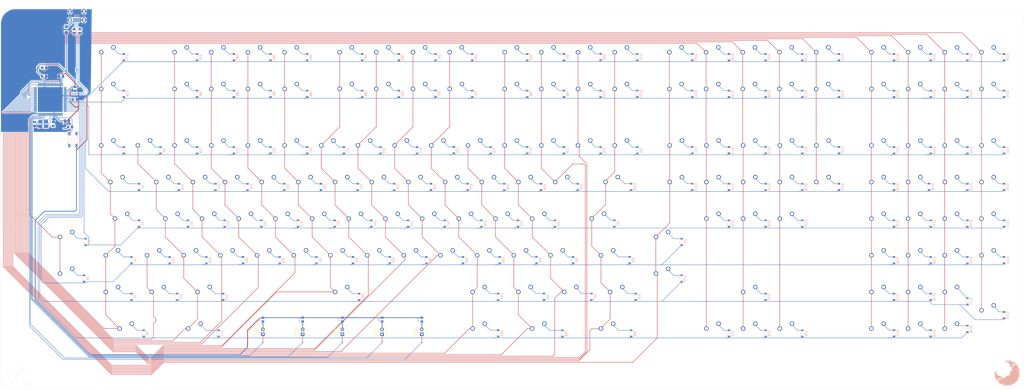
<source format=kicad_pcb>
(kicad_pcb (version 20240108) (generator "pcbnew") (generator_version "8.0")
  (layers (0 "F.Cu" signal) (31 "B.Cu" signal) (34 "B.Paste" user) (35 "F.Paste" user) (36 "B.SilkS" user "B.Silkscreen") (37 "F.SilkS" user "F.Silkscreen") (38 "B.Mask" user) (39 "F.Mask" user) (44 "Edge.Cuts" user))
  (net 0 "")
  (net 1 "GND")
  (net 2 "Net-(U1-UCAP)")
  (net 3 "Net-(U1-XTAL1)")
  (net 4 "Net-(U1-XTAL2)")
  (net 5 "ROW2")
  (net 6 "Net-(D2-A)")
  (net 7 "ROW3")
  (net 8 "Net-(D3-A)")
  (net 9 "ROW4")
  (net 10 "Net-(D4-A)")
  (net 11 "ROW5")
  (net 12 "Net-(D5-A)")
  (net 13 "ROW6")
  (net 14 "Net-(D6-A)")
  (net 15 "ROW7")
  (net 16 "Net-(D7-A)")
  (net 17 "Net-(D8-A)")
  (net 18 "Net-(D9-A)")
  (net 19 "Net-(D10-A)")
  (net 20 "Net-(D11-A)")
  (net 21 "Net-(D12-A)")
  (net 22 "Net-(D13-A)")
  (net 23 "Net-(D14-A)")
  (net 24 "Net-(D15-A)")
  (net 25 "Net-(D16-A)")
  (net 26 "Net-(D17-A)")
  (net 27 "Net-(D18-A)")
  (net 28 "Net-(D19-A)")
  (net 29 "Net-(D20-A)")
  (net 30 "Net-(D21-A)")
  (net 31 "Net-(D22-A)")
  (net 32 "Net-(D23-A)")
  (net 33 "Net-(D24-A)")
  (net 34 "Net-(D25-A)")
  (net 35 "Net-(D26-A)")
  (net 36 "Net-(D27-A)")
  (net 37 "Net-(D28-A)")
  (net 38 "Net-(D29-A)")
  (net 39 "Net-(D30-A)")
  (net 40 "Net-(D31-A)")
  (net 41 "Net-(D32-A)")
  (net 42 "Net-(D33-A)")
  (net 43 "Net-(D34-A)")
  (net 44 "Net-(D35-A)")
  (net 45 "Net-(D36-A)")
  (net 46 "Net-(D37-A)")
  (net 47 "Net-(D38-A)")
  (net 48 "Net-(D39-A)")
  (net 49 "Net-(D40-A)")
  (net 50 "Net-(D41-A)")
  (net 51 "Net-(D42-A)")
  (net 52 "Net-(D43-A)")
  (net 53 "Net-(D44-A)")
  (net 54 "Net-(D45-A)")
  (net 55 "Net-(D46-A)")
  (net 56 "Net-(D47-A)")
  (net 57 "Net-(D48-A)")
  (net 58 "Net-(D49-A)")
  (net 59 "Net-(D50-A)")
  (net 60 "Net-(D51-A)")
  (net 61 "Net-(D52-A)")
  (net 62 "Net-(D53-A)")
  (net 63 "Net-(D54-A)")
  (net 64 "Net-(D55-A)")
  (net 65 "Net-(D56-A)")
  (net 66 "Net-(D57-A)")
  (net 67 "Net-(D58-A)")
  (net 68 "Net-(D59-A)")
  (net 69 "Net-(D60-A)")
  (net 70 "Net-(D61-A)")
  (net 71 "Net-(D62-A)")
  (net 72 "Net-(D63-A)")
  (net 73 "Net-(D64-A)")
  (net 74 "Net-(D65-A)")
  (net 75 "Net-(D66-A)")
  (net 76 "Net-(D67-A)")
  (net 77 "Net-(D68-A)")
  (net 78 "Net-(D69-A)")
  (net 79 "Net-(D70-A)")
  (net 80 "Net-(D71-A)")
  (net 81 "Net-(D72-A)")
  (net 82 "Net-(D73-A)")
  (net 83 "Net-(D74-A)")
  (net 84 "Net-(D75-A)")
  (net 85 "Net-(D76-A)")
  (net 86 "Net-(D77-A)")
  (net 87 "ROW0")
  (net 88 "Net-(D78-A)")
  (net 89 "ROW1")
  (net 90 "Net-(D79-A)")
  (net 91 "Net-(D80-A)")
  (net 92 "Net-(D81-A)")
  (net 93 "Net-(D82-A)")
  (net 94 "Net-(D83-A)")
  (net 95 "Net-(D84-A)")
  (net 96 "Net-(D85-A)")
  (net 97 "Net-(D86-A)")
  (net 98 "Net-(D87-A)")
  (net 99 "Net-(D88-A)")
  (net 100 "Net-(D89-A)")
  (net 101 "Net-(D90-A)")
  (net 102 "Net-(D91-A)")
  (net 103 "Net-(D92-A)")
  (net 104 "Net-(D93-A)")
  (net 105 "Net-(D94-A)")
  (net 106 "Net-(D95-A)")
  (net 107 "Net-(D96-A)")
  (net 108 "Net-(D97-A)")
  (net 109 "Net-(D98-A)")
  (net 110 "Net-(D99-A)")
  (net 111 "Net-(D100-A)")
  (net 112 "Net-(D101-A)")
  (net 113 "Net-(D102-A)")
  (net 114 "Net-(D103-A)")
  (net 115 "Net-(D104-A)")
  (net 116 "Net-(D105-A)")
  (net 117 "Net-(D106-A)")
  (net 118 "Net-(D107-A)")
  (net 119 "Net-(D108-A)")
  (net 120 "Net-(D109-A)")
  (net 121 "Net-(D110-A)")
  (net 122 "Net-(D111-A)")
  (net 123 "Net-(D112-A)")
  (net 124 "Net-(D113-A)")
  (net 125 "Net-(D114-A)")
  (net 126 "Net-(D115-A)")
  (net 127 "Net-(D116-A)")
  (net 128 "Net-(D117-A)")
  (net 129 "Net-(D118-A)")
  (net 130 "Net-(D119-A)")
  (net 131 "Net-(D120-A)")
  (net 132 "Net-(D121-A)")
  (net 133 "Net-(D122-A)")
  (net 134 "Net-(D123-A)")
  (net 135 "Net-(D124-A)")
  (net 136 "Net-(D125-A)")
  (net 137 "Net-(D126-A)")
  (net 138 "Net-(D127-A)")
  (net 139 "Net-(D128-A)")
  (net 140 "Net-(D129-A)")
  (net 141 "Net-(D130-A)")
  (net 142 "Net-(D131-A)")
  (net 143 "Net-(D132-A)")
  (net 144 "Net-(D135-A)")
  (net 145 "Net-(D136-A)")
  (net 146 "Net-(D137-A)")
  (net 147 "Net-(D138-A)")
  (net 148 "Net-(D139-A)")
  (net 149 "Net-(D140-A)")
  (net 150 "Net-(D143-A)")
  (net 151 "Net-(D144-A)")
  (net 152 "Net-(D145-A)")
  (net 153 "Net-(D146-A)")
  (net 154 "Net-(D147-A)")
  (net 155 "Net-(D148-A)")
  (net 156 "Net-(D149-A)")
  (net 157 "Net-(D151-A)")
  (net 158 "Net-(D152-A)")
  (net 159 "Net-(D153-A)")
  (net 160 "Net-(D154-A)")
  (net 161 "Net-(D155-A)")
  (net 162 "Net-(D156-A)")
  (net 163 "Net-(D157-A)")
  (net 164 "VCC")
  (net 165 "+5V")
  (net 166 "Net-(U1-PE2{slash}~{HWB})")
  (net 167 "Net-(U1-D+)")
  (net 168 "Net-(U1-D-)")
  (net 169 "Net-(U1-~{RESET})")
  (net 170 "COL1")
  (net 171 "COL4")
  (net 172 "COL5")
  (net 173 "COL6")
  (net 174 "COL7")
  (net 175 "COL8")
  (net 176 "COL9")
  (net 177 "COL10")
  (net 178 "COL11")
  (net 179 "COL13")
  (net 180 "COL14")
  (net 181 "COL15")
  (net 182 "COL16")
  (net 183 "COL17")
  (net 184 "COL18")
  (net 185 "COL19")
  (net 186 "COL20")
  (net 187 "COL21")
  (net 188 "COL22")
  (net 189 "COL23")
  (net 190 "COL24")
  (net 191 "COL25")
  (net 192 "COL0")
  (net 193 "COL3")
  (net 194 "COL2")
  (net 195 "COL12")
  (net 204 "Net-(D1-A)")
  (net 205 "Net-(D133-A)")
  (net 206 "Net-(D134-A)")
  (net 207 "Net-(D141-A)")
  (net 208 "Net-(D142-A)")
  (net 209 "D+")
  (net 210 "D-")
  (net 212 "Net-(D150-A)")
  (net 213 "LED0")
  (net 214 "LED1")
  (net 216 "LED2")
  (net 217 "LED3")
  (net 218 "LED4")
  (footprint "MX_Solderable:MX-Solderable-1U" (layer "F.Cu") (at 429.26 41.33141)
    (property "Reference" "SW32")
    (property "Value" "SW_Push")
  )
  (footprint "MX_Solderable:MX-Solderable-1U" (layer "F.Cu") (at 219.86875 41.29351)
    (property "Reference" "SW12")
    (property "Value" "SW_Push")
  )
  (footprint "MX_Solderable:MX-Solderable-1U" (layer "F.Cu") (at 429.41875 185.00016)
    (property "Reference" "SW83")
    (property "Value" "SW_Push")
  )
  (footprint "MX_Solderable:MX-Solderable-1U" (layer "F.Cu") (at 172.24375 41.33141)
    (property "Reference" "SW8")
    (property "Value" "SW_Push")
  )
  (footprint "LED_THT:LED_D5.0mm" (layer "F.Cu") (at 176.2125 185.425 90)
    (property "Reference" "D158")
    (property "Value" "LED")
  )
  (footprint "MX_Solderable:MX-Solderable-1U" (layer "F.Cu") (at 343.69375 89.75016)
    (property "Reference" "SW116")
    (property "Value" "SW_Push")
  )
  (footprint "MX_Solderable:MX-Solderable-1U" (layer "F.Cu") (at 410.36875 127.85016)
    (property "Reference" "SW56")
    (property "Value" "SW_Push")
  )
  (footprint "LED_THT:LED_D5.0mm" (layer "F.Cu") (at 238.125 185.425 90)
    (property "Reference" "D161")
    (property "Value" "LED")
  )
  (footprint "MX_Solderable:MX-Solderable-1U" (layer "F.Cu") (at 467.51875 108.80016)
    (property "Reference" "SW55")
    (property "Value" "SW_Push")
  )
  (footprint "MX_Solderable:MX-Solderable-1U" (layer "F.Cu") (at 238.91875 41.33141)
    (property "Reference" "SW14")
    (property "Value" "SW_Push")
  )
  (footprint "MX_Solderable:MX-Solderable-1U" (layer "F.Cu") (at 172.24375 89.75016)
    (property "Reference" "SW107")
    (property "Value" "SW_Push")
  )
  (footprint "MX_Solderable:MX-Solderable-1U" (layer "F.Cu") (at 157.95625 146.90016)
    (property "Reference" "SW105")
    (property "Value" "SW_Push")
  )
  (footprint "MX_Solderable:MX-Solderable-1.25U" (layer "F.Cu") (at 336.55 165.95016)
    (property "Reference" "SW150")
    (property "Value" "SW_Push")
  )
  (footprint "MX_Solderable:MX-Solderable-1U" (layer "F.Cu") (at 534.19375 60.38141)
    (property "Reference" "SW43")
    (property "Value" "SW_Push")
  )
  (footprint "MX_Solderable:MX-Solderable-1U" (layer "F.Cu") (at 191.29375 89.75016)
    (property "Reference" "SW108")
    (property "Value" "SW_Push")
  )
  (footprint "MX_Solderable:MX-Solderable-1U" (layer "F.Cu") (at 553.24375 89.75016)
    (property "Reference" "SW65")
    (property "Value" "SW_Push")
  )
  (footprint "MX_Solderable:MX-Solderable-1U" (layer "F.Cu") (at 115.09375 89.75016)
    (property "Reference" "SW94")
    (property "Value" "SW_Push")
  )
  (footprint "MX_Solderable:MX-Solderable-1U" (layer "F.Cu") (at 277.01875 41.29351)
    (property "Reference" "SW18")
    (property "Value" "SW_Push")
  )
  (footprint "MX_Solderable:MX-Solderable-1U" (layer "F.Cu") (at 429.41875 89.75016)
    (property "Reference" "SW50")
    (property "Value" "SW_Push")
  )
  (footprint "MX_Solderable:MX-Solderable-6.25U" (layer "F.Cu") (at 217.4875 165.95016)
    (property "Reference" "SW155")
    (property "Value" "SW_Push")
  )
  (footprint "MX_Solderable:MX-Solderable-1U" (layer "F.Cu") (at 96.04375 60.38141)
    (property "Reference" "SW3")
    (property "Value" "SW_Push")
  )
  (footprint "MX_Solderable:MX-Solderable-1U" (layer "F.Cu") (at 410.21 60.38141)
    (property "Reference" "SW31")
    (property "Value" "SW_Push")
  )
  (footprint "MX_Solderable:MX-Solderable-1U" (layer "F.Cu") (at 410.36875 185.00016)
    (property "Reference" "SW82")
    (property "Value" "SW_Push")
  )
  (footprint "MX_Solderable:MX-Solderable-1.5U" (layer "F.Cu") (at 100.80625 108.80016)
    (property "Reference" "SW87")
    (property "Value" "SW_Push")
  )
  (footprint "MX_Solderable:MX-Solderable-1U" (layer "F.Cu") (at 229.39375 89.75016)
    (property "Reference" "SW110")
    (property "Value" "SW_Push")
  )
  (footprint "MX_Solderable:MX-Solderable-1.5U" (layer "F.Cu") (at 357.98125 108.74375)
    (property "Reference" "SW158")
    (property "Value" "SW_Push")
  )
  (footprint "MX_Solderable:MX-Solderable-1.25U" (layer "F.Cu") (at 384.175 137.37516)
    (property "Reference" "SW156")
    (property "Value" "SW_Push")
  )
  (footprint "MX_Solderable:MX-Solderable-1U" (layer "F.Cu") (at 217.4875 108.80016)
    (property "Reference" "SW121")
    (property "Value" "SW_Push")
  )
  (footprint "MX_Solderable:MX-Solderable-2U-Vertical" (layer "F.Cu") (at 553.24375 175.47516)
    (property "Reference" "SW81")
    (property "Value" "SW_Push")
  )
  (footprint "MX_Solderable:MX-Solderable-1U" (layer "F.Cu") (at 305.59375 41.33141)
    (property "Reference" "SW20")
    (property "Value" "SW_Push")
  )
  (footprint "MX_Solderable:MX-Solderable-1.75U" (layer "F.Cu") (at 355.6 185.00016)
    (property "Reference" "SW152")
    (property "Value" "SW_Push")
  )
  (footprint "MX_Solderable:MX-Solderable-1U" (layer "F.Cu") (at 391.16 60.38141)
    (property "Reference" "SW29")
    (property "Value" "SW_Push")
  )
  (footprint "MX_Solderable:MX-Solderable-1U" (layer "F.Cu") (at 448.46875 127.85016)
    (property "Reference" "SW58")
    (property "Value" "SW_Push")
  )
  (footprint "MX_Solderable:MX-Solderable-1U" (layer "F.Cu") (at 448.31 41.33141)
    (property "Reference" "SW34")
    (property "Value" "SW_Push")
  )
  (footprint "MX_Solderable:MX-Solderable-1U" (layer "F.Cu") (at 274.6375 108.80016)
    (property "Reference" "SW124")
    (property "Value" "SW_Push")
  )
  (footprint "MX_Solderable:MX-Solderable-1U" (layer "F.Cu") (at 272.25625 146.90016)
    (property "Reference" "SW142")
    (property "Value" "SW_Push")
  )
  (footprint "MX_Solderable:MX-Solderable-1U" (layer "F.Cu") (at 153.19375 60.38141)
    (property "Reference" "SW7")
    (property "Value" "SW_Push")
  )
  (footprint "MX_Solderable:MX-Solderable-1U" (layer "F.Cu") (at 429.41875 127.85016)
    (property "Reference" "SW57")
    (property "Value" "SW_Push")
  )
  (footprint "MX_Solderable:MX-Solderable-1U" (layer "F.Cu") (at 391.31875 108.80016)
    (property "Reference" "SW47")
    (property "Value" "SW_Push")
  )
  (footprint "MX_Solderable:MX-Solderable-1U" (layer "F.Cu") (at 515.14375 60.38141)
    (property "Reference" "SW41")
    (property "Value" "SW_Push")
  )
  (footprint "MX_Solderable:MX-Solderable-1U" (layer "F.Cu") (at 248.44375 89.75016)
    (property "Reference" "SW111")
    (property "Value" "SW_Push")
  )
  (footprint "MX_Solderable:MX-Solderable-1U" (layer "F.Cu") (at 553.24375 127.85016)
    (property "Reference" "SW73")
    (property "Value" "SW_Push")
  )
  (footprint "MX_Solderable:MX-Solderable-1U" (layer "F.Cu") (at 553.24375 60.38141)
    (property "Reference" "SW45")
    (property "Value" "SW_Push")
  )
  (footprint "MX_Solderable:MX-Solderable-1U" (layer "F.Cu") (at 124.6505 108.80016)
    (property "Reference" "SW95")
    (property "Value" "SW_Push")
  )
  (footprint "MX_Solderable:MX-Solderable-1U" (layer "F.Cu") (at 448.46875 108.80016)
    (property "Reference" "SW53")
    (property "Value" "SW_Push")
  )
  (footprint "MX_Solderable:MX-Solderable-1U" (layer "F.Cu") (at 305.59375 60.38141)
    (property "Reference" "SW21")
    (property "Value" "SW_Push")
  )
  (footprint "MX_Solderable:MX-Solderable-1.25U" (layer "F.Cu") (at 98.425 165.95016)
    (property "Reference" "SW90")
    (property "Value" "SW_Push")
  )
  (footprint "MX_Solderable:MX-Solderable-1.25U" (layer "F.Cu") (at 312.7375 165.95016)
    (property "Reference" "SW149")
    (property "Value" "SW_Push")
  )
  (footprint "MX_Solderable:MX-Solderable-1U" (layer "F.Cu") (at 167.48125 127.85016)
    (property "Reference" "SW128")
    (property "Value" "SW_Push")
  )
  (footprint "MX_Solderable:MX-Solderable-1U" (layer "F.Cu") (at 324.64375 41.33141)
    (property "Reference" "SW22")
    (property "Value" "SW_Push")
  )
  (footprint "MX_Solderable:MX-Solderable-1U" (layer "F.Cu") (at 300.83125 127.85016)
    (property "Reference" "SW135")
    (property "Value" "SW_Push")
  )
  (footprint "MX_Solderable:MX-Solderable-1U" (layer "F.Cu") (at 448.31 60.38141)
    (property "Reference" "SW35")
    (property "Value" "SW_Push")
  )
  (footprint "MX_Solderable:MX-Solderable-1U" (layer "F.Cu") (at 243.68125 127.85016)
    (property "Reference" "SW132")
    (property "Value" "SW_Push")
  )
  (footprint "MX_Solderable:MX-Solderable-1U" (layer "F.Cu") (at 236.5375 108.80016)
    (property "Reference" "SW122")
    (property "Value" "SW_Push")
  )
  (footprint "MX_Solderable:MX-Solderable-1U" (layer "F.Cu") (at 467.36 60.41266)
    (property "Reference" "SW37")
    (property "Value" "SW_Push")
  )
  (footprint "MX_Solderable:MX-Solderable-1U" (layer "F.Cu") (at 191.29375 60.38141)
    (property "Reference" "SW11")
    (property "Value" "SW_Push")
  )
  (footprint "MX_Solderable:MX-Solderable-1U" (layer "F.Cu") (at 362.74375 60.38141)
    (property "Reference" "SW27")
    (property "Value" "SW_Push")
  )
  (footprint "MX_Solderable:MX-Solderable-1U" (layer "F.Cu") (at 515.14375 108.80016)
    (property "Reference" "SW62")
    (property "Value" "SW_Push")
  )
  (footprint "MX_Solderable:MX-Solderable-1U" (layer "F.Cu") (at 362.74375 41.33141)
    (property "Reference" "SW26")
    (property "Value" "SW_Push")
  )
  (footprint "MX_Solderable:MX-Solderable-1U" (layer "F.Cu") (at 429.41875 108.80016)
    (property "Reference" "SW51")
    (property "Value" "SW_Push")
  )
  (footprint "MX_Solderable:MX-Solderable-1U" (layer "F.Cu") (at 534.19375 41.33141)
    (property "Reference" "SW42")
    (property "Value" "SW_Push")
  )
  (footprint "MX_Solderable:MX-Solderable-1U" (layer "F.Cu") (at 515.14375 41.33141)
    (property "Reference" "SW40")
    (property "Value" "SW_Push")
  )
  (footprint "MX_Solderable:MX-Solderable-1U" (layer "F.Cu") (at 160.3375 108.80016)
    (property "Reference" "SW118")
    (property "Value" "SW_Push")
  )
  (footprint "MX_Solderable:MX-Solderable-1U" (layer "F.Cu") (at 534.19375 127.85016)
    (property "Reference" "SW71")
    (property "Value" "SW_Push")
  )
  (footprint "MX_Solderable:MX-Solderable-1U" (layer "F.Cu") (at 267.49375 89.75016)
    (property "Reference" "SW112")
    (property "Value" "SW_Push")
  )
  (footprint "MX_Solderable:MX-Solderable-1U" (layer "F.Cu") (at 343.69375 41.33141)
    (property "Reference" "SW24")
    (property "Value" "SW_Push")
  )
  (footprint "MX_Solderable:MX-Solderable-1U" (layer "F.Cu") (at 553.24375 41.33141)
    (property "Reference" "SW44")
    (property "Value" "SW_Push")
  )
  (footprint "MX_Solderable:MX-Solderable-1U" (layer "F.Cu") (at 148.43125 127.85016)
    (property "Reference" "SW104")
    (property "Value" "SW_Push")
  )
  (footprint "MX_Solderable:MX-Solderable-1U" (layer "F.Cu") (at 224.63125 127.85016)
    (property "Reference" "SW131")
    (property "Value" "SW_Push")
  )
  (footprint "MX_Solderable:MX-Solderable-1U" (layer "F.Cu") (at 534.19375 165.95016)
    (property "Reference" "SW79")
    (property "Value" "SW_Push")
  )
  (footprint "MX_Solderable:MX-Solderable-1U" (layer "F.Cu") (at 496.09375 185.00016)
    (property "Reference" "SW76")
    (property "Value" "SW_Push")
  )
  (footprint "MX_Solderable:MX-Solderable-1U" (layer "F.Cu") (at 196.05625 146.90016)
    (property "Reference" "SW138")
    (property "Value" "SW_Push")
  )
  (footprint "MX_Solderable:MX-Solderable-1U" (layer "F.Cu") (at 210.34375 89.75016)
    (property "Reference" "SW109")
    (property "Value" "SW_Push")
  )
  (footprint "MX_Solderable:MX-Solderable-1U" (layer "F.Cu") (at 362.74375 89.75016)
    (property "Reference" "SW117")
    (property "Value" "SW_Push")
  )
  (footprint "MX_Solderable:MX-Solderable-1U" (layer "F.Cu") (at 305.59375 89.75016)
    (property "Reference" "SW114")
    (property "Value" "SW_Push")
  )
  (footprint "MX_Solderable:MX-Solderable-1U" (layer "F.Cu") (at 293.6875 108.80016)
    (property "Reference" "SW125")
    (property "Value" "SW_Push")
  )
  (footprint "MX_Solderable:MX-Solderable-1U" (layer "F.Cu") (at 496.09375 146.90016)
    (property "Reference" "SW68")
    (property "Value" "SW_Push")
  )
  (footprint "MX_Solderable:MX-Solderable-1U" (layer "F.Cu") (at 343.69375 60.38141)
    (property "Reference" "SW25")
    (property "Value" "SW_Push")
  )
  (footprint "MX_Solderable:MX-Solderable-1U" (layer "F.Cu") (at 324.64375 60.38141)
    (property "Reference" "SW23")
    (property "Value" "SW_Push")
  )
  (footprint "MX_Solderable:MX-Solderable-1U" (layer "F.Cu") (at 515.14375 165.95016)
    (property "Reference" "SW77")
    (property "Value" "SW_Push")
  )
  (footprint "MX_Solderable:MX-Solderable-1.25U" (layer "F.Cu") (at 384.175 156.42516)
    (property "Reference" "SW157")
    (property "Value" "SW_Push")
  )
  (footprint "MX_Solderable:MX-Solderable-1.25U" (layer "F.Cu") (at 360.3625 165.95016)
    (property "Reference" "SW151")
    (property "Value" "SW_Push")
  )
  (footprint "MX_Solderable:MX-Solderable-1U" (layer "F.Cu") (at 119.85625 146.90016)
    (property "Reference" "SW97")
    (property "Value" "SW_Push")
  )
  (footprint "MX_Solderable:MX-Solderable-1U" (layer "F.Cu") (at 448.46875 185.00016)
    (property "Reference" "SW84")
    (property "Value" "SW_Push")
  )
  (footprint "MX_Solderable:MX-Solderable-1U" (layer "F.Cu") (at 391.16 41.33141)
    (property "Reference" "SW28")
    (property "Value" "SW_Push")
  )
  (footprint "MX_Solderable:MX-Solderable-1U" (layer "F.Cu") (at 191.29375 41.33141)
    (property "Reference" "SW10")
    (property "Value" "SW_Push")
  )
  (footprint "MX_Solderable:MX-Solderable-1U" (layer "F.Cu") (at 198.4375 108.80016)
    (property "Reference" "SW120")
    (property "Value" "SW_Push")
  )
  (footprint "MX_Solderable:MX-Solderable-1U" (layer "F.Cu") (at 515.14375 185.00016)
    (property "Reference" "SW78")
    (property "Value" "SW_Push")
  )
  (footprint "MX_Solderable:MX-Solderable-1U" (layer "F.Cu") (at 410.21 41.33141)
    (property "Reference" "SW30")
    (property "Value" "SW_Push")
  )
  (footprint "MX_Solderable:MX-Solderable-1U" (layer "F.Cu") (at 312.7375 108.80016)
    (property "Reference" "SW126")
    (property "Value" "SW_Push")
  )
  (footprint "MX_Solderable:MX-Solderable-2.25U" (layer "F.Cu") (at 350.8375 127.79375)
    (property "Reference" "SW146")
    (property "Value" "SW_Push")
  )
  (footprint "MX_Solderable:MX-Solderable-1U" (layer "F.Cu") (at 553.24375 108.80016)
    (property "Reference" "SW66")
    (property "Value" "SW_Push")
  )
  (footprint "MX_Solderable:MX-Solderable-1U" (layer "F.Cu") (at 467.36 41.33141)
    (property "Reference" "SW36")
    (property "Value" "SW_Push")
  )
  (footprint "MX_Solderable:MX-Solderable-1U" (layer "F.Cu") (at 96.04375 41.33141)
    (property "Reference" "SW2")
    (property "Value" "SW_Push")
  )
  (footprint "MX_Solderable:MX-Solderable-1.25U" (layer "F.Cu") (at 98.425 146.90016)
    (property "Reference" "SW89")
    (property "Value" "SW_Push")
  )
  (footprint "MX_Solderable:MX-Solderable-1U" (layer "F.Cu") (at 534.19375 89.75016)
    (property "Reference" "SW63")
    (property "Value" "SW_Push")
  )
  (footprint "MX_Solderable:MX-Solderable-1U" (layer "F.Cu") (at 496.09375 41.33141)
    (property "Reference" "SW38")
    (property "Value" "SW_Push")
  )
  (footprint "MX_Solderable:MX-Solderable-1U" (layer "F.Cu") (at 172.24375 60.38141)
    (property "Reference" "SW9")
    (property "Value" "SW_Push")
  )
  (footprint "MX_Solderable:MX-Solderable-2U" (layer "F.Cu") (at 319.88125 185.00016)
    (property "Reference" "SW153")
    (property "Value" "SW_Push")
  )
  (footprint "MX_Solderable:MX-Solderable-1U" (layer "F.Cu") (at 186.53125 127.85016)
    (property "Reference" "SW129")
    (property "Value" "SW_Push")
  )
  (footprint "MX_Solderable:MX-Solderable-1U" (layer "F.Cu") (at 391.31875 89.75016)
    (property "Reference" "SW46")
    (property "Value" "SW_Push")
  )
  (footprint "MX_Solderable:MX-Solderable-1U" (layer "F.Cu") (at 96.04375 89.75016)
    (property "Reference" "SW86")
    (property "Value" "SW_Push")
  )
  (footprint "MX_Solderable:MX-Solderable-1U" (layer "F.Cu") (at 534.19375 146.90016)
    (property "Reference" "SW72")
    (property "Value" "SW_Push")
  )
  (footprint "MX_Solderable:MX-Solderable-1U" (layer "F.Cu") (at 138.90625 146.90016)
    (property "Reference" "SW99")
    (property "Value" "SW_Push")
  )
  (footprint "MX_Solderable:MX-Solderable-1U" (layer "F.Cu") (at 496.09375 108.80016)
    (property "Reference" "SW60")
    (property "Value" "SW_Push")
  )
  (footprint "MX_Solderable:MX-Solderable-1U" (layer "F.Cu") (at 238.91875 60.34351)
    (property "Reference" "SW15")
    (property "Value" "SW_Push")
  )
  (footprint "MX_Solderable:MX-Solderable-1U" (layer "F.Cu") (at 429.26 60.38141)
    (property "Reference" "SW33")
    (property "Value" "SW_Push")
  )
  (footprint "MX_Solderable:MX-Solderable-1U" (layer "F.Cu") (at 177.00625 146.90016)
    (property "Reference" "SW137")
    (property "Value" "SW_Push")
  )
  (footprint "MX_Solderable:MX-Solderable-1U" (layer "F.Cu") (at 262.73125 127.85016)
    (property "Reference" "SW133")
    (property "Value" "SW_Push")
  )
  (footprint "MX_Solderable:MX-Solderable-1U" (layer "F.Cu") (at 291.30625 146.90016)
    (property "Reference" "SW143")
    (property "Value" "SW_Push")
  )
  (footprint "LED_THT:LED_D5.0mm" (layer "F.Cu") (at 217.4875 185.425 90)
    (property "Reference" "D160")
    (property "Value" "LED")
  )
  (footprint "LED_THT:LED_D5.0mm" (layer "F.Cu") (at 196.85 185.425 90)
    (property "Reference" "D159")
    (property "Value" "LED")
  )
  (footprint "MX_Solderable:MX-Solderable-1U" (layer "F.Cu") (at 215.10625 146.90016)
    (property "Reference" "SW139")
    (property "Value" "SW_Push")
  )
  (footprint "MX_Solderable:MX-Solderable-1U" (layer "F.Cu") (at 253.20625 146.90016)
    (property "Reference" "SW141")
    (property "Value" "SW_Push")
  )
  (footprint "MX_Solderable:MX-Solderable-1.25U" (layer "F.Cu") (at 288.925 185.00016)
    (property "Reference" "SW154")
    (property "Value" "SW_Push")
  )
  (footprint "LED_THT:LED_D5.0mm" (layer "F.Cu") (at 258.7625 185.425 90)
    (property "Reference" "D162")
    (property "Value" "LED")
  )
  (footprint "MX_Solderable:MX-Solderable-1U" (layer "F.Cu") (at 257.96875 60.34351)
    (property "Reference" "SW17")
    (property "Value" "SW_Push")
  )
  (footprint "MX_Solderable:MX-Solderable-1U" (layer "F.Cu") (at 515.14375 146.90016)
    (property "Reference" "SW70")
    (property "Value" "SW_Push")
  )
  (footprint "MX_Solderable:MX-Solderable-2U" (layer "F.Cu") (at 105.56875 185.00016)
    (property "Reference" "SW91")
    (property "Value" "SW_Push")
  )
  (footprint "MX_Solderable:MX-Solderable-1U" (layer "F.Cu") (at 496.09375 60.38141)
    (property "Reference" "SW39")
    (property "Value" "SW_Push")
  )
  (footprint "MX_Solderable:MX-Solderable-1U" (layer "F.Cu") (at 134.14375 60.38141)
    (property "Reference" "SW5")
    (property "Value" "SW_Push")
  )
  (footprint "MX_Solderable:MX-Solderable-1.25U" (layer "F.Cu") (at 74.6125 156.42516)
    (property "Reference" "SW93")
    (property "Value" "SW_Push")
  )
  (footprint "MX_Solderable:MX-Solderable-1U" (layer "F.Cu") (at 205.58125 127.85016)
    (property "Reference" "SW130")
    (property "Value" "SW_Push")
  )
  (footprint "MX_Solderable:MX-Solderable-1U" (layer "F.Cu") (at 496.09375 89.75016)
    (property "Reference" "SW59")
    (property "Value" "SW_Push")
  )
  (footprint "MX_Solderable:MX-Solderable-1U" (layer "F.Cu") (at 134.14375 41.33141)
    (property "Reference" "SW4")
    (property "Value" "SW_Push")
  )
  (footprint "MX_Solderable:MX-Solderable-1U" (layer "F.Cu") (at 219.86875 60.34351)
    (property "Reference" "SW13")
    (property "Value" "SW_Push")
  )
  (footprint "MX_Solderable:MX-Solderable-1.25U" (layer "F.Cu") (at 288.925 165.95016)
    (property "Reference" "SW148")
    (property "Value" "SW_Push")
  )
  (footprint "MX_Solderable:MX-Solderable-1U" (layer "F.Cu") (at 310.35625 146.90016)
    (property "Reference" "SW144")
    (property "Value" "SW_Push")
  )
  (footprint "MX_Solderable:MX-Solderable-1U" (layer "F.Cu") (at 429.41875 165.95016)
    (property "Reference" "SW85")
    (property "Value" "SW_Push")
  )
  (footprint "MX_Solderable:MX-Solderable-1U" (layer "F.Cu") (at 129.38125 127.85016)
    (property "Reference" "SW96")
    (property "Value" "SW_Push")
  )
  (footprint "MX_Solderable:MX-Solderable-1.75U" (layer "F.Cu") (at 141.2875 185.00016)
    (property "Reference" "SW101")
    (property "Value" "SW_Push")
  )
  (footprint "MX_Solderable:MX-Solderable-1U" (layer "F.Cu") (at 496.09375 127.85016)
    (property "Reference" "SW67")
    (property "Value" "SW_Push")
  )
  (footprint "MX_Solderable:MX-Solderable-1U" (layer "F.Cu") (at 277.01875 60.34351)
    (property "Reference" "SW19")
    (property "Value" "SW_Push")
  )
  (footprint "MX_Solderable:MX-Solderable-1U" (layer "F.Cu") (at 515.14375 127.85016)
    (property "Reference" "SW69")
    (property "Value" "SW_Push")
  )
  (footprint "MX_Solderable:MX-Solderable-1U" (layer "F.Cu") (at 534.19375 185.00016)
    (property "Reference" "SW80")
    (property "Value" "SW_Push")
  )
  (footprint "MX_Solderable:MX-Solderable-1U" (layer "F.Cu") (at 331.7875 108.80016)
    (property "Reference" "SW127")
    (property "Value" "SW_Push")
  )
  (footprint "MX_Solderable:MX-Solderable-1U" (layer "F.Cu") (at 467.51875 89.75016)
    (property "Reference" "SW54")
    (property "Value" "SW_Push")
  )
  (footprint "MX_Solderable:MX-Solderable-1.25U" (layer "F.Cu") (at 74.6125 137.37516)
    (property "Reference" "SW92")
    (property "Value" "SW_Push")
  )
  (footprint "MX_Solderable:MX-Solderable-1U" (layer "F.Cu") (at 553.24375 146.90016)
    (property "Reference" "SW74")
    (property "Value" "SW_Push")
  )
  (footprint "MX_Solderable:MX-Solderable-1U" (layer "F.Cu") (at 255.5875 108.80016)
    (property "Reference" "SW123")
    (property "Value" "SW_Push")
  )
  (footprint "MX_Solderable:MX-Solderable-1U" (layer "F.Cu") (at 515.14375 89.75016)
    (property "Reference" "SW61")
    (property "Value" "SW_Push")
  )
  (footprint "MX_Solderable:MX-Solderable-1U" (layer "F.Cu") (at 179.3875 108.80016)
    (property "Reference" "SW119")
    (property "Value" "SW_Push")
  )
  (footprint "MX_Solderable:MX-Solderable-1U" (layer "F.Cu") (at 410.36875 108.80016)
    (property "Reference" "SW49")
    (property "Value" "SW_Push")
  )
  (footprint "MX_Solderable:MX-Solderable-1U" (layer "F.Cu") (at 448.46875 89.75016)
    (property "Reference" "SW52")
    (property "Value" "SW_Push")
  )
  (footprint "MX_Solderable:MX-Solderable-1U" (layer "F.Cu") (at 134.14375 89.75016)
    (property "Reference" "SW102")
    (property "Value" "SW_Push")
  )
  (footprint "MX_Solderable:MX-Solderable-1U" (layer "F.Cu") (at 329.40625 146.90016)
    (property "Reference" "SW145")
    (property "Value" "SW_Push")
  )
  (footprint "MX_Solderable:MX-Solderable-1.75U" (layer "F.Cu") (at 103.1875 127.85016)
    (property "Reference" "SW88")
    (property "Value" "SW_Push")
  )
  (footprint "MX_Solderable:MX-Solderable-1U" (layer "F.Cu") (at 257.96875 41.29351)
    (property "Reference" "SW16")
    (property "Value" "SW_Push")
  )
  (footprint "MX_Solderable:MX-Solderable-1U" (layer "F.Cu") (at 286.54375 89.75016)
    (property "Reference" "SW113")
    (property "Value" "SW_Push")
  )
  (footprint "MX_Solderable:MX-Solderable-1U" (layer "F.Cu") (at 281.78125 127.85016)
    (property "Reference" "SW134")
    (property "Value" "SW_Push")
  )
  (footprint "MX_Solderable:MX-Solderable-1U" (layer "F.Cu") (at 319.88125 127.85016)
    (property "Reference" "SW136")
    (property "Value" "SW_Push")
  )
  (footprint "MX_Solderable:MX-Solderable-1U" (layer "F.Cu") (at 143.66875 108.80016)
    (property "Reference" "SW103")
    (property "Value" "SW_Push")
  )
  (footprint "MX_Solderable:MX-Solderable-1U" (layer "F.Cu") (at 153.19375 41.33141)
    (property "Reference" "SW6")
    (property "Value" "SW_Push")
  )
  (footprint "MX_Solderable:MX-Solderable-1.25U" (layer "F.Cu") (at 146.05 165.95016)
    (property "Reference" "SW100")
    (property "Value" "SW_Push")
  )
  (footprint "MX_Solderable:MX-Solderable-1U" (layer "F.Cu") (at 234.15625 146.90016)
    (property "Reference" "SW140")
    (property "Value" "SW_Push")
  )
  (footprint "MX_Solderable:MX-Solderable-1U" (layer "F.Cu") (at 153.19375 89.75016)
    (property "Reference" "SW106")
    (property "Value" "SW_Push")
  )
  (footprint "MX_Solderable:MX-Solderable-1U" (layer "F.Cu") (at 496.09375 165.95016)
    (property "Reference" "SW75")
    (property "Value" "SW_Push")
  )
  (footprint "MX_Solderable:MX-Solderable-1U" (layer "F.Cu") (at 410.36875 89.75016)
    (property "Reference" "SW48")
    (property "Value" "SW_Push")
  )
  (footprint "MX_Solderable:MX-Solderable-1.75U" (layer "F.Cu") (at 355.6 146.90016)
    (property "Reference" "SW147")
    (property "Value" "SW_Push")
  )
  (footprint "MX_Solderable:MX-Solderable-1U" (layer "F.Cu") (at 324.64375 89.75016)
    (property "Reference" "SW115")
    (property "Value" "SW_Push")
  )
  (footprint "MX_Solderable:MX-Solderable-1.25U" (layer "F.Cu") (at 122.2375 165.95016)
    (property "Reference" "SW98")
    (property "Value" "SW_Push")
  )
  (footprint "MX_Solderable:MX-Solderable-1U" (layer "F.Cu") (at 534.19375 108.80016)
    (property "Reference" "SW64")
    (property "Value" "SW_Push")
  )
  (footprint "Diode_SMD:D_SOD-123" (layer "B.Cu") (at 418.30625 127.85016 90)
    (property "Reference" "D155")
    (property "Value" "D_Small")
  )
  (footprint "Diode_SMD:D_SOD-123" (layer "B.Cu") (at 393.7 137.37516 90)
    (property "Reference" "D71")
    (property "Value" "D_Small")
  )
  (footprint "Diode_SMD:D_SOD-123" (layer "B.Cu") (at 256.38125 89.75016 90)
    (property "Reference" "D24")
    (property "Value" "D_Small")
  )
  (footprint "Capacitor_SMD:C_0805_2012Metric_Pad1.18x1.45mm_HandSolder" (layer "B.Cu") (at 71.34225 51.38709 180)
    (property "Reference" "C6")
    (property "Value" "0.1μF")
  )
  (footprint "Resistor_SMD:R_0805_2012Metric_Pad1.20x1.40mm_HandSolder" (layer "B.Cu") (at 217.4875 177.8 -90)
    (property "Reference" "R7")
    (property "Value" "R_Small")
  )
  (footprint "Diode_SMD:D_SOD-123" (layer "B.Cu") (at 523.08125 41.33141 90)
    (property "Reference" "D121")
    (property "Value" "D_Small")
  )
  (footprint "Diode_SMD:D_SOD-123" (layer "B.Cu") (at 561.18125 175.47516 90)
    (property "Reference" "D149")
    (property "Value" "D_Small")
  )
  (footprint "Capacitor_SMD:C_0805_2012Metric_Pad1.18x1.45mm_HandSolder" (layer "B.Cu") (at 78.58125 57.815 -90)
    (property "Reference" "C7")
    (property "Value" "10μF")
  )
  (footprint "Diode_SMD:D_SOD-123" (layer "B.Cu") (at 542.13125 89.75016 90)
    (property "Reference" "D131")
    (property "Value" "D_Small")
  )
  (footprint "Diode_SMD:D_SOD-123" (layer "B.Cu") (at 226.21875 165.95016 90)
    (property "Reference" "D63")
    (property "Value" "D_Small")
  )
  (footprint "Diode_SMD:D_SOD-123" (layer "B.Cu") (at 107.95 165.95016 90)
    (property "Reference" "D5")
    (property "Value" "D_Small")
  )
  (footprint "Capacitor_SMD:C_0805_2012Metric_Pad1.18x1.45mm_HandSolder" (layer "B.Cu") (at 67.3735 76.06 -90)
    (property "Reference" "C3")
    (property "Value" "22pF")
  )
  (footprint "Crystal:Crystal_SMD_3225-4Pin_3.2x2.5mm_HandSoldering" (layer "B.Cu") (at 62.07125 76.08475 180)
    (property "Reference" "Y1")
    (property "Value" "Crystal_GND24_Small")
  )
  (footprint "Diode_SMD:D_SOD-123" (layer "B.Cu") (at 165.89375 146.90016 90)
    (property "Reference" "D52")
    (property "Value" "D_Small")
  )
  (footprint "Diode_SMD:D_SOD-123" (layer "B.Cu") (at 232.56875 127.85016 90)
    (property "Reference" "D45")
    (property "Value" "D_Small")
  )
  (footprint "Diode_SMD:D_SOD-123" (layer "B.Cu") (at 399.25625 108.73766 90)
    (property "Reference" "D112")
    (property "Value" "D_Small")
  )
  (footprint "Diode_SMD:D_SOD-123" (layer "B.Cu") (at 370.68125 60.31891 90)
    (property "Reference" "D102")
    (property "Value" "D_Small")
  )
  (footprint "Diode_SMD:D_SOD-123" (layer "B.Cu") (at 270.66875 127.85016 90)
    (property "Reference" "D47")
    (property "Value" "D_Small")
  )
  (footprint "Diode_SMD:D_SOD-123" (layer "B.Cu") (at 227.80625 60.38141 90)
    (property "Reference" "D88")
    (property "Value" "D_Small")
  )
  (footprint "Diode_SMD:D_SOD-123" (layer "B.Cu") (at 289.71875 127.85016 90)
    (property "Reference" "D48")
    (property "Value" "D_Small")
  )
  (footprint "Diode_SMD:D_SOD-123" (layer "B.Cu") (at 199.23125 60.38141 90)
    (property "Reference" "D86")
    (property "Value" "D_Small")
  )
  (footprint "Diode_SMD:D_SOD-123" (layer "B.Cu") (at 127.79375 146.90016 90)
    (property "Reference" "D12")
    (property "Value" "D_Small")
  )
  (footprint "Diode_SMD:D_SOD-123" (layer "B.Cu") (at 504.03125 165.95016 90)
    (property "Reference" "D143")
    (property "Value" "D_Small")
  )
  (footprint "Diode_SMD:D_SOD-123" (layer "B.Cu") (at 322.2625 165.88766 90)
    (property "Reference" "D66")
    (property "Value" "D_Small")
  )
  (footprint "Diode_SMD:D_SOD-123" (layer "B.Cu") (at 367.50625 108.74375 90)
    (property "Reference" "D150")
    (property "Value" "D_Small")
  )
  (footprint "Diode_SMD:D_SOD-123" (layer "B.Cu") (at 282.575 108.80016 90)
    (property "Reference" "D37")
    (property "Value" "D_Small")
  )
  (footprint "Diode_SMD:D_SOD-123" (layer "B.Cu") (at 351.63125 41.26891 90)
    (property "Reference" "D99")
    (property "Value" "D_Small")
  )
  (footprint "Diode_SMD:D_SOD-123" (layer "B.Cu") (at 437.35625 41.33141 90)
    (property "Reference" "D107")
    (property "Value" "D_Small")
  )
  (footprint "Diode_SMD:D_SOD-123" (layer "B.Cu") (at 175.41875 127.85016 90)
    (property "Reference" "D42")
    (property "Value" "D_Small")
  )
  (footprint "Diode_SMD:D_SOD-123" (layer "B.Cu") (at 313.53125 41.33141 90)
    (property "Reference" "D95")
    (property "Value" "D_Small")
  )
  (footprint "Diode_SMD:D_SOD-123" (layer "B.Cu") (at 111.91875 108.80016 90)
    (property "Reference" "D2")
    (property "Value" "D_Small")
  )
  (footprint "Diode_SMD:D_SOD-123" (layer "B.Cu") (at 504.03125 108.80016 90)
    (property "Reference" "D128")
    (property "Value" "D_Small")
  )
  (footprint "Diode_SMD:D_SOD-123" (layer "B.Cu") (at 331.7875 185.00016 90)
    (property "Reference" "D68")
    (property "Value" "D_Small")
  )
  (footprint "Diode_SMD:D_SOD-123" (layer "B.Cu") (at 504.03125 184.93766 90)
    (property "Reference" "D144")
    (property "Value" "D_Small")
  )
  (footprint "Diode_SMD:D_SOD-123" (layer "B.Cu") (at 523.08125 127.85016 90)
    (property "Reference" "D137")
    (property "Value" "D_Small")
  )
  (footprint "Diode_SMD:D_SOD-123" (layer "B.Cu") (at 542.13125 127.85016 90)
    (property "Reference" "D139")
    (property "Value" "D_Small")
  )
  (footprint "Diode_SMD:D_SOD-123" (layer "B.Cu") (at 227.80625 41.33141 90)
    (property "Reference" "D87")
    (property "Value" "D_Small")
  )
  (footprint "Diode_SMD:D_SOD-123" (layer "B.Cu") (at 523.08125 146.90016 90)
    (property "Reference" "D138")
    (property "Value" "D_Small")
  )
  (footprint "Diode_SMD:D_SOD-123" (layer "B.Cu") (at 313.53125 60.38141 90)
    (property "Reference" "D96")
    (property "Value" "D_Small")
  )
  (footprint "Diode_SMD:D_SOD-123" (layer "B.Cu") (at 299.24375 146.90016 90)
    (property "Reference" "D59")
    (property "Value" "D_Small")
  )
  (footprint "Diode_SMD:D_SOD-123" (layer "B.Cu") (at 142.08125 60.38141 90)
    (property "Reference" "D80")
    (property "Value" "D_Small")
  )
  (footprint "Diode_SMD:D_SOD-123" (layer "B.Cu") (at 456.40625 89.68766 90)
    (property "Reference" "D117")
    (property "Value" "D_Small")
  )
  (footprint "Diode_SMD:D_SOD-123" (layer "B.Cu") (at 332.58125 89.75016 90)
    (property "Reference" "D28")
    (property "Value" "D_Small")
  )
  (footprint "Diode_SMD:D_SOD-123" (layer "B.Cu") (at 301.625 108.80016 90)
    (property "Reference" "D38")
    (property "Value" "D_Small")
  )
  (footprint "Diode_SMD:D_SOD-123" (layer "B.Cu") (at 265.90625 60.31891 90)
    (property "Reference" "D92")
    (property "Value" "D_Small")
  )
  (footprint "Capacitor_SMD:C_0805_2012Metric_Pad1.18x1.45mm_HandSolder" (layer "B.Cu") (at 62.57925 51.3165)
    (property "Reference" "C5")
    (property "Value" "0.1μF")
  )
  (footprint "Diode_SMD:D_SOD-123" (layer "B.Cu") (at 456.40625 41.33141 90)
    (property "Reference" "D109")
    (property "Value" "D_Small")
  )
  (footprint "Diode_SMD:D_SOD-123" (layer "B.Cu") (at 399.25625 41.33141 90)
    (property "Reference" "D103")
    (property "Value" "D_Small")
  )
  (footprint "Diode_SMD:D_SOD-123" (layer "B.Cu") (at 263.525 108.80016 90)
    (property "Reference" "D36")
    (property "Value" "D_Small")
  )
  (footprint "Diode_SMD:D_SOD-123" (layer "B.Cu") (at 456.40625 185.00016 90)
    (property "Reference" "D76")
    (property "Value" "D_Small")
  )
  (footprint "Diode_SMD:D_SOD-123" (layer "B.Cu") (at 218.28125 89.75016 90)
    (property "Reference" "D22")
    (property "Value" "D_Small")
  )
  (footprint "Resistor_SMD:R_0805_2012Metric_Pad1.20x1.40mm_HandSolder" (layer "B.Cu") (at 238.125 177.8 -90)
    (property "Reference" "R8")
    (property "Value" "R_Small")
  )
  (footprint "Diode_SMD:D_SOD-123" (layer "B.Cu") (at 103.98125 60.38141 90)
    (property "Reference" "D78")
    (property "Value" "D_Small")
  )
  (footprint "Diode_SMD:D_SOD-123" (layer "B.Cu") (at 246.85625 41.33141 90)
    (property "Reference" "D89")
    (property "Value" "D_Small")
  )
  (footprint "Diode_SMD:D_SOD-123" (layer "B.Cu") (at 418.30625 41.33141 90)
    (property "Reference" "D105")
    (property "Value" "D_Small")
  )
  (footprint "Diode_SMD:D_SOD-123" (layer "B.Cu") (at 399.25625 60.38141 90)
    (property "Reference" "D104")
    (property "Value" "D_Small")
  )
  (footprint "Diode_SMD:D_SOD-123" (layer "B.Cu") (at 437.35625 165.95016 90)
    (property "Reference" "D73")
    (property "Value" "D_Small")
  )
  (footprint "Diode_SMD:D_SOD-123" (layer "B.Cu") (at 504.03125 60.38141 90)
    (property "Reference" "D120")
    (property "Value" "D_Small")
  )
  (footprint "Diode_SMD:D_SOD-123" (layer "B.Cu") (at 206.375 108.80016 90)
    (property "Reference" "D33")
    (property "Value" "D_Small")
  )
  (footprint "Diode_SMD:D_SOD-123" (layer "B.Cu") (at 358.775 127.79375 90)
    (property "Reference" "D51")
    (property "Value" "D_Small")
  )
  (footprint "Diode_SMD:D_SOD-123" (layer "B.Cu") (at 161.13125 89.75016 90)
    (property "Reference" "D19")
    (property "Value" "D_Small")
  )
  (footprint "Diode_SMD:D_SOD-123" (layer "B.Cu") (at 246.85625 60.38141 90)
    (property "Reference" "D90")
    (property "Value" "D_Small")
  )
  (footprint "Diode_SMD:D_SOD-123" (layer "B.Cu") (at 332.58125 41.33141 90)
    (property "Reference" "D97")
    (property "Value" "D_Small")
  )
  (footprint "Diode_SMD:D_SOD-123" (layer "B.Cu") (at 161.13125 41.33141 90)
    (property "Reference" "D81")
    (property "Value" "D_Small")
  )
  (footprint "Diode_SMD:D_SOD-123" (layer "B.Cu") (at 142.08125 41.33141 90)
    (property "Reference" "D79")
    (property "Value" "D_Small")
  )
  (footprint "Diode_SMD:D_SOD-123" (layer "B.Cu") (at 504.03125 146.90016 90)
    (property "Reference" "D136")
    (property "Value" "D_Small")
  )
  (footprint "Diode_SMD:D_SOD-123" (layer "B.Cu") (at 294.48125 89.75016 90)
    (property "Reference" "D26")
    (property "Value" "D_Small")
  )
  (footprint "Diode_SMD:D_SOD-123" (layer "B.Cu") (at 437.35625 89.68766 90)
    (property "Reference" "D115")
    (property "Value" "D_Small")
  )
  (footprint "Diode_SMD:D_SOD-123" (layer "B.Cu") (at 475.45625 41.33141 90)
    (property "Reference" "D151")
    (property "Value" "D_Small")
  )
  (footprint "Fuse:Fuse_1206_3216Metric_Pad1.42x1.75mm_HandSolder" (layer "B.Cu") (at 74.0985 26.9875 -90)
    (property "Reference" "F1")
    (property "Value" "500mA")
  )
  (footprint "Diode_SMD:D_SOD-123" (layer "B.Cu") (at 370.68125 41.33141 90)
    (property "Reference" "D101")
    (property "Value" "D_Small")
  )
  (footprint "Diode_SMD:D_SOD-123" (layer "B.Cu") (at 456.40625 127.85016 90)
    (property "Reference" "D157")
    (property "Value" "D_Small")
  )
  (footprint "Diode_SMD:D_SOD-123" (layer "B.Cu") (at 475.45625 89.68766 90)
    (property "Reference" "D153")
    (property "Value" "D_Small")
  )
  (footprint "Diode_SMD:D_SOD-123" (layer "B.Cu") (at 261.14375 146.90016 90)
    (property "Reference" "D57")
    (property "Value" "D_Small")
  )
  (footprint "Diode_SMD:D_SOD-123" (layer "B.Cu") (at 265.90625 41.33141 90)
    (property "Reference" "D91")
    (property "Value" "D_Small")
  )
  (footprint "Diode_SMD:D_SOD-123" (layer "B.Cu") (at 504.03125 89.75016 90)
    (property "Reference" "D127")
    (property "Value" "D_Small")
  )
  (footprint "Diode_SMD:D_SOD-123" (layer "B.Cu") (at 137.31875 127.85016 90)
    (property "Reference" "D11")
    (property "Value" "D_Small")
  )
  (footprint "Diode_SMD:D_SOD-123" (layer "B.Cu") (at 542.13125 168.33141 90)
    (property "Reference" "D147")
    (property "Value" "D_Small")
  )
  (footprint "Diode_SMD:D_SOD-123" (layer "B.Cu") (at 561.18125 146.90016 90)
    (property "Reference" "D142")
    (property "Value" "D_Small")
  )
  (footprint "Diode_SMD:D_SOD-123" (layer "B.Cu") (at 399.25625 89.68766 90)
    (property "Reference" "D111")
    (property "Value" "D_Small")
  )
  (footprint "Diode_SMD:D_SOD-123" (layer "B.Cu") (at 284.95625 41.33141 90)
    (property "Reference" "D93")
    (property "Value" "D_Small")
  )
  (footprint "Diode_SMD:D_SOD-123" (layer "B.Cu") (at 155.575 165.95016 90)
    (property "Reference" "D15")
    (property "Value" "D_Small")
  )
  (footprint "Diode_SMD:D_SOD-123" (layer "B.Cu") (at 561.18125 41.33141 90)
    (property "Reference" "D125")
    (property "Value" "D_Small")
  )
  (footprint "Diode_SMD:D_SOD-123" (layer "B.Cu") (at 542.13125 41.33141 90)
    (property "Reference" "D123")
    (property "Value" "D_Small")
  )
  (footprint "Diode_SMD:D_SOD-123" (layer "B.Cu") (at 346.86875 165.89375 90)
    (property "Reference" "D67")
    (property "Value" "D_Small")
  )
  (footprint "Diode_SMD:D_SOD-123" (layer "B.Cu") (at 151.60625 108.80016 90)
    (property "Reference" "D17")
    (property "Value" "D_Small")
  )
  (footprint "Diode_SMD:D_SOD-123" (layer "B.Cu") (at 107.95 146.90016 90)
    (property "Reference" "D4")
    (property "Value" "D_Small")
  )
  (footprint "Diode_SMD:D_SOD-123" (layer "B.Cu") (at 542.13125 182.61891 90)
    (property "Reference" "D148")
    (property "Value" "D_Small")
  )
  (footprint "Diode_SMD:D_SOD-123" (layer "B.Cu") (at 199.23125 41.33141 90)
    (property "Reference" "D85")
    (property "Value" "D_Small")
  )
  (footprint "Diode_SMD:D_SOD-123" (layer "B.Cu") (at 337.34375 146.90016 90)
    (property "Reference" "D61")
    (property "Value" "D_Small")
  )
  (footprint "Diode_SMD:D_SOD-123" (layer "B.Cu") (at 542.13125 108.80016 90)
    (property "Reference" "D132")
    (property "Value" "D_Small")
  )
  (footprint "Diode_SMD:D_SOD-123" (layer "B.Cu") (at 542.13125 146.90016 90)
    (property "Reference" "D140")
    (property "Value" "D_Small")
  )
  (footprint "Diode_SMD:D_SOD-123" (layer "B.Cu") (at 542.13125 60.38141 90)
    (property "Reference" "D124")
    (property "Value" "D_Small")
  )
  (footprint "Diode_SMD:D_SOD-123" (layer "B.Cu") (at 351.63125 60.38141 90)
    (property "Reference" "D100")
    (property "Value" "D_Small")
  )
  (footprint "Diode_SMD:D_SOD-123" (layer "B.Cu") (at 187.325 108.80016 90)
    (property "Reference" "D32")
    (property "Value" "D_Small")
  )
  (footprint "Diode_SMD:D_SOD-123" (layer "B.Cu") (at 237.33125 89.75016 90)
    (property "Reference" "D23")
    (property "Value" "D_Small")
  )
  (footprint "Diode_SMD:D_SOD-123" (layer "B.Cu") (at 83.34375 156.42516 90)
    (property "Reference" "D8")
    (property "Value" "D_Small")
  )
  (footprint "Resistor_SMD:R_0805_2012Metric_Pad1.20x1.40mm_HandSolder" (layer "B.Cu") (at 196.85 177.8 -90)
    (property "Reference" "R6")
    (property "Value" "R_Small")
  )
  (footprint "Diode_SMD:D_SOD-123" (layer "B.Cu") (at 475.45625 108.80016 90)
    (property "Reference" "D154")
    (property "Value" "D_Small")
  )
  (footprint "Diode_SMD:D_SOD-123" (layer "B.Cu") (at 339.725 108.80016 90)
    (property "Reference" "D40")
    (property "Value" "D_Small")
  )
  (footprint "Diode_SMD:D_SOD-123" (layer "B.Cu") (at 308.76875 127.85016 90)
    (property "Reference" "D49")
    (property "Value" "D_Small")
  )
  (footprint "Diode_SMD:D_SOD-123" (layer "B.Cu") (at 180.18125 60.38141 90)
    (property "Reference" "D84")
    (property "Value" "D_Small")
  )
  (footprint "Diode_SMD:D_SOD-123" (layer "B.Cu") (at 213.51875 127.85016 90)
    (property "Reference" "D44")
    (property "Value" "D_Small")
  )
  (footprint "Diode_SMD:D_SOD-123" (layer "B.Cu") (at 284.95625 60.38141 90)
    (property "Reference" "D94")
    (property "Value" "D_Small")
  )
  (footprint "Diode_SMD:D_SOD-123" (layer "B.Cu") (at 561.18125 89.75016 90)
    (property "Reference" "D133")
    (property "Value" "D_Small")
  )
  (footprint "Diode_SMD:D_SOD-123" (layer "B.Cu") (at 418.30625 89.68766 90)
    (property "Reference" "D113")
    (property "Value" "D_Small")
  )
  (footprint "Diode_SMD:D_SOD-123" (layer "B.Cu") (at 111.91875 127.85016 90)
    (property "Reference" "D3")
    (property "Value" "D_Small")
  )
  (footprint "Resistor_SMD:R_0805_2012Metric_Pad1.20x1.40mm_HandSolder" (layer "B.Cu") (at 76.10475 77.58084)
    (property "Reference" "R4")
    (property "Value" "10k")
  )
  (footprint "Resistor_SMD:R_0805_2012Metric_Pad1.20x1.40mm_HandSolder" (layer "B.Cu") (at 258.7625 177.8 -90)
    (property "Reference" "R9")
    (property "Value" "R_Small")
  )
  (footprint "Diode_SMD:D_SOD-123" (layer "B.Cu") (at 523.08125 184.93766 90)
    (property "Reference" "D146")
    (property "Value" "D_Small")
  )
  (footprint "Diode_SMD:D_SOD-123" (layer "B.Cu") (at 146.84375 146.90016 90)
    (property "Reference" "D16")
    (property "Value" "D_Small")
  )
  (footprint "Diode_SMD:D_SOD-123" (layer "B.Cu") (at 153.19375 185.00016 90)
    (property "Reference" "D14")
    (property "Value" "D_Small")
  )
  (footprint "Diode_SMD:D_SOD-123" (layer "B.Cu") (at 123.03125 89.75016 90)
    (property "Reference" "D9")
    (property "Value" "D_Small")
  )
  (footprint "Resistor_SMD:R_0805_2012Metric_Pad1.20x1.40mm_HandSolder" (layer "B.Cu") (at 176.2125 177.8 -90)
    (property "Reference" "R5")
    (property "Value" "R_Small")
  )
  (footprint "Diode_SMD:D_SOD-123" (layer "B.Cu") (at 393.7 156.42516 90)
    (property "Reference" "D72")
    (property "Value" "D_Small")
  )
  (footprint "Diode_SMD:D_SOD-123" (layer "B.Cu") (at 523.08125 165.95016 90)
    (property "Reference" "D145")
    (property "Value" "D_Small")
  )
  (footprint "Diode_SMD:D_SOD-123" (layer "B.Cu") (at 418.30625 185.00016 90)
    (property "Reference" "D74")
    (property "Value" "D_Small")
  )
  (footprint "Diode_SMD:D_SOD-123" (layer "B.Cu") (at 504.03125 127.85016 90)
    (property "Reference" "D135")
    (property "Value" "D_Small")
  )
  (footprint "Diode_SMD:D_SOD-123" (layer "B.Cu") (at 199.23125 89.68766 90)
    (property "Reference" "D21")
    (property "Value" "D_Small")
  )
  (footprint "Diode_SMD:D_SOD-123" (layer "B.Cu") (at 456.40625 60.38141 90)
    (property "Reference" "D110")
    (property "Value" "D_Small")
  )
  (footprint "Diode_SMD:D_SOD-123" (layer "B.Cu") (at 437.35625 127.85016 90)
    (property "Reference" "D156")
    (property "Value" "D_Small")
  )
  (footprint "Diode_SMD:D_SOD-123" (layer "B.Cu") (at 318.29375 146.83766 90)
    (property "Reference" "D60")
    (property "Value" "D_Small")
  )
  (footprint "Diode_SMD:D_SOD-123" (layer "B.Cu") (at 523.08125 60.38141 90)
    (property "Reference" "D122")
    (property "Value" "D_Small")
  )
  (footprint "Diode_SMD:D_SOD-123" (layer "B.Cu") (at 168.275 108.80016 90)
    (property "Reference" "D31")
    (property "Value" "D_Small")
  )
  (footprint "Diode_SMD:D_SOD-123" (layer "B.Cu") (at 437.35625 185.00016 90)
    (property "Reference" "D75")
    (property "Value" "D_Small")
  )
  (footprint "Diode_SMD:D_SOD-123" (layer "B.Cu") (at 437.35625 108.80016 90)
    (property "Reference" "D116")
    (property "Value" "D_Small")
  )
  (footprint "Diode_SMD:D_SOD-123" (layer "B.Cu") (at 369.8875 165.95016 90)
    (property "Reference" "D70")
    (property "Value" "D_Small")
  )
  (footprint "Diode_SMD:D_SOD-123" (layer "B.Cu") (at 351.63125 89.75016 90)
    (property "Reference" "D29")
    (property "Value" "D_Small")
  )
  (footprint "Diode_SMD:D_SOD-123" (layer "B.Cu") (at 298.45 184.94375 90)
    (property "Reference" "D65")
    (property "Value" "D_Small")
  )
  (footprint "Resistor_SMD:R_0805_2012Metric_Pad1.20x1.40mm_HandSolder" (layer "B.Cu") (at 62.6685 46.83125)
    (property "Reference" "R1")
    (property "Value" "10k")
  )
  (footprint "Capacitor_SMD:C_0805_2012Metric_Pad1.18x1.45mm_HandSolder" (layer "B.Cu") (at 78.486 63.29334 180)
    (property "Reference" "C1")
    (property "Value" "1μf")
  )
  (footprint "Diode_SMD:D_SOD-123" (layer "B.Cu") (at 251.61875 127.85016 90)
    (property "Reference" "D46")
    (property "Value" "D_Small")
  )
  (footprint "Diode_SMD:D_SOD-123" (layer "B.Cu") (at 156.36875 127.85016 90)
    (property "Reference" "D41")
    (property "Value" "D_Small")
  )
  (footprint "Diode_SMD:D_SOD-123" (layer "B.Cu") (at 184.94375 146.90016 90)
    (property "Reference" "D53")
    (property "Value" "D_Small")
  )
  (footprint "Package_QFP:TQFP-64_14x14mm_P0.8mm" (layer "B.Cu") (at 65.786 63.34975 180)
    (property "Reference" "U1")
    (property "Value" "AT90USB1286-A")
  )
  (footprint "Diode_SMD:D_SOD-123" (layer "B.Cu") (at 522.2875 108.73766 90)
    (property "Reference" "D130")
    (property "Value" "D_Small")
  )
  (footprint "Capacitor_SMD:C_0805_2012Metric_Pad1.18x1.45mm_HandSolder" (layer "B.Cu") (at 57.584 76.06 90)
    (property "Reference" "C2")
    (property "Value" "22pF")
  )
  (footprint "Resistor_SMD:R_0805_2012Metric_Pad1.20x1.40mm_HandSolder" (layer "B.Cu") (at 81.24225 27.78125 -90)
    (property "Reference" "R2")
    (property "Value" "22")
  )
  (footprint "Diode_SMD:D_SOD-123" (layer "B.Cu") (at 367.50625 185.00016 90)
    (property "Reference" "D69")
    (property "Value" "D_Small")
  )
  (footprint "random-keyboard-parts:Molex-0548190589" (layer "B.Cu") (at 79.65475 17.526 -90)
    (property "Reference" "USB1")
    (property "Value" "Molex-0548190589")
  )
  (footprint "Diode_SMD:D_SOD-123" (layer "B.Cu") (at 84.1375 137.37516 90)
    (property "Reference" "D7")
    (property "Value" "D_Small")
  )
  (footprint "Diode_SMD:D_SOD-123" (layer "B.Cu") (at 132.55625 108.80016 90)
    (property "Reference" "D10")
    (property "Value" "D_Small")
  )
  (footprint "Diode_SMD:D_SOD-123" (layer "B.Cu") (at 180.18125 89.68766 90)
    (property "Reference" "D20")
    (property "Value" "D_Small")
  )
  (footprint "Diode_SMD:D_SOD-123" (layer "B.Cu") (at 131.7625 165.95016 90)
    (property "Reference" "D13")
    (property "Value" "D_Small")
  )
  (footprint "Diode_SMD:D_SOD-123" (layer "B.Cu") (at 225.425 108.80016 90)
    (property "Reference" "D34")
    (property "Value" "D_Small")
  )
  (footprint "Diode_SMD:D_SOD-123" (layer "B.Cu") (at 523.08125 89.75016 90)
    (property "Reference" "D129")
    (property "Value" "D_Small")
  )
  (footprint "Diode_SMD:D_SOD-123" (layer "B.Cu") (at 242.09375 146.83766 90)
    (property "Reference" "D56")
    (property "Value" "D_Small")
  )
  (footprint "Diode_SMD:D_SOD-123" (layer "B.Cu") (at 561.18125 108.80016 90)
    (property "Reference" "D134")
    (property "Value" "D_Small")
  )
  (footprint "Diode_SMD:D_SOD-123" (layer "B.Cu") (at 203.99375 146.90016 90)
    (property "Reference" "D54")
    (property "Value" "D_Small")
  )
  (footprint "Diode_SMD:D_SOD-123" (layer "B.Cu") (at 456.40625 108.80016 90)
    (property "Reference" "D118")
    (property "Value" "D_Small")
  )
  (footprint "Diode_SMD:D_SOD-123" (layer "B.Cu") (at 103.98125 41.33141 90)
    (property "Reference" "D77")
    (property "Value" "D_Small")
  )
  (footprint "Diode_SMD:D_SOD-123" (layer "B.Cu") (at 313.53125 89.68766 90)
    (property "Reference" "D27")
    (property "Value" "D_Small")
  )
  (footprint "Diode_SMD:D_SOD-123" (layer "B.Cu") (at 142.08125 89.75016 90)
    (property "Reference" "D18")
    (property "Value" "D_Small")
  )
  (footprint "Diode_SMD:D_SOD-123" (layer "B.Cu") (at 366.7125 146.83766 90)
    (property "Reference" "D62")
    (property "Value" "D_Small")
  )
  (footprint "Diode_SMD:D_SOD-123" (layer "B.Cu") (at 194.46875 127.85016 90)
    (property "Reference" "D43")
    (property "Value" "D_Small")
  )
  (footprint "Diode_SMD:D_SOD-123" (layer "B.Cu") (at 418.30625 108.80016 90)
    (property "Reference" "D114")
    (property "Value" "D_Small")
  )
  (footprint "Diode_SMD:D_SOD-123" (layer "B.Cu") (at 103.98125 89.75016 90)
    (property "Reference" "D1" (hide yes))
    (property "Value" "D_Small")
  )
  (footprint "Diode_SMD:D_SOD-123" (layer "B.Cu") (at 298.45 165.95016 90)
    (property "Reference" "D64")
    (property "Value" "D_Small")
  )
  (footprint "Diode_SMD:D_SOD-123" (layer "B.Cu") (at 114.3 185.00016 90)
    (property "Reference" "D6")
    (property "Value" "D_Small")
  )
  (footprint "Diode_SMD:D_SOD-123" (layer "B.Cu") (at 180.18125 41.33141 90)
    (property "Reference" "D83")
    (property "Value" "D_Small")
  )
  (footprint "Diode_SMD:D_SOD-123" (layer "B.Cu") (at 561.18125 60.38141 90)
    (property "Reference" "D126")
    (property "Value" "D_Small")
  )
  (footprint "Diode_SMD:D_SOD-123" (layer "B.Cu") (at 437.35625 60.38141 90)
    (property "Reference" "D108")
    (property "Value" "D_Small")
  )
  (footprint "random-keyboard-parts:SKQG-1155865" (layer "B.Cu") (at 77.525 84.2125 -90)
    (property "Reference" "SW1")
    (property "Value" "SW_Push")
  )
  (footprint "Diode_SMD:D_SOD-123" (layer "B.Cu") (at 327.81875 127.85016 90)
    (property "Reference" "D50")
    (property "Value" "D_Small")
  )
  (footprint "Diode_SMD:D_SOD-123" (layer "B.Cu") (at 475.45625 60.38141 90)
    (property "Reference" "D152")
    (property "Value" "D_Small")
  )
  (footprint "Diode_SMD:D_SOD-123" (layer "B.Cu") (at 223.04375 146.90016 90)
    (property "Reference" "D55")
    (property "Value" "D_Small")
  )
  (footprint "Diode_SMD:D_SOD-123" (layer "B.Cu") (at 418.30625 60.38141 90)
    (property "Reference" "D106")
    (property "Value" "D_Small")
  )
  (footprint "Diode_SMD:D_SOD-123" (layer "B.Cu") (at 332.58125 60.38141 90)
    (property "Reference" "D98")
    (property "Value" "D_Small")
  )
  (footprint "Resistor_SMD:R_0805_2012Metric_Pad1.20x1.40mm_HandSolder" (layer "B.Cu") (at 78.06725 27.78125 -90)
    (property "Reference" "R3")
    (property "Value" "22")
  )
  (footprint "Diode_SMD:D_SOD-123" (layer "B.Cu") (at 320.675 108.80016 90)
    (property "Reference" "D39")
    (property "Value" "D_Small")
  )
  (footprint "Capacitor_SMD:C_0805_2012Metric_Pad1.18x1.45mm_HandSolder" (layer "B.Cu") (at 74.51725 74.40584)
    (property "Reference" "C4")
    (property "Value" "0.1μF")
  )
  (footprint "Diode_SMD:D_SOD-123" (layer "B.Cu") (at 244.475 108.80016 90)
    (property "Reference" "D35")
    (property "Value" "D_Small")
  )
  (footprint "Diode_SMD:D_SOD-123" (layer "B.Cu") (at 561.18125 127.85016 90)
    (property "Reference" "D141")
    (property "Value" "D_Small")
  )
  (footprint "Diode_SMD:D_SOD-123" (layer "B.Cu") (at 161.13125 60.38141 90)
    (property "Reference" "D82")
    (property "Value" "D_Small")
  )
  (footprint "Diode_SMD:D_SOD-123" (layer "B.Cu") (at 275.43125 89.68766 90)
    (property "Reference" "D25")
    (property "Value" "D_Small")
  )
  (footprint "Diode_SMD:D_SOD-123" (layer "B.Cu") (at 280.19375 146.90016 90)
    (property "Reference" "D58")
    (property "Value" "D_Small")
  )
  (footprint "Diode_SMD:D_SOD-123" (layer "B.Cu") (at 504.03125 41.33141 90)
    (property "Reference" "D119")
    (property "Value" "D_Small")
  )
  (footprint "Diode_SMD:D_SOD-123" (layer "B.Cu") (at 370.68125 89.75016 90)
    (property "Reference" "D30")
    (property "Value" "D_Small")
  )
  (gr_rect (start 561.975 207.16875) (end 563.5625 207.9625) (stroke (width 0.1)) (fill solid) (layer "B.SilkS"))
  (gr_rect (start 556.41875 204.7875) (end 557.2125 206.375) (stroke (width 0.1)) (fill solid) (layer "B.SilkS"))
  (gr_rect (start 565.15 202.40625) (end 565.94375 204.7875) (stroke (width 0.1)) (fill solid) (layer "B.SilkS"))
  (gr_rect (start 563.5625 206.375) (end 564.35625 207.16875) (stroke (width 0.1)) (fill solid) (layer "B.SilkS"))
  (gr_rect (start 565.15 200.81875) (end 565.94375 201.6125) (stroke (width 0.1)) (fill solid) (layer "B.SilkS"))
  (gr_rect (start 559.59375 207.9625) (end 561.975 208.75625) (stroke (width 0.1)) (fill solid) (layer "B.SilkS"))
  (gr_rect (start 567.53125 207.9625) (end 568.325 209.55) (stroke (width 0.1)) (fill solid) (layer "B.SilkS"))
  (gr_rect (start 558.00625 209.55) (end 558.8 210.34375) (stroke (width 0.1)) (fill solid) (layer "B.SilkS"))
  (gr_rect (start 564.35625 204.7875) (end 565.15 206.375) (stroke (width 0.1)) (fill solid) (layer "B.SilkS"))
  (gr_rect (start 566.7375 200.81875) (end 567.53125 201.6125) (stroke (width 0.1)) (fill solid) (layer "B.SilkS"))
  (gr_rect (start 561.975 207.16875) (end 565.15 211.1375) (stroke (width 0.1)) (fill solid) (layer "B.SilkS"))
  (gr_rect (start 565.15 200.025) (end 566.7375 200.81875) (stroke (width 0.1)) (fill solid) (layer "B.SilkS"))
  (gr_rect (start 558.8 210.34375) (end 560.3875 211.1375) (stroke (width 0.1)) (fill solid) (layer "B.SilkS"))
  (gr_rect (start 565.15 210.34375) (end 566.7375 211.1375) (stroke (width 0.1)) (fill solid) (layer "B.SilkS"))
  (gr_rect (start 558.00625 207.16875) (end 559.59375 207.9625) (stroke (width 0.1)) (fill solid) (layer "B.SilkS"))
  (gr_rect (start 560.3875 211.1375) (end 565.15 211.93125) (stroke (width 0.1)) (fill solid) (layer "B.SilkS"))
  (gr_rect (start 567.53125 201.6125) (end 568.325 203.2) (stroke (width 0.1)) (fill solid) (layer "B.SilkS"))
  (gr_rect (start 561.975 199.23125) (end 565.15 200.025) (stroke (width 0.1)) (fill solid) (layer "B.SilkS"))
  (gr_rect (start 556.41875 206.375) (end 557.2125 207.9625) (stroke (width 0.1)) (fill solid) (layer "B.SilkS"))
  (gr_rect (start 564.35625 204.7875) (end 566.7375 210.34375) (stroke (width 0.1)) (fill solid) (layer "B.SilkS"))
  (gr_rect (start 557.2125 207.9625) (end 558.00625 209.55) (stroke (width 0.1)) (fill solid) (layer "B.SilkS"))
  (gr_rect (start 557.2125 207.16875) (end 558.8 208.75625) (stroke (width 0.1)) (fill solid) (layer "B.SilkS"))
  (gr_rect (start 557.2125 206.375) (end 558.00625 207.16875) (stroke (width 0.1)) (fill solid) (layer "B.SilkS"))
  (gr_rect (start 564.35625 200.025) (end 565.15 200.81875) (stroke (width 0.1)) (fill solid) (layer "B.SilkS"))
  (gr_rect (start 565.94375 201.6125) (end 568.325 209.55) (stroke (width 0.1)) (fill solid) (layer "B.SilkS"))
  (gr_rect (start 564.35625 200.81875) (end 565.15 202.40625) (stroke (width 0.1)) (fill solid) (layer "B.SilkS"))
  (gr_rect (start 566.7375 209.55) (end 567.53125 210.34375) (stroke (width 0.1)) (fill solid) (layer "B.SilkS"))
  (gr_rect (start 558.8 208.75625) (end 561.975 211.1375) (stroke (width 0.1)) (fill solid) (layer "B.SilkS"))
  (gr_rect (start 563.5625 200.025) (end 564.35625 200.81875) (stroke (width 0.1)) (fill solid) (layer "B.SilkS"))
  (gr_rect (start 568.325 203.2) (end 569.11875 207.9625) (stroke (width 0.1)) (fill solid) (layer "B.SilkS"))
  (gr_arc (start 39.6875 23.8125) (mid 42.01234 18.19984) (end 47.625 15.875) (stroke (width 0.05)) (layer "Edge.Cuts"))
  (gr_arc (start 50.00625 203.99375) (mid 50.8 203.2) (end 51.59375 203.99375) (stroke (width 0.05)) (layer "Edge.Cuts"))
  (gr_line (start 51.59375 211.93125) (end 57.15 211.93125) (stroke (width 0.05)) (layer "Edge.Cuts"))
  (gr_line (start 52.3875 211.1375) (end 52.3875 206.375) (stroke (width 0.05)) (layer "Edge.Cuts"))
  (gr_rect (start 558.038 208.788) (end 558.7492 209.4992) (stroke (width 0.05)) (fill none) (layer "Edge.Cuts"))
  (gr_arc (start 47.625 214.3125) (mid 42.01234 211.98766) (end 39.6875 206.375) (stroke (width 0.05)) (layer "Edge.Cuts"))
  (gr_line (start 52.3875 206.375) (end 52.3875 205.58125) (stroke (width 0.05)) (layer "Edge.Cuts"))
  (gr_line (start 50.00625 205.58125) (end 49.2125 206.375) (stroke (width 0.05)) (layer "Edge.Cuts"))
  (gr_line (start 50.8 205.58125) (end 52.3875 205.58125) (stroke (width 0.05)) (layer "Edge.Cuts"))
  (gr_line (start 42.8625 203.99375) (end 42.06875 203.99375) (stroke (width 0.05)) (layer "Edge.Cuts"))
  (gr_line (start 39.6875 23.8125) (end 39.6875 206.375) (stroke (width 0.05)) (layer "Edge.Cuts"))
  (gr_rect (start 558.8254 208.0006) (end 559.5366 208.7118) (stroke (width 0.05)) (fill none) (layer "Edge.Cuts"))
  (gr_line (start 57.15 211.1375) (end 52.3875 211.1375) (stroke (width 0.05)) (layer "Edge.Cuts"))
  (gr_line (start 49.2125 206.375) (end 51.59375 206.375) (stroke (width 0.05)) (layer "Edge.Cuts"))
  (gr_rect (start 565.2008 201.6506) (end 565.912 202.3618) (stroke (width 0.05)) (fill none) (layer "Edge.Cuts"))
  (gr_arc (start 563.5625 15.875) (mid 569.17516 18.19984) (end 571.5 23.8125) (stroke (width 0.05)) (layer "Edge.Cuts"))
  (gr_line (start 563.5625 15.875) (end 47.625 15.875) (stroke (width 0.05)) (layer "Edge.Cuts"))
  (gr_line (start 51.59375 206.375) (end 51.59375 211.93125) (stroke (width 0.05)) (layer "Edge.Cuts"))
  (gr_arc (start 49.2125 203.99375) (mid 50.8 202.40625) (end 52.3875 203.99375) (stroke (width 0.05)) (layer "Edge.Cuts"))
  (gr_line (start 47.625 214.3125) (end 563.5625 214.3125) (stroke (width 0.05)) (layer "Edge.Cuts"))
  (gr_line (start 57.15 211.93125) (end 57.15 211.1375) (stroke (width 0.05)) (layer "Edge.Cuts"))
  (gr_line (start 571.5 206.375) (end 571.5 23.8125) (stroke (width 0.05)) (layer "Edge.Cuts"))
  (gr_line (start 42.06875 203.99375) (end 46.0375 211.93125) (stroke (width 0.05)) (layer "Edge.Cuts"))
  (gr_line (start 51.59375 203.99375) (end 50.00625 205.58125) (stroke (width 0.05)) (layer "Edge.Cuts"))
  (gr_rect (start 565.9882 200.8632) (end 566.6994 201.5744) (stroke (width 0.05)) (fill none) (layer "Edge.Cuts"))
  (gr_arc (start 571.5 206.375) (mid 569.17516 211.98766) (end 563.5625 214.3125) (stroke (width 0.05)) (layer "Edge.Cuts"))
  (gr_line (start 49.2125 203.99375) (end 46.0375 210.34375) (stroke (width 0.05)) (layer "Edge.Cuts"))
  (gr_line (start 46.0375 210.34375) (end 42.8625 203.99375) (stroke (width 0.05)) (layer "Edge.Cuts"))
  (gr_line (start 46.0375 211.93125) (end 50.00625 203.99375) (stroke (width 0.05)) (layer "Edge.Cuts"))
  (gr_line (start 52.3875 203.99375) (end 50.8 205.58125) (stroke (width 0.05)) (layer "Edge.Cuts"))
  (segment (start 84.836 84.23275) (end 79.375 89.69375) (width 0.381) (layer "F.Cu") (net 1))
  (segment (start 168.275 191.29375) (end 168.275 189.70625) (width 0.381) (layer "F.Cu") (net 1))
  (segment (start 84.836 61.54975) (end 84.836 84.23275) (width 0.381) (layer "F.Cu") (net 1))
  (segment (start 168.275 190.8225) (end 168.275 191.29375) (width 0.381) (layer "F.Cu") (net 1))
  (segment (start 168.275 191.29375) (end 168.275 183.35625) (width 0.381) (layer "F.Cu") (net 1))
  (segment (start 76.10475 61.54975) (end 76.10475 58.53084) (width 0.381) (layer "F.Cu") (net 1))
  (segment (start 168.275 183.35625) (end 174.625 177.00625) (width 0.381) (layer "F.Cu") (net 1))
  (via (at 79.375 89.69375) (size 0.6) (drill 0.3) (layers "F.Cu" "B.Cu") (net 1))
  (via (at 84.836 61.54975) (size 0.6) (drill 0.3) (layers "F.Cu" "B.Cu") (net 1))
  (via (at 76.10475 58.53084) (size 0.6) (drill 0.3) (layers "F.Cu" "B.Cu") (net 1))
  (via (at 76.10475 61.54975) (size 0.6) (drill 0.3) (layers "F.Cu" "B.Cu") (net 1))
  (via (at 174.625 177.00625) (size 0.6) (drill 0.3) (layers "F.Cu" "B.Cu") (net 1))
  (via (at 168.275 189.70625) (size 0.6) (drill 0.3) (layers "F.Cu" "B.Cu") (net 1))
  (segment (start 238.125 182.885) (end 238.125 178.8) (width 0.381) (layer "B.Cu") (net 1))
  (segment (start 60.484 77.0975) (end 60.62125 77.23475) (width 0.381) (layer "B.Cu") (net 1))
  (segment (start 76.10475 58.53084) (end 78.25959 58.53084) (width 0.381) (layer "B.Cu") (net 1))
  (segment (start 62.986 51.94725) (end 62.986 52.97459) (width 0.381) (layer "B.Cu") (net 1))
  (segment (start 76.10475 61.54975) (end 79.12366 61.54975) (width 0.381) (layer "B.Cu") (net 1))
  (segment (start 62.986 52.97459) (end 62.986 53.18125) (width 0.381) (layer "B.Cu") (net 1))
  (segment (start 176.00625 177.00625) (end 176.2125 176.8) (width 0.381) (layer "B.Cu") (net 1))
  (segment (start 79.5235 61.94959) (end 79.5235 63.29334) (width 0.381) (layer "B.Cu") (net 1))
  (segment (start 62.986 55.64975) (end 62.986 61.11875) (width 0.381) (layer "B.Cu") (net 1))
  (segment (start 72.37975 77.58084) (end 75.55475 74.40584) (width 0.381) (layer "B.Cu") (net 1))
  (segment (start 79.12366 61.54975) (end 84.836 61.54975) (width 0.381) (layer "B.Cu") (net 1))
  (segment (start 86.51875 196.05625) (end 57.94375 167.48125) (width 0.381) (layer "B.Cu") (net 1))
  (segment (start 67.786 74.61) (end 67.786 71.04975) (width 0.381) (layer "B.Cu") (net 1))
  (segment (start 67.3735 75.0225) (end 67.786 74.61) (width 0.381) (layer "B.Cu") (net 1))
  (segment (start 217.4875 182.885) (end 217.4875 178.8) (width 0.381) (layer "B.Cu") (net 1))
  (segment (start 196.85 182.885) (end 196.85 178.8) (width 0.381) (layer "B.Cu") (net 1))
  (segment (start 84.836 61.54975) (end 86.12025 60.2655) (width 0.381) (layer "B.Cu") (net 1))
  (segment (start 63.61675 51.3165) (end 62.986 51.94725) (width 0.381) (layer "B.Cu") (net 1))
  (segment (start 65.36725 48.53) (end 65.36725 53.18125) (width 0.381) (layer "B.Cu") (net 1))
  (segment (start 86.12025 54.88425) (end 83.6235 52.3875) (width 0.381) (layer "B.Cu") (net 1))
  (segment (start 62.986 53.18125) (end 62.986 55.64975) (width 0.381) (layer "B.Cu") (net 1))
  (segment (start 68.961 76.61) (end 68.961 79.16834) (width 0.381) (layer "B.Cu") (net 1))
  (segment (start 174.625 177.00625) (end 176.00625 177.00625) (width 0.381) (layer "B.Cu") (net 1))
  (segment (start 81.25475 23.03125) (end 83.6235 25.4) (width 0.381) (layer "B.Cu") (net 1))
  (segment (start 70.986 52.06834) (end 70.986 55.64975) (width 0.381) (layer "B.Cu") (net 1))
  (segment (start 76.00475 21.9625) (end 76.00475 17.4625) (width 0.381) (layer "B.Cu") (net 1))
  (segment (start 63.6685 46.83125) (end 65.36725 48.53) (width 0.381) (layer "B.Cu") (net 1))
  (segment (start 67.786 65.91875) (end 72.355 61.34975) (width 0.381) (layer "B.Cu") (net 1))
  (segment (start 68.961 79.16834) (end 62.55484 79.16834) (width 0.381) (layer "B.Cu") (net 1))
  (segment (start 78.58125 121.44375) (end 79.375 120.65) (width 0.381) (layer "B.Cu") (net 1))
  (segment (start 57.94375 126.20625) (end 62.70625 121.44375) (width 0.381) (layer "B.Cu") (net 1))
  (segment (start 70.986 59.98075) (end 72.355 61.34975) (width 0.381) (layer "B.Cu") (net 1))
  (segment (start 70.986 55.64975) (end 70.986 59.98075) (width 0.381) (layer "B.Cu") (net 1))
  (segment (start 168.275 192.0875) (end 164.30625 196.05625) (width 0.381) (layer "B.Cu") (net 1))
  (segment (start 67.786 71.04975) (end 67.786 73.05475) (width 0.381) (layer "B.Cu") (net 1))
  (segment (start 83.30475 17.4625) (end 76.00475 17.4625) (width 0.381) (layer "B.Cu") (net 1))
  (segment (start 67.786 73.05475) (end 72.31209 77.58084) (width 0.381) (layer "B.Cu") (net 1))
  (segment (start 62.70625 121.44375) (end 78.58125 121.44375) (width 0.381) (layer "B.Cu") (net 1))
  (segment (start 168.275 189.70625) (end 168.275 192.0875) (width 0.381) (layer "B.Cu") (net 1))
  (segment (start 176.2125 176.8) (end 258.7625 176.8) (width 0.381) (layer "B.Cu") (net 1))
  (segment (start 83.30475 25.08125) (end 83.6235 25.4) (width 0.381) (layer "B.Cu") (net 1))
  (segment (start 72.31209 77.58084) (end 72.37975 77.58084) (width 0.381) (layer "B.Cu") (net 1))
  (segment (start 72.355 61.34975) (end 73.486 61.34975) (width 0.381) (layer "B.Cu") (net 1))
  (segment (start 86.12025 60.2655) (end 86.12025 54.88425) (width 0.381) (layer "B.Cu") (net 1))
  (segment (start 81.25475 22.026) (end 81.25475 23.03125) (width 0.381) (layer "B.Cu") (net 1))
  (segment (start 83.6235 52.3875) (end 83.6235 25.4) (width 0.381) (layer "B.Cu") (net 1))
  (segment (start 164.30625 196.05625) (end 86.51875 196.05625) (width 0.381) (layer "B.Cu") (net 1))
  (segment (start 62.986 61.11875) (end 67.786 65.91875) (width 0.381) (layer "B.Cu") (net 1))
  (segment (start 78.25959 58.53084) (end 78.58125 58.8525) (width 0.381) (layer "B.Cu") (net 1))
  (segment (start 57.584 77.0975) (end 60.484 77.0975) (width 0.381) (layer "B.Cu") (net 1))
  (segment (start 79.375 120.65) (end 79.375 89.69375) (width 0.381) (layer "B.Cu") (net 1))
  (segment (start 67.3735 75.0225) (end 68.961 76.61) (width 0.381) (layer "B.Cu") (net 1))
  (segment (start 79.12366 61.54975) (end 79.5235 61.94959) (width 0.381) (layer "B.Cu") (net 1))
  (segment (start 63.123545 74.93475) (end 61.07125 76.987045) (width 0.254) (layer "B.Cu") (net 1))
  (segment (start 176.2125 182.885) (end 176.2125 178.8) (width 0.381) (layer "B.Cu") (net 1))
  (segment (start 70.30475 51.38709) (end 70.986 52.06834) (width 0.381) (layer "B.Cu") (net 1))
  (segment (start 79.375 87.3125) (end 79.375 89.69375) (width 0.381) (layer "B.Cu") (net 1))
  (segment (start 83.30475 21.9625) (end 83.30475 17.4625) (width 0.381) (layer "B.Cu") (net 1))
  (segment (start 258.7625 182.885) (end 258.7625 178.8) (width 0.381) (layer "B.Cu") (net 1))
  (segment (start 57.94375 167.48125) (end 57.94375 126.20625) (width 0.381) (layer "B.Cu") (net 1))
  (segment (start 75.90475 61.34975) (end 76.10475 61.54975) (width 0.381) (layer "B.Cu") (net 1))
  (segment (start 83.30475 21.9625) (end 83.30475 25.08125) (width 0.381) (layer "B.Cu") (net 1))
  (segment (start 73.486 61.34975) (end 75.90475 61.34975) (width 0.381) (layer "B.Cu") (net 1))
  (segment (start 65.36725 53.18125) (end 62.986 53.18125) (width 0.381) (layer "B.Cu") (net 1))
  (segment (start 67.786 71.04975) (end 67.786 65.91875) (width 0.381) (layer "B.Cu") (net 1))
  (segment (start 62.55484 79.16834) (end 60.62125 77.23475) (width 0.381) (layer "B.Cu") (net 1))
  (segment (start 76.30491 62.14975) (end 77.4485 63.29334) (width 0.2) (layer "B.Cu") (net 2))
  (segment (start 73.486 62.14975) (end 76.30491 62.14975) (width 0.2) (layer "B.Cu") (net 2))
  (segment (start 61.10575 74.93475) (end 62.30575 73.73475) (width 0.2) (layer "B.Cu") (net 3))
  (segment (start 64.451 73.73475) (end 66.186 71.99975) (width 0.2) (layer "B.Cu") (net 3))
  (segment (start 60.5335 75.0225) (end 60.62125 74.93475) (width 0.2) (layer "B.Cu") (net 3))
  (segment (start 60.62125 74.93475) (end 61.10575 74.93475) (width 0.2) (layer "B.Cu") (net 3))
  (segment (start 66.186 71.99975) (end 66.186 71.04975) (width 0.2) (layer "B.Cu") (net 3))
  (segment (start 62.30575 73.73475) (end 64.451 73.73475) (width 0.2) (layer "B.Cu") (net 3))
  (segment (start 57.584 75.0225) (end 60.5335 75.0225) (width 0.2) (layer "B.Cu") (net 3))
  (segment (start 66.986 72.41209) (end 66.986 71.04975) (width 0.2) (layer "B.Cu") (net 4))
  (segment (start 67.3735 77.0975) (end 63.6585 77.0975) (width 0.2) (layer "B.Cu") (net 4))
  (segment (start 63.6585 77.0975) (end 63.52125 77.23475) (width 0.2) (layer "B.Cu") (net 4))
  (segment (start 65.786 75.12) (end 65.786 73.61209) (width 0.2) (layer "B.Cu") (net 4))
  (segment (start 63.67125 77.23475) (end 65.786 75.12) (width 0.2) (layer "B.Cu") (net 4))
  (segment (start 63.52125 77.23475) (end 63.67125 77.23475) (width 0.2) (layer "B.Cu") (net 4))
  (segment (start 65.786 73.61209) (end 66.986 72.41209) (width 0.2) (layer "B.Cu") (net 4))
  (segment (start 254.79375 92.09406) (end 273.05 92.09406) (width 0.2) (layer "B.Cu") (net 5))
  (segment (start 103.28735 92.09406) (end 103.98125 91.40016) (width 0.2) (layer "B.Cu") (net 5))
  (segment (start 436.59985 92.09406) (end 437.35625 91.33766) (width 0.2) (layer "B.Cu") (net 5))
  (segment (start 435.76875 92.09406) (end 455.64985 92.09406) (width 0.2) (layer "B.Cu") (net 5))
  (segment (start 416.71875 92.09406) (end 435.76875 92.09406) (width 0.2) (layer "B.Cu") (net 5))
  (segment (start 103.1875 92.09406) (end 103.28735 92.09406) (width 0.2) (layer "B.Cu") (net 5))
  (segment (start 293.78735 92.09406) (end 294.48125 91.40016) (width 0.2) (layer "B.Cu") (net 5))
  (segment (start 292.89375 92.09406) (end 311.94375 92.09406) (width 0.2) (layer "B.Cu") (net 5))
  (segment (start 254.79375 92.09406) (end 255.68735 92.09406) (width 0.2) (layer "B.Cu") (net 5))
  (segment (start 560.48735 92.09406) (end 561.18125 91.40016) (width 0.2) (layer "B.Cu") (net 5))
  (segment (start 120.65 92.09406) (end 141.38735 92.09406) (width 0.2) (layer "B.Cu") (net 5))
  (segment (start 474.69985 92.09406) (end 502.44375 92.09406) (width 0.2) (layer "B.Cu") (net 5))
  (segment (start 417.54985 92.09406) (end 418.30625 91.33766) (width 0.2) (layer "B.Cu") (net 5))
  (segment (start 312.77485 92.09406) (end 313.53125 91.33766) (width 0.2) (layer "B.Cu") (net 5))
  (segment (start 178.59375 92.09406) (end 179.42485 92.09406) (width 0.2) (layer "B.Cu") (net 5))
  (segment (start 369.98735 92.09406) (end 370.68125 91.40016) (width 0.2) (layer "B.Cu") (net 5))
  (segment (start 141.38735 92.09406) (end 158.75 92.09406) (width 0.2) (layer "B.Cu") (net 5))
  (segment (start 416.71875 92.09406) (end 417.54985 92.09406) (width 0.2) (layer "B.Cu") (net 5))
  (segment (start 350.93735 92.09406) (end 351.63125 91.40016) (width 0.2) (layer "B.Cu") (net 5))
  (segment (start 216.69375 92.09406) (end 235.74375 92.09406) (width 0.2) (layer "B.Cu") (net 5))
  (segment (start 311.94375 92.09406) (end 312.77485 92.09406) (width 0.2) (layer "B.Cu") (net 5))
  (segment (start 217.58735 92.09406) (end 218.28125 91.40016) (width 0.2) (layer "B.Cu") (net 5))
  (segment (start 273.05 92.09406) (end 292.89375 92.09406) (width 0.2) (layer "B.Cu") (net 5))
  (segment (start 311.94375 92.09406) (end 331.88735 92.09406) (width 0.2) (layer "B.Cu") (net 5))
  (segment (start 369.09375 92.09406) (end 369.98735 92.09406) (width 0.2) (layer "B.Cu") (net 5))
  (segment (start 455.64985 92.09406) (end 474.69985 92.09406) (width 0.2) (layer "B.Cu") (net 5))
  (segment (start 522.38735 92.09406) (end 523.08125 91.40016) (width 0.2) (layer "B.Cu") (net 5))
  (segment (start 520.7 92.09406) (end 522.38735 92.09406) (width 0.2) (layer "B.Cu") (net 5))
  (segment (start 141.38735 92.09406) (end 142.08125 91.40016) (width 0.2) (layer "B.Cu") (net 5))
  (segment (start 198.47485 92.09406) (end 199.23125 91.33766) (width 0.2) (layer "B.Cu") (net 5))
  (segment (start 158.75 92.09406) (end 160.43735 92.09406) (width 0.2) (layer "B.Cu") (net 5))
  (segment (start 369.09375 92.09406) (end 397.66875 92.09406) (width 0.2) (layer "B.Cu") (net 5))
  (segment (start 398.49985 92.09406) (end 399.25625 91.33766) (width 0.2) (layer "B.Cu") (net 5))
  (segment (start 85.725 92.075) (end 85.74406 92.09406) (width 0.2) (layer "B.Cu") (net 5))
  (segment (start 235.74375 92.09406) (end 254.79375 92.09406) (width 0.2) (layer "B.Cu") (net 5))
  (segment (start 196.85 92.09406) (end 216.69375 92.09406) (width 0.2) (layer "B.Cu") (net 5))
  (segment (start 331.88735 92.09406) (end 332.58125 91.40016) (width 0.2) (layer "B.Cu") (net 5))
  (segment (start 160.43735 92.09406) (end 161.13125 91.40016) (width 0.2) (layer "B.Cu") (net 5))
  (segment (start 474.69985 92.09406) (end 475.45625 91.33766) (width 0.2) (layer "B.Cu") (net 5))
  (segment (start 455.64985 92.09406) (end 456.40625 91.33766) (width 0.2) (layer "B.Cu") (net 5))
  (segment (start 84.1375 65.34975) (end 85.725 66.93725) (width 0.2) (layer "B.Cu") (net 5))
  (segment (start 350.93735 92.09406) (end 369.09375 92.09406) (width 0.2) (layer "B.Cu") (net 5))
  (segment (start 540.54375 92.09406) (end 541.43735 92.09406) (width 0.2) (layer "B.Cu") (net 5))
  (segment (start 503.33735 92.09406) (end 504.03125 91.40016) (width 0.2) (layer "B.Cu") (net 5))
  (segment (start 292.89375 92.09406) (end 293.78735 92.09406) (width 0.2) (layer "B.Cu") (net 5))
  (segment (start 120.65 92.09406) (end 122.33735 92.09406) (width 0.2) (layer "B.Cu") (net 5))
  (segment (start 178.59375 92.09406) (end 196.85 92.09406) (width 0.2) (layer "B.Cu") (net 5))
  (segment (start 103.1875 92.09406) (end 120.65 92.09406) (width 0.2) (layer "B.Cu") (net 5))
  (segment (start 540.54375 92.09406) (end 560.48735 92.09406) (width 0.2) (layer "B.Cu") (net 5))
  (segment (start 122.33735 92.09406) (end 123.03125 91.40016) (width 0.2) (layer "B.Cu") (net 5))
  (segment (start 216.69375 92.09406) (end 217.58735 92.09406) (width 0.2) (layer "B.Cu") (net 5))
  (segment (start 397.66875 92.09406) (end 416.71875 92.09406) (width 0.2) (layer "B.Cu") (net 5))
  (segment (start 255.68735 92.09406) (end 256.38125 91.40016) (width 0.2) (layer "B.Cu") (net 5))
  (segment (start 236.63735 92.09406) (end 237.33125 91.40016) (width 0.2) (layer "B.Cu") (net 5))
  (segment (start 235.74375 92.09406) (end 236.63735 92.09406) (width 0.2) (layer "B.Cu") (net 5))
  (segment (start 331.88735 92.09406) (end 350.93735 92.09406) (width 0.2) (layer "B.Cu") (net 5))
  (segment (start 84.1375 65.34975) (end 73.486 65.34975) (width 0.2) (layer "B.Cu") (net 5))
  (segment (start 397.66875 92.09406) (end 398.49985 92.09406) (width 0.2) (layer "B.Cu") (net 5))
  (segment (start 179.42485 92.09406) (end 180.18125 91.33766) (width 0.2) (layer "B.Cu") (net 5))
  (segment (start 85.74406 92.09406) (end 103.1875 92.09406) (width 0.2) (layer "B.Cu") (net 5))
  (segment (start 274.67485 92.09406) (end 275.43125 91.33766) (width 0.2) (layer "B.Cu") (net 5))
  (segment (start 273.05 92.09406) (end 274.67485 92.09406) (width 0.2) (layer "B.Cu") (net 5))
  (segment (start 502.44375 92.09406) (end 503.33735 92.09406) (width 0.2) (layer "B.Cu") (net 5))
  (segment (start 158.75 92.09406) (end 178.59375 92.09406) (width 0.2) (layer "B.Cu") (net 5))
  (segment (start 541.43735 92.09406) (end 542.13125 91.40016) (width 0.2) (layer "B.Cu") (net 5))
  (segment (start 502.44375 92.09406) (end 520.7 92.09406) (width 0.2) (layer "B.Cu") (net 5))
  (segment (start 520.7 92.09406) (end 540.54375 92.09406) (width 0.2) (layer "B.Cu") (net 5))
  (segment (start 435.76875 92.09406) (end 436.59985 92.09406) (width 0.2) (layer "B.Cu") (net 5))
  (segment (start 196.85 92.09406) (end 198.47485 92.09406) (width 0.2) (layer "B.Cu") (net 5))
  (segment (start 85.725 66.93725) (end 85.725 92.075) (width 0.2) (layer "B.Cu") (net 5))
  (segment (start 106.15625 107.15016) (end 111.91875 107.15016) (width 0.2) (layer "B.Cu") (net 6))
  (segment (start 103.30625 104.30016) (end 106.15625 107.15016) (width 0.2) (layer "B.Cu") (net 6))
  (segment (start 434.18125 111.14406) (end 454.025 111.14406) (width 0.2) (layer "B.Cu") (net 7))
  (segment (start 436.66235 111.14406) (end 437.35625 110.45016) (width 0.2) (layer "B.Cu") (net 7))
  (segment (start 339.0311 111.14406) (end 339.725 110.45016) (width 0.2) (layer "B.Cu") (net 7))
  (segment (start 150.01875 111.14406) (end 150.91235 111.14406) (width 0.2) (layer "B.Cu") (net 7))
  (segment (start 204.7875 111.14406) (end 223.04375 111.14406) (width 0.2) (layer "B.Cu") (net 7))
  (segment (start 337.34375 111.14406) (end 339.0311 111.14406) (width 0.2) (layer "B.Cu") (net 7))
  (segment (start 205.6811 111.14406) (end 206.375 110.45016) (width 0.2) (layer "B.Cu") (net 7))
  (segment (start 319.9811 111.14406) (end 320.675 110.45016) (width 0.2) (layer "B.Cu") (net 7))
  (segment (start 455.71235 111.14406) (end 456.40625 110.45016) (width 0.2) (layer "B.Cu") (net 7))
  (segment (start 130.96875 111.14406) (end 131.86235 111.14406) (width 0.2) (layer "B.Cu") (net 7))
  (segment (start 397.66875 111.14406) (end 398.49985 111.14406) (width 0.2) (layer "B.Cu") (net 7))
  (segment (start 184.94375 111.14406) (end 186.6311 111.14406) (width 0.2) (layer "B.Cu") (net 7))
  (segment (start 366.7125 111.14406) (end 366.75594 111.14406) (width 0.2) (layer "B.Cu") (net 7))
  (segment (start 417.61235 111.14406) (end 418.30625 110.45016) (width 0.2) (layer "B.Cu") (net 7))
  (segment (start 262.8311 111.14406) (end 263.525 110.45016) (width 0.2) (layer "B.Cu") (net 7))
  (segment (start 184.94375 111.14406) (end 204.7875 111.14406) (width 0.2) (layer "B.Cu") (net 7))
  (segment (start 261.14375 111.14406) (end 280.19375 111.14406) (width 0.2) (layer "B.Cu") (net 7))
  (segment (start 165.89375 111.14406) (end 167.5811 111.14406) (width 0.2) (layer "B.Cu") (net 7))
  (segment (start 111.22485 111.14406) (end 111.91875 110.45016) (width 0.2) (layer "B.Cu") (net 7))
  (segment (start 473.86875 111.14406) (end 474.76235 111.14406) (width 0.2) (layer "B.Cu") (net 7))
  (segment (start 366.7125 111.14406) (end 397.66875 111.14406) (width 0.2) (layer "B.Cu") (net 7))
  (segment (start 520.7 111.14406) (end 540.54375 111.14406) (width 0.2) (layer "B.Cu") (net 7))
  (segment (start 111.125 111.14406) (end 111.22485 111.14406) (width 0.2) (layer "B.Cu") (net 7))
  (segment (start 503.33735 111.14406) (end 504.03125 110.45016) (width 0.2) (layer "B.Cu") (net 7))
  (segment (start 454.025 111.14406) (end 473.86875 111.14406) (width 0.2) (layer "B.Cu") (net 7))
  (segment (start 131.86235 111.14406) (end 132.55625 110.45016) (width 0.2) (layer "B.Cu") (net 7))
  (segment (start 281.8811 111.14406) (end 282.575 110.45016) (width 0.2) (layer "B.Cu") (net 7))
  (segment (start 473.86875 111.14406) (end 503.2375 111.14406) (width 0.2) (layer "B.Cu") (net 7))
  (segment (start 319.0875 111.14406) (end 319.9811 111.14406) (width 0.2) (layer "B.Cu") (net 7))
  (segment (start 503.2375 111.14406) (end 520.7 111.14406) (width 0.2) (layer "B.Cu") (net 7))
  (segment (start 111.125 111.14406) (end 112.7125 111.14406) (width 0.2) (layer "B.Cu") (net 7))
  (segment (start 165.89375 111.14406) (end 184.94375 111.14406) (width 0.2) (layer "B.Cu") (net 7))
  (segment (start 300.9311 111.14406) (end 301.625 110.45016) (width 0.2) (layer "B.Cu") (net 7))
  (segment (start 521.5311 111.14406) (end 522.2875 110.38766) (width 0.2) (layer "B.Cu") (net 7))
  (segment (start 261.14375 111.14406) (end 262.8311 111.14406) (width 0.2) (layer "B.Cu") (net 7))
  (segment (start 474.76235 111.14406) (end 475.45625 110.45016) (width 0.2) (layer "B.Cu") (net 7))
  (segment (start 319.0875 111.14406) (end 337.34375 111.14406) (width 0.2) (layer "B.Cu") (net 7))
  (segment (start 112.7125 111.14406) (end 130.96875 111.14406) (width 0.2) (layer "B.Cu") (net 7))
  (segment (start 204.7875 111.14406) (end 205.6811 111.14406) (width 0.2) (layer "B.Cu") (net 7))
  (segment (start 520.7 111.14406) (end 521.5311 111.14406) (width 0.2) (layer "B.Cu") (net 7))
  (segment (start 186.6311 111.14406) (end 187.325 110.45016) (width 0.2) (layer "B.Cu") (net 7))
  (segment (start 96.06281 111.14406) (end 111.125 111.14406) (width 0.2) (layer "B.Cu") (net 7))
  (segment (start 503.2375 111.14406) (end 503.33735 111.14406) (width 0.2) (layer "B.Cu") (net 7))
  (segment (start 398.49985 111.14406) (end 399.25625 110.38766) (width 0.2) (layer "B.Cu") (net 7))
  (segment (start 434.18125 111.14406) (end 436.66235 111.14406) (width 0.2) (layer "B.Cu") (net 7))
  (segment (start 397.66875 111.14406) (end 416.71875 111.14406) (width 0.2) (layer "B.Cu") (net 7))
  (segment (start 73.486 66.14975) (end 83.61225 66.14975) (width 0.2) (layer "B.Cu") (net 7))
  (segment (start 300.0375 111.14406) (end 319.0875 111.14406) (width 0.2) (layer "B.Cu") (net 7))
  (segment (start 84.1375 99.21875) (end 96.06281 111.14406) (width 0.2) (layer "B.Cu") (net 7))
  (segment (start 223.04375 111.14406) (end 242.8875 111.14406) (width 0.2) (layer "B.Cu") (net 7))
  (segment (start 416.71875 111.14406) (end 417.61235 111.14406) (width 0.2) (layer "B.Cu") (net 7))
  (segment (start 280.19375 111.14406) (end 300.0375 111.14406) (width 0.2) (layer "B.Cu") (net 7))
  (segment (start 243.7811 111.14406) (end 244.475 110.45016) (width 0.2) (layer "B.Cu") (net 7))
  (segment (start 560.48735 111.14406) (end 561.18125 110.45016) (width 0.2) (layer "B.Cu") (net 7))
  (segment (start 454.025 111.14406) (end 455.71235 111.14406) (width 0.2) (layer "B.Cu") (net 7))
  (segment (start 150.01875 111.14406) (end 165.89375 111.14406) (width 0.2) (layer "B.Cu") (net 7))
  (segment (start 223.04375 111.14406) (end 224.7311 111.14406) (width 0.2) (layer "B.Cu") (net 7))
  (segment (start 150.91235 111.14406) (end 151.60625 110.45016) (width 0.2) (layer "B.Cu") (net 7))
  (segment (start 242.8875 111.14406) (end 261.14375 111.14406) (width 0.2) (layer "B.Cu") (net 7))
  (segment (start 130.96875 111.14406) (end 150.01875 111.14406) (width 0.2) (layer "B.Cu") (net 7))
  (segment (start 167.5811 111.14406) (end 168.275 110.45016) (width 0.2) (layer "B.Cu") (net 7))
  (segment (start 366.75594 111.14406) (end 367.50625 110.39375) (width 0.2) (layer "B.Cu") (net 7))
  (segment (start 242.8875 111.14406) (end 243.7811 111.14406) (width 0.2) (layer "B.Cu") (net 7))
  (segment (start 280.19375 111.14406) (end 281.8811 111.14406) (width 0.2) (layer "B.Cu") (net 7))
  (segment (start 224.7311 111.14406) (end 225.425 110.45016) (width 0.2) (layer "B.Cu") (net 7))
  (segment (start 300.0375 111.14406) (end 300.9311 111.14406) (width 0.2) (layer "B.Cu") (net 7))
  (segment (start 83.61225 66.14975) (end 84.1375 66.675) (width 0.2) (layer "B.Cu") (net 7))
  (segment (start 540.54375 111.14406) (end 541.43735 111.14406) (width 0.2) (layer "B.Cu") (net 7))
  (segment (start 84.1375 66.675) (end 84.1375 99.21875) (width 0.2) (layer "B.Cu") (net 7))
  (segment (start 416.71875 111.14406) (end 434.18125 111.14406) (width 0.2) (layer "B.Cu") (net 7))
  (segment (start 541.43735 111.14406) (end 542.13125 110.45016) (width 0.2) (layer "B.Cu") (net 7))
  (segment (start 337.34375 111.14406) (end 366.7125 111.14406) (width 0.2) (layer "B.Cu") (net 7))
  (segment (start 540.54375 111.14406) (end 560.48735 111.14406) (width 0.2) (layer "B.Cu") (net 7))
  (segment (start 105.6875 123.35016) (end 108.5375 126.20016) (width 0.2) (layer "B.Cu") (net 8))
  (segment (start 108.5375 126.20016) (end 111.91875 126.20016) (width 0.2) (layer "B.Cu") (net 8))
  (segment (start 306.3875 130.234455) (end 326.23125 130.234455) (width 0.2) (layer "B.Cu") (net 9))
  (segment (start 192.0875 130.234455) (end 193.734455 130.234455) (width 0.2) (layer "B.Cu") (net 9))
  (segment (start 503.296955 130.234455) (end 504.03125 129.50016) (width 0.2) (layer "B.Cu") (net 9))
  (segment (start 73.486 66.94975) (end 82.82475 66.94975) (width 0.2) (layer "B.Cu") (net 9))
  (segment (start 436.621955 130.234455) (end 455.671955 130.234455) (width 0.2) (layer "B.Cu") (net 9))
  (segment (start 230.98125 130.234455) (end 250.03125 130.234455) (width 0.2) (layer "B.Cu") (net 9))
  (segment (start 436.66235 130.19406) (end 437.35625 129.50016) (width 0.2) (layer "B.Cu") (net 9))
  (segment (start 522.346955 130.234455) (end 523.08125 129.50016) (width 0.2) (layer "B.Cu") (net 9))
  (segment (start 417.571955 130.234455) (end 418.30625 129.50016) (width 0.2) (layer "B.Cu") (net 9))
  (segment (start 418.30625 129.50016) (end 418.2064 129.50016) (width 0.2) (layer "B.Cu") (net 9))
  (segment (start 250.884455 130.234455) (end 251.61875 129.50016) (width 0.2) (layer "B.Cu") (net 9))
  (segment (start 503.33735 130.19406) (end 504.03125 129.50016) (width 0.2) (layer "B.Cu") (net 9))
  (segment (start 231.834455 130.234455) (end 232.56875 129.50016) (width 0.2) (layer "B.Cu") (net 9))
  (segment (start 326.23125 130.234455) (end 327.084455 130.234455) (width 0.2) (layer "B.Cu") (net 9))
  (segment (start 327.084455 130.234455) (end 327.81875 129.50016) (width 0.2) (layer "B.Cu") (net 9))
  (segment (start 85.725 139.02516) (end 102.39375 139.02516) (width 0.2) (layer "B.Cu") (net 9))
  (segment (start 455.71235 130.19406) (end 456.40625 129.50016) (width 0.2) (layer "B.Cu") (net 9))
  (segment (start 287.3375 130.234455) (end 288.984455 130.234455) (width 0.2) (layer "B.Cu") (net 9))
  (segment (start 111.184455 130.234455) (end 111.91875 129.50016) (width 0.2) (layer "B.Cu") (net 9))
  (segment (start 210.34375 130.234455) (end 212.784455 130.234455) (width 0.2) (layer "B.Cu") (net 9))
  (segment (start 102.39375 139.02516) (end 111.184455 130.234455) (width 0.2) (layer "B.Cu") (net 9))
  (segment (start 287.3375 130.234455) (end 306.3875 130.234455) (width 0.2) (layer "B.Cu") (net 9))
  (segment (start 522.346955 130.234455) (end 541.396955 130.234455) (width 0.2) (layer "B.Cu") (net 9))
  (segment (start 83.34375 67.46875) (end 83.34375 132.55625) (width 0.2) (layer "B.Cu") (net 9))
  (segment (start 417.5125 130.234455) (end 417.571955 130.234455) (width 0.2) (layer "B.Cu") (net 9))
  (segment (start 174.684455 130.234455) (end 175.41875 129.50016) (width 0.2) (layer "B.Cu") (net 9))
  (segment (start 85.725 134.9375) (end 85.725 139.02516) (width 0.2) (layer "B.Cu") (net 9))
  (segment (start 541.43735 130.19406) (end 542.13125 129.50016) (width 0.2) (layer "B.Cu") (net 9))
  (segment (start 210.34375 130.234455) (end 230.98125 130.234455) (width 0.2) (layer "B.Cu") (net 9))
  (segment (start 250.03125 130.234455) (end 250.884455 130.234455) (width 0.2) (layer "B.Cu") (net 9))
  (segment (start 136.584455 130.234455) (end 137.31875 129.50016) (width 0.2) (layer "B.Cu") (net 9))
  (segment (start 174.684455 130.234455) (end 192.0875 130.234455) (width 0.2) (layer "B.Cu") (net 9))
  (segment (start 455.671955 130.234455) (end 456.40625 129.50016) (width 0.2) (layer "B.Cu") (net 9))
  (segment (start 306.3875 130.234455) (end 308.034455 130.234455) (width 0.2) (layer "B.Cu") (net 9))
  (segment (start 155.634455 130.234455) (end 156.36875 129.50016) (width 0.2) (layer "B.Cu") (net 9))
  (segment (start 541.396955 130.234455) (end 542.13125 129.50016) (width 0.2) (layer "B.Cu") (net 9))
  (segment (start 136.584455 130.234455) (end 155.634455 130.234455) (width 0.2) (layer "B.Cu") (net 9))
  (segment (start 192.0875 130.234455) (end 210.34375 130.234455) (width 0.2) (layer "B.Cu") (net 9))
  (segment (start 418.30625 129.50016) (end 418.42516 129.50016) (width 0.2) (layer "B.Cu") (net 9))
  (segment (start 503.296955 130.234455) (end 522.346955 130.234455) (width 0.2) (layer "B.Cu") (net 9))
  (segment (start 288.984455 130.234455) (end 289.71875 129.50016) (width 0.2) (layer "B.Cu") (net 9))
  (segment (start 155.634455 130.234455) (end 174.684455 130.234455) (width 0.2) (layer "B.Cu") (net 9))
  (segment (start 269.08125 130.234455) (end 287.3375 130.234455) (width 0.2) (layer "B.Cu") (net 9))
  (segment (start 111.184455 130.234455) (end 136.584455 130.234455) (width 0.2) (layer "B.Cu") (net 9))
  (segment (start 269.934455 130.234455) (end 270.66875 129.50016) (width 0.2) (layer "B.Cu") (net 9))
  (segment (start 83.34375 132.55625) (end 85.725 134.9375) (width 0.2) (layer "B.Cu") (net 9))
  (segment (start 250.03125 130.234455) (end 269.08125 130.234455) (width 0.2) (layer "B.Cu") (net 9))
  (segment (start 326.23125 130.234455) (end 357.98125 130.234455) (width 0.2) (layer "B.Cu") (net 9))
  (segment (start 357.98125 130.234455) (end 361.95 130.234455) (width 0.2) (layer "B.Cu") (net 9))
  (segment (start 455.671955 130.234455) (end 503.296955 130.234455) (width 0.2) (layer "B.Cu") (net 9))
  (segment (start 212.784455 130.234455) (end 213.51875 129.50016) (width 0.2) (layer "B.Cu") (net 9))
  (segment (start 230.98125 130.234455) (end 231.834455 130.234455) (width 0.2) (layer "B.Cu") (net 9))
  (segment (start 417.5125 130.234455) (end 436.621955 130.234455) (width 0.2) (layer "B.Cu") (net 9))
  (segment (start 560.446955 130.234455) (end 561.18125 129.50016) (width 0.2) (layer "B.Cu") (net 9))
  (segment (start 522.38735 130.19406) (end 523.08125 129.50016) (width 0.2) (layer "B.Cu") (net 9))
  (segment (start 357.984295 130.234455) (end 358.775 129.44375) (width 0.2) (layer "B.Cu") (net 9))
  (segment (start 82.82475 66.94975) (end 83.34375 67.46875) (width 0.2) (layer "B.Cu") (net 9))
  (segment (start 436.621955 130.234455) (end 437.35625 129.50016) (width 0.2) (layer "B.Cu") (net 9))
  (segment (start 357.98125 130.234455) (end 357.984295 130.234455) (width 0.2) (layer "B.Cu") (net 9))
  (segment (start 308.034455 130.234455) (end 308.76875 129.50016) (width 0.2) (layer "B.Cu") (net 9))
  (segment (start 193.734455 130.234455) (end 194.46875 129.50016) (width 0.2) (layer "B.Cu") (net 9))
  (segment (start 361.95 130.234455) (end 417.5125 130.234455) (width 0.2) (layer "B.Cu") (net 9))
  (segment (start 84.1375 139.02516) (end 85.725 139.02516) (width 0.2) (layer "B.Cu") (net 9))
  (segment (start 269.08125 130.234455) (end 269.934455 130.234455) (width 0.2) (layer "B.Cu") (net 9))
  (segment (start 541.396955 130.234455) (end 560.446955 130.234455) (width 0.2) (layer "B.Cu") (net 9))
  (segment (start 100.925 142.40016) (end 103.775 145.25016) (width 0.2) (layer "B.Cu") (net 10))
  (segment (start 103.775 145.25016) (end 107.95 145.25016) (width 0.2) (layer "B.Cu") (net 10))
  (segment (start 316.70625 149.284455) (end 317.496955 149.284455) (width 0.2) (layer "B.Cu") (net 11))
  (segment (start 163.5125 149.284455) (end 184.209455 149.284455) (width 0.2) (layer "B.Cu") (net 11))
  (segment (start 335.75625 149.284455) (end 365.125 149.284455) (width 0.2) (layer "B.Cu") (net 11))
  (segment (start 81.75625 67.74975) (end 82.55 68.5435) (width 0.2) (layer "B.Cu") (net 11))
  (segment (start 184.209455 149.284455) (end 184.94375 148.55016) (width 0.2) (layer "B.Cu") (net 11))
  (segment (start 382.5875 149.284455) (end 501.65 149.284455) (width 0.2) (layer "B.Cu") (net 11))
  (segment (start 65.0875 124.61875) (end 61.11875 128.5875) (width 0.2) (layer "B.Cu") (net 11))
  (segment (start 146.109455 149.284455) (end 146.84375 148.55016) (width 0.2) (layer "B.Cu") (net 11))
  (segment (start 203.259455 149.284455) (end 203.99375 148.55016) (width 0.2) (layer "B.Cu") (net 11))
  (segment (start 73.486 67.74975) (end 81.75625 67.74975) (width 0.2) (layer "B.Cu") (net 11))
  (segment (start 365.915705 149.284455) (end 366.7125 148.48766) (width 0.2) (layer "B.Cu") (net 11))
  (segment (start 258.7625 149.284455) (end 260.409455 149.284455) (width 0.2) (layer "B.Cu") (net 11))
  (segment (start 317.496955 149.284455) (end 318.29375 148.48766) (width 0.2) (layer "B.Cu") (net 11))
  (segment (start 296.8625 149.284455) (end 316.70625 149.284455) (width 0.2) (layer "B.Cu") (net 11))
  (segment (start 82.55 158.76906) (end 84.23735 158.76906) (width 0.2) (layer "B.Cu") (net 11))
  (segment (start 279.459455 149.284455) (end 280.19375 148.55016) (width 0.2) (layer "B.Cu") (net 11))
  (segment (start 144.4625 149.284455) (end 163.5125 149.284455) (width 0.2) (layer "B.Cu") (net 11))
  (segment (start 82.55 68.5435) (end 82.55 123.825) (width 0.2) (layer "B.Cu") (net 11))
  (segment (start 165.159455 149.284455) (end 165.89375 148.55016) (width 0.2) (layer "B.Cu") (net 11))
  (segment (start 365.125 149.284455) (end 382.5875 149.284455) (width 0.2) (layer "B.Cu") (net 11))
  (segment (start 335.75625 149.284455) (end 336.609455 149.284455) (width 0.2) (layer "B.Cu") (net 11))
  (segment (start 61.11875 128.5875) (end 61.11875 157.95625) (width 0.2) (layer "B.Cu") (net 11))
  (segment (start 222.309455 149.284455) (end 223.04375 148.55016) (width 0.2) (layer "B.Cu") (net 11))
  (segment (start 316.70625 149.284455) (end 335.75625 149.284455) (width 0.2) (layer "B.Cu") (net 11))
  (segment (start 107.215705 149.284455) (end 107.95 148.55016) (width 0.2) (layer "B.Cu") (net 11))
  (segment (start 240.50625 149.284455) (end 241.296955 149.284455) (width 0.2) (layer "B.Cu") (net 11))
  (segment (start 202.40625 149.284455) (end 203.259455 149.284455) (width 0.2) (layer "B.Cu") (net 11))
  (segment (start 365.125 149.284455) (end 365.915705 149.284455) (width 0.2) (layer "B.Cu") (net 11))
  (segment (start 521.49375 149.284455) (end 540.54375 149.284455) (width 0.2) (layer "B.Cu") (net 11))
  (segment (start 82.64985 158.76906) (end 83.34375 158.07516) (width 0.2) (layer "B.Cu") (net 11))
  (segment (start 61.93156 158.76906) (end 82.55 158.76906) (width 0.2) (layer "B.Cu") (net 11))
  (segment (start 560.446955 149.284455) (end 561.18125 148.55016) (width 0.2) (layer "B.Cu") (net 11))
  (segment (start 61.11875 157.95625) (end 61.93156 158.76906) (width 0.2) (layer "B.Cu") (net 11))
  (segment (start 296.8625 149.284455) (end 298.509455 149.284455) (width 0.2) (layer "B.Cu") (net 11))
  (segment (start 278.60625 149.284455) (end 279.459455 149.284455) (width 0.2) (layer "B.Cu") (net 11))
  (segment (start 503.296955 149.284455) (end 504.03125 148.55016) (width 0.2) (layer "B.Cu") (net 11))
  (segment (start 260.409455 149.284455) (end 261.14375 148.55016) (width 0.2) (layer "B.Cu") (net 11))
  (segment (start 336.609455 149.284455) (end 337.34375 148.55016) (width 0.2) (layer "B.Cu") (net 11))
  (segment (start 82.55 158.76906) (end 82.64985 158.76906) (width 0.2) (layer "B.Cu") (net 11))
  (segment (start 184.209455 149.284455) (end 202.40625 149.284455) (width 0.2) (layer "B.Cu") (net 11))
  (segment (start 258.7625 149.284455) (end 278.60625 149.284455) (width 0.2) (layer "B.Cu") (net 11))
  (segment (start 278.60625 149.284455) (end 296.8625 149.284455) (width 0.2) (layer "B.Cu") (net 11))
  (segment (start 521.49375 149.284455) (end 522.346955 149.284455) (width 0.2) (layer "B.Cu") (net 11))
  (segment (start 298.509455 149.284455) (end 299.24375 148.55016) (width 0.2) (layer "B.Cu") (net 11))
  (segment (start 540.54375 149.284455) (end 541.396955 149.284455) (width 0.2) (layer "B.Cu") (net 11))
  (segment (start 382.5875 149.284455) (end 383.440705 149.284455) (width 0.2) (layer "B.Cu") (net 11))
  (segment (start 84.23735 158.76906) (end 84.93125 158.07516) (width 0.2) (layer "B.Cu") (net 11))
  (segment (start 84.93125 158.07516) (end 98.425 158.07516) (width 0.2) (layer "B.Cu") (net 11))
  (segment (start 522.346955 149.284455) (end 523.08125 148.55016) (width 0.2) (layer "B.Cu") (net 11))
  (segment (start 81.75625 124.61875) (end 65.0875 124.61875) (width 0.2) (layer "B.Cu") (net 11))
  (segment (start 82.55 123.825) (end 81.75625 124.61875) (width 0.2) (layer "B.Cu") (net 11))
  (segment (start 221.45625 149.284455) (end 222.309455 149.284455) (width 0.2) (layer "B.Cu") (net 11))
  (segment (start 98.425 158.07516) (end 107.215705 149.284455) (width 0.2) (layer "B.Cu") (net 11))
  (segment (start 383.440705 149.284455) (end 392.965705 139.759455) (width 0.2) (layer "B.Cu") (net 11))
  (segment (start 163.5125 149.284455) (end 165.159455 149.284455) (width 0.2) (layer "B.Cu") (net 11))
  (segment (start 541.396955 149.284455) (end 542.13125 148.55016) (width 0.2) (layer "B.Cu") (net 11))
  (segment (start 202.40625 149.284455) (end 221.45625 149.284455) (width 0.2) (layer "B.Cu") (net 11))
  (segment (start 241.296955 149.284455) (end 242.09375 148.48766) (width 0.2) (layer "B.Cu") (net 11))
  (segment (start 501.65 149.284455) (end 503.296955 149.284455) (width 0.2) (layer "B.Cu") (net 11))
  (segment (start 240.50625 149.284455) (end 258.7625 149.284455) (width 0.2) (layer "B.Cu") (net 11))
  (segment (start 392.965705 139.759455) (end 393.7 139.02516) (width 0.2) (layer "B.Cu") (net 11))
  (segment (start 221.45625 149.284455) (end 240.50625 149.284455) (width 0.2) (layer "B.Cu") (net 11))
  (segment (start 501.65 149.284455) (end 521.49375 149.284455) (width 0.2) (layer "B.Cu") (net 11))
  (segment (start 107.215705 149.284455) (end 127.059455 149.284455) (width 0.2) (layer "B.Cu") (net 11))
  (segment (start 144.4625 149.284455) (end 146.109455 149.284455) (width 0.2) (layer "B.Cu") (net 11))
  (segment (start 127.059455 149.284455) (end 127.79375 148.55016) (width 0.2) (layer "B.Cu") (net 11))
  (segment (start 127.059455 149.284455) (end 144.4625 149.284455) (width 0.2) (layer "B.Cu") (net 11))
  (segment (start 540.54375 149.284455) (end 560.446955 149.284455) (width 0.2) (layer "B.Cu") (net 11))
  (segment (start 100.925 161.45016) (end 103.775 164.30016) (width 0.2) (layer "B.Cu") (net 12))
  (segment (start 103.775 164.30016) (end 107.95 164.30016) (width 0.2) (layer "B.Cu") (net 12))
  (segment (start 522.38735 168.29406) (end 524.0747 169.98141) (width 0.2) (layer "B.Cu") (net 13))
  (segment (start 524.0747 169.98141) (end 538.1625 169.98141) (width 0.2) (layer "B.Cu") (net 13))
  (segment (start 108.6439 168.29406) (end 130.175 168.29406) (width 0.2) (layer "B.Cu") (net 13))
  (segment (start 383.4811 168.29406) (end 434.975 168.29406) (width 0.2) (layer "B.Cu") (net 13))
  (segment (start 501.65 168.29406) (end 503.33735 168.29406) (width 0.2) (layer "B.Cu") (net 13))
  (segment (start 225.52485 168.29406) (end 296.8625 168.29406) (width 0.2) (layer "B.Cu") (net 13))
  (segment (start 60.325 127.79375) (end 60.325 166.6875) (width 0.2) (layer "B.Cu") (net 13))
  (segment (start 503.33735 168.29406) (end 504.03125 167.60016) (width 0.2) (layer "B.Cu") (net 13))
  (segment (start 546.00015 177.81906) (end 560.48735 177.81906) (width 0.2) (layer "B.Cu") (net 13))
  (segment (start 434.975 168.29406) (end 436.66235 168.29406) (width 0.2) (layer "B.Cu") (net 13))
  (segment (start 522.38735 168.29406) (end 523.08125 167.60016) (width 0.2) (layer "B.Cu") (net 13))
  (segment (start 501.65 168.29406) (end 522.38735 168.29406) (width 0.2) (layer "B.Cu") (net 13))
  (segment (start 383.4811 168.29406) (end 393.7 158.07516) (width 0.2) (layer "B.Cu") (net 13))
  (segment (start 64.29375 123.825) (end 60.325 127.79375) (width 0.2) (layer "B.Cu") (net 13))
  (segment (start 107.95 167.60016) (end 108.6439 168.29406) (width 0.2) (layer "B.Cu") (net 13))
  (segment (start 81.24975 68.54975) (end 81.75625 69.05625) (width 0.2) (layer "B.Cu") (net 13))
  (segment (start 368.3 168.29406) (end 383.4811 168.29406) (width 0.2) (layer "B.Cu") (net 13))
  (segment (start 538.1625 169.98141) (end 542.13125 169.98141) (width 0.2) (layer "B.Cu") (net 13))
  (segment (start 346.11844 168.29406) (end 368.3 168.29406) (width 0.2) (layer "B.Cu") (net 13))
  (segment (start 130.175 168.29406) (end 131.0686 168.29406) (width 0.2) (layer "B.Cu") (net 13))
  (segment (start 321.5061 168.29406) (end 322.2625 167.53766) (width 0.2) (layer "B.Cu") (net 13))
  (segment (start 61.93156 168.29406) (end 108.6439 168.29406) (width 0.2) (layer "B.Cu") (net 13))
  (segment (start 225.52485 168.29406) (end 226.21875 167.60016) (width 0.2) (layer "B.Cu") (net 13))
  (segment (start 81.75625 69.05625) (end 81.75625 123.03125) (width 0.2) (layer "B.Cu") (net 13))
  (segment (start 81.75625 123.03125) (end 80.9625 123.825) (width 0.2) (layer "B.Cu") (net 13))
  (segment (start 368.3 168.29406) (end 369.1936 168.29406) (width 0.2) (layer "B.Cu") (net 13))
  (segment (start 131.0686 168.29406) (end 131.7625 167.60016) (width 0.2) (layer "B.Cu") (net 13))
  (segment (start 369.1936 168.29406) (end 369.8875 167.60016) (width 0.2) (layer "B.Cu") (net 13))
  (segment (start 321.5061 168.29406) (end 346.11844 168.29406) (width 0.2) (layer "B.Cu") (net 13))
  (segment (start 296.8625 168.29406) (end 321.5061 168.29406) (width 0.2) (layer "B.Cu") (net 13))
  (segment (start 296.8625 168.29406) (end 297.7561 168.29406) (width 0.2) (layer "B.Cu") (net 13))
  (segment (start 346.11844 168.29406) (end 346.86875 167.54375) (width 0.2) (layer "B.Cu") (net 13))
  (segment (start 538.1625 169.98141) (end 546.00015 177.81906) (width 0.2) (layer "B.Cu") (net 13))
  (segment (start 73.486 68.54975) (end 81.24975 68.54975) (width 0.2) (layer "B.Cu") (net 13))
  (segment (start 60.325 166.6875) (end 61.93156 168.29406) (width 0.2) (layer "B.Cu") (net 13))
  (segment (start 80.9625 123.825) (end 64.29375 123.825) (width 0.2) (layer "B.Cu") (net 13))
  (segment (start 297.7561 168.29406) (end 298.45 167.60016) (width 0.2) (layer "B.Cu") (net 13))
  (segment (start 434.975 168.29406) (end 501.65 168.29406) (width 0.2) (layer "B.Cu") (net 13))
  (segment (start 154.8811 168.29406) (end 225.52485 168.29406) (width 0.2) (layer "B.Cu") (net 13))
  (segment (start 436.66235 168.29406) (end 437.35625 167.60016) (width 0.2) (layer "B.Cu") (net 13))
  (segment (start 154.8811 168.29406) (end 155.575 167.60016) (width 0.2) (layer "B.Cu") (net 13))
  (segment (start 560.48735 177.81906) (end 561.18125 177.12516) (width 0.2) (layer "B.Cu") (net 13))
  (segment (start 130.175 168.29406) (end 154.8811 168.29406) (width 0.2) (layer "B.Cu") (net 13))
  (segment (start 108.06875 180.50016) (end 110.91875 183.35016) (width 0.2) (layer "B.Cu") (net 14))
  (segment (start 110.91875 183.35016) (end 114.3 183.35016) (width 0.2) (layer "B.Cu") (net 14))
  (segment (start 435.76875 187.34406) (end 436.66235 187.34406) (width 0.2) (layer "B.Cu") (net 15))
  (segment (start 500.85625 187.34406) (end 503.27485 187.34406) (width 0.2) (layer "B.Cu") (net 15))
  (segment (start 331.0936 187.34406) (end 331.7875 186.65016) (width 0.2) (layer "B.Cu") (net 15))
  (segment (start 59.53125 167.48125) (end 79.375 187.325) (width 0.2) (layer "B.Cu") (net 15))
  (segment (start 503.27485 187.34406) (end 504.03125 186.58766) (width 0.2) (layer "B.Cu") (net 15))
  (segment (start 296.06875 187.34406) (end 330.2 187.34406) (width 0.2) (layer "B.Cu") (net 15))
  (segment (start 539.0561 187.34406) (end 542.13125 184.26891) (width 0.2) (layer "B.Cu") (net 15))
  (segment (start 435.76875 187.34406) (end 454.81875 187.34406) (width 0.2) (layer "B.Cu") (net 15))
  (segment (start 59.53125 127) (end 59.53125 167.48125) (width 0.2) (layer "B.Cu") (net 15))
  (segment (start 151.60625 187.34406) (end 152.49985 187.34406) (width 0.2) (layer "B.Cu") (net 15))
  (segment (start 296.06875 187.34406) (end 297.69969 187.34406) (width 0.2) (layer "B.Cu") (net 15))
  (segment (start 522.32485 187.34406) (end 523.08125 186.58766) (width 0.2) (layer "B.Cu") (net 15))
  (segment (start 330.2 187.34406) (end 365.91875 187.34406) (width 0.2) (layer "B.Cu") (net 15))
  (segment (start 80.9625 187.325) (end 80.98156 187.34406) (width 0.2) (layer "B.Cu") (net 15))
  (segment (start 416.71875 187.34406) (end 417.61235 187.34406) (width 0.2) (layer "B.Cu") (net 15))
  (segment (start 436.66235 187.34406) (end 437.35625 186.65016) (width 0.2) (layer "B.Cu") (net 15))
  (segment (start 365.91875 187.34406) (end 416.71875 187.34406) (width 0.2) (layer "B.Cu") (net 15))
  (segment (start 114.3 186.65016) (end 114.9939 187.34406) (width 0.2) (layer "B.Cu") (net 15))
  (segment (start 80.16875 123.03125) (end 63.5 123.03125) (width 0.2) (layer "B.Cu") (net 15))
  (segment (start 330.2 187.34406) (end 331.0936 187.34406) (width 0.2) (layer "B.Cu") (net 15))
  (segment (start 500.85625 187.34406) (end 522.32485 187.34406) (width 0.2) (layer "B.Cu") (net 15))
  (segment (start 63.5 123.03125) (end 59.53125 127) (width 0.2) (layer "B.Cu") (net 15))
  (segment (start 114.9939 187.34406) (end 151.60625 187.34406) (width 0.2) (layer "B.Cu") (net 15))
  (segment (start 80.98156 187.34406) (end 114.9939 187.34406) (width 0.2) (layer "B.Cu") (net 15))
  (segment (start 151.60625 187.34406) (end 296.06875 187.34406) (width 0.2) (layer "B.Cu") (net 15))
  (segment (start 80.9625 122.2375) (end 80.16875 123.03125) (width 0.2) (layer "B.Cu") (net 15))
  (segment (start 297.69969 187.34406) (end 298.45 186.59375) (width 0.2) (layer "B.Cu") (net 15))
  (segment (start 417.61235 187.34406) (end 418.30625 186.65016) (width 0.2) (layer "B.Cu") (net 15))
  (segment (start 73.486 69.34975) (end 80.46225 69.34975) (width 0.2) (layer "B.Cu") (net 15))
  (segment (start 79.375 187.325) (end 80.9625 187.325) (width 0.2) (layer "B.Cu") (net 15))
  (segment (start 522.32485 187.34406) (end 539.0561 187.34406) (width 0.2) (layer "B.Cu") (net 15))
  (segment (start 80.46225 69.34975) (end 80.9625 69.85) (width 0.2) (layer "B.Cu") (net 15))
  (segment (start 365.91875 187.34406) (end 366.81235 187.34406) (width 0.2) (layer "B.Cu") (net 15))
  (segment (start 454.81875 187.34406) (end 455.71235 187.34406) (width 0.2) (layer "B.Cu") (net 15))
  (segment (start 152.49985 187.34406) (end 153.19375 186.65016) (width 0.2) (layer "B.Cu") (net 15))
  (segment (start 454.81875 187.34406) (end 500.85625 187.34406) (width 0.2) (layer "B.Cu") (net 15))
  (segment (start 80.9625 69.85) (end 80.9625 122.2375) (width 0.2) (layer "B.Cu") (net 15))
  (segment (start 416.71875 187.34406) (end 435.76875 187.34406) (width 0.2) (layer "B.Cu") (net 15))
  (segment (start 366.81235 187.34406) (end 367.50625 186.65016) (width 0.2) (layer "B.Cu") (net 15))
  (segment (start 455.71235 187.34406) (end 456.40625 186.65016) (width 0.2) (layer "B.Cu") (net 15))
  (segment (start 77.1125 132.87516) (end 79.9625 135.72516) (width 0.2) (layer "B.Cu") (net 16))
  (segment (start 79.9625 135.72516) (end 84.1375 135.72516) (width 0.2) (layer "B.Cu") (net 16))
  (segment (start 77.1125 151.92516) (end 79.9625 154.77516) (width 0.2) (layer "B.Cu") (net 17))
  (segment (start 79.9625 154.77516) (end 83.34375 154.77516) (width 0.2) (layer "B.Cu") (net 17))
  (segment (start 120.44375 88.10016) (end 123.03125 88.10016) (width 0.2) (layer "B.Cu") (net 18))
  (segment (start 117.59375 85.25016) (end 120.44375 88.10016) (width 0.2) (layer "B.Cu") (net 18))
  (segment (start 127.1505 104.30016) (end 130.0005 107.15016) (width 0.2) (layer "B.Cu") (net 19))
  (segment (start 130.0005 107.15016) (end 132.55625 107.15016) (width 0.2) (layer "B.Cu") (net 19))
  (segment (start 131.88125 123.35016) (end 134.73125 126.20016) (width 0.2) (layer "B.Cu") (net 20))
  (segment (start 134.73125 126.20016) (end 137.31875 126.20016) (width 0.2) (layer "B.Cu") (net 20))
  (segment (start 122.35625 142.40016) (end 125.20625 145.25016) (width 0.2) (layer "B.Cu") (net 21))
  (segment (start 125.20625 145.25016) (end 127.79375 145.25016) (width 0.2) (layer "B.Cu") (net 21))
  (segment (start 124.7375 161.45016) (end 127.5875 164.30016) (width 0.2) (layer "B.Cu") (net 22))
  (segment (start 127.5875 164.30016) (end 131.7625 164.30016) (width 0.2) (layer "B.Cu") (net 22))
  (segment (start 143.7875 180.50016) (end 146.6375 183.35016) (width 0.2) (layer "B.Cu") (net 23))
  (segment (start 146.6375 183.35016) (end 153.19375 183.35016) (width 0.2) (layer "B.Cu") (net 23))
  (segment (start 151.4 164.30016) (end 155.575 164.30016) (width 0.2) (layer "B.Cu") (net 24))
  (segment (start 148.55 161.45016) (end 151.4 164.30016) (width 0.2) (layer "B.Cu") (net 24))
  (segment (start 141.40625 142.40016) (end 144.25625 145.25016) (width 0.2) (layer "B.Cu") (net 25))
  (segment (start 144.25625 145.25016) (end 146.84375 145.25016) (width 0.2) (layer "B.Cu") (net 25))
  (segment (start 146.16875 104.30016) (end 149.01875 107.15016) (width 0.2) (layer "B.Cu") (net 26))
  (segment (start 149.01875 107.15016) (end 151.60625 107.15016) (width 0.2) (layer "B.Cu") (net 26))
  (segment (start 139.49375 88.10016) (end 142.08125 88.10016) (width 0.2) (layer "B.Cu") (net 27))
  (segment (start 136.64375 85.25016) (end 139.49375 88.10016) (width 0.2) (layer "B.Cu") (net 27))
  (segment (start 155.69375 85.25016) (end 158.54375 88.10016) (width 0.2) (layer "B.Cu") (net 28))
  (segment (start 158.54375 88.10016) (end 161.13125 88.10016) (width 0.2) (layer "B.Cu") (net 28))
  (segment (start 174.74375 85.25016) (end 177.53125 88.03766) (width 0.2) (layer "B.Cu") (net 29))
  (segment (start 177.53125 88.03766) (end 180.18125 88.03766) (width 0.2) (layer "B.Cu") (net 29))
  (segment (start 193.79375 85.25016) (end 196.58125 88.03766) (width 0.2) (layer "B.Cu") (net 30))
  (segment (start 196.58125 88.03766) (end 199.23125 88.03766) (width 0.2) (layer "B.Cu") (net 30))
  (segment (start 215.69375 88.10016) (end 218.28125 88.10016) (width 0.2) (layer "B.Cu") (net 31))
  (segment (start 212.84375 85.25016) (end 215.69375 88.10016) (width 0.2) (layer "B.Cu") (net 31))
  (segment (start 234.74375 88.10016) (end 237.33125 88.10016) (width 0.2) (layer "B.Cu") (net 32))
  (segment (start 231.89375 85.25016) (end 234.74375 88.10016) (width 0.2) (layer "B.Cu") (net 32))
  (segment (start 253.79375 88.10016) (end 256.38125 88.10016) (width 0.2) (layer "B.Cu") (net 33))
  (segment (start 250.94375 85.25016) (end 253.79375 88.10016) (width 0.2) (layer "B.Cu") (net 33))
  (segment (start 272.78125 88.03766) (end 275.43125 88.03766) (width 0.2) (layer "B.Cu") (net 34))
  (segment (start 269.99375 85.25016) (end 272.78125 88.03766) (width 0.2) (layer "B.Cu") (net 34))
  (segment (start 289.04375 85.25016) (end 291.89375 88.10016) (width 0.2) (layer "B.Cu") (net 35))
  (segment (start 291.89375 88.10016) (end 294.48125 88.10016) (width 0.2) (layer "B.Cu") (net 35))
  (segment (start 308.09375 85.25016) (end 310.88125 88.03766) (width 0.2) (layer "B.Cu") (net 36))
  (segment (start 310.88125 88.03766) (end 313.53125 88.03766) (width 0.2) (layer "B.Cu") (net 36))
  (segment (start 329.99375 88.10016) (end 332.58125 88.10016) (width 0.2) (layer "B.Cu") (net 37))
  (segment (start 327.14375 85.25016) (end 329.99375 88.10016) (width 0.2) (layer "B.Cu") (net 37))
  (segment (start 346.19375 85.25016) (end 349.04375 88.10016) (width 0.2) (layer "B.Cu") (net 38))
  (segment (start 349.04375 88.10016) (end 351.63125 88.10016) (width 0.2) (layer "B.Cu") (net 38))
  (segment (start 365.24375 85.25016) (end 368.09375 88.10016) (width 0.2) (layer "B.Cu") (net 39))
  (segment (start 368.09375 88.10016) (end 370.68125 88.10016) (width 0.2) (layer "B.Cu") (net 39))
  (segment (start 165.6875 107.15016) (end 168.275 107.15016) (width 0.2) (layer "B.Cu") (net 40))
  (segment (start 162.8375 104.30016) (end 165.6875 107.15016) (width 0.2) (layer "B.Cu") (net 40))
  (segment (start 181.8875 104.30016) (end 184.7375 107.15016) (width 0.2) (layer "B.Cu") (net 41))
  (segment (start 184.7375 107.15016) (end 187.325 107.15016) (width 0.2) (layer "B.Cu") (net 41))
  (segment (start 200.9375 104.30016) (end 203.7875 107.15016) (width 0.2) (layer "B.Cu") (net 42))
  (segment (start 203.7875 107.15016) (end 206.375 107.15016) (width 0.2) (layer "B.Cu") (net 42))
  (segment (start 222.8375 107.15016) (end 225.425 107.15016) (width 0.2) (layer "B.Cu") (net 43))
  (segment (start 219.9875 104.30016) (end 222.8375 107.15016) (width 0.2) (layer "B.Cu") (net 43))
  (segment (start 239.0375 104.30016) (end 241.8875 107.15016) (width 0.2) (layer "B.Cu") (net 44))
  (segment (start 241.8875 107.15016) (end 244.475 107.15016) (width 0.2) (layer "B.Cu") (net 44))
  (segment (start 260.9375 107.15016) (end 263.525 107.15016) (width 0.2) (layer "B.Cu") (net 45))
  (segment (start 258.0875 104.30016) (end 260.9375 107.15016) (width 0.2) (layer "B.Cu") (net 45))
  (segment (start 279.9875 107.15016) (end 282.575 107.15016) (width 0.2) (layer "B.Cu") (net 46))
  (segment (start 277.1375 104.30016) (end 279.9875 107.15016) (width 0.2) (layer "B.Cu") (net 46))
  (segment (start 296.1875 104.30016) (end 299.0375 107.15016) (width 0.2) (layer "B.Cu") (net 47))
  (segment (start 299.0375 107.15016) (end 301.625 107.15016) (width 0.2) (layer "B.Cu") (net 47))
  (segment (start 318.0875 107.15016) (end 320.675 107.15016) (width 0.2) (layer "B.Cu") (net 48))
  (segment (start 315.2375 104.30016) (end 318.0875 107.15016) (width 0.2) (layer "B.Cu") (net 48))
  (segment (start 334.2875 104.30016) (end 337.1375 107.15016) (width 0.2) (layer "B.Cu") (net 49))
  (segment (start 337.1375 107.15016) (end 339.725 107.15016) (width 0.2) (layer "B.Cu") (net 49))
  (segment (start 153.78125 126.20016) (end 156.36875 126.20016) (width 0.2) (layer "B.Cu") (net 50))
  (segment (start 150.93125 123.35016) (end 153.78125 126.20016) (width 0.2) (layer "B.Cu") (net 50))
  (segment (start 169.98125 123.35016) (end 172.83125 126.20016) (width 0.2) (layer "B.Cu") (net 51))
  (segment (start 172.83125 126.20016) (end 175.41875 126.20016) (width 0.2) (layer "B.Cu") (net 51))
  (segment (start 189.03125 123.35016) (end 191.88125 126.20016) (width 0.2) (layer "B.Cu") (net 52))
  (segment (start 191.88125 126.20016) (end 194.46875 126.20016) (width 0.2) (layer "B.Cu") (net 52))
  (segment (start 208.08125 123.35016) (end 210.93125 126.20016) (width 0.2) (layer "B.Cu") (net 53))
  (segment (start 210.93125 126.20016) (end 213.51875 126.20016) (width 0.2) (layer "B.Cu") (net 53))
  (segment (start 227.13125 123.35016) (end 229.98125 126.20016) (width 0.2) (layer "B.Cu") (net 54))
  (segment (start 229.98125 126.20016) (end 232.56875 126.20016) (width 0.2) (layer "B.Cu") (net 54))
  (segment (start 249.03125 126.20016) (end 251.61875 126.20016) (width 0.2) (layer "B.Cu") (net 55))
  (segment (start 246.18125 123.35016) (end 249.03125 126.20016) (width 0.2) (layer "B.Cu") (net 55))
  (segment (start 268.08125 126.20016) (end 270.66875 126.20016) (width 0.2) (layer "B.Cu") (net 56))
  (segment (start 265.23125 123.35016) (end 268.08125 126.20016) (width 0.2) (layer "B.Cu") (net 56))
  (segment (start 284.28125 123.35016) (end 287.13125 126.20016) (width 0.2) (layer "B.Cu") (net 57))
  (segment (start 287.13125 126.20016) (end 289.71875 126.20016) (width 0.2) (layer "B.Cu") (net 57))
  (segment (start 303.33125 123.35016) (end 306.18125 126.20016) (width 0.2) (layer "B.Cu") (net 58))
  (segment (start 306.18125 126.20016) (end 308.76875 126.20016) (width 0.2) (layer "B.Cu") (net 58))
  (segment (start 322.38125 123.35016) (end 325.23125 126.20016) (width 0.2) (layer "B.Cu") (net 59))
  (segment (start 325.23125 126.20016) (end 327.81875 126.20016) (width 0.2) (layer "B.Cu") (net 59))
  (segment (start 353.3775 122.71375) (end 356.8075 126.14375) (width 0.2) (layer "B.Cu") (net 60))
  (segment (start 356.8075 126.14375) (end 358.775 126.14375) (width 0.2) (layer "B.Cu") (net 60))
  (segment (start 160.45625 142.40016) (end 163.30625 145.25016) (width 0.2) (layer "B.Cu") (net 61))
  (segment (start 163.30625 145.25016) (end 165.89375 145.25016) (width 0.2) (layer "B.Cu") (net 61))
  (segment (start 179.50625 142.40016) (end 182.35625 145.25016) (width 0.2) (layer "B.Cu") (net 62))
  (segment (start 182.35625 145.25016) (end 184.94375 145.25016) (width 0.2) (layer "B.Cu") (net 62))
  (segment (start 198.55625 142.40016) (end 201.40625 145.25016) (width 0.2) (layer "B.Cu") (net 63))
  (segment (start 201.40625 145.25016) (end 203.99375 145.25016) (width 0.2) (layer "B.Cu") (net 63))
  (segment (start 217.60625 142.40016) (end 220.45625 145.25016) (width 0.2) (layer "B.Cu") (net 64))
  (segment (start 220.45625 145.25016) (end 223.04375 145.25016) (width 0.2) (layer "B.Cu") (net 64))
  (segment (start 239.44375 145.18766) (end 242.09375 145.18766) (width 0.2) (layer "B.Cu") (net 65))
  (segment (start 236.65625 142.40016) (end 239.44375 145.18766) (width 0.2) (layer "B.Cu") (net 65))
  (segment (start 255.70625 142.40016) (end 258.55625 145.25016) (width 0.2) (layer "B.Cu") (net 66))
  (segment (start 258.55625 145.25016) (end 261.14375 145.25016) (width 0.2) (layer "B.Cu") (net 66))
  (segment (start 274.75625 142.40016) (end 277.60625 145.25016) (width 0.2) (layer "B.Cu") (net 67))
  (segment (start 277.60625 145.25016) (end 280.19375 145.25016) (width 0.2) (layer "B.Cu") (net 67))
  (segment (start 293.80625 142.40016) (end 296.65625 145.25016) (width 0.2) (layer "B.Cu") (net 68))
  (segment (start 296.65625 145.25016) (end 299.24375 145.25016) (width 0.2) (layer "B.Cu") (net 68))
  (segment (start 312.85625 142.40016) (end 315.64375 145.18766) (width 0.2) (layer "B.Cu") (net 69))
  (segment (start 315.64375 145.18766) (end 318.29375 145.18766) (width 0.2) (layer "B.Cu") (net 69))
  (segment (start 331.90625 142.40016) (end 334.75625 145.25016) (width 0.2) (layer "B.Cu") (net 70))
  (segment (start 334.75625 145.25016) (end 337.34375 145.25016) (width 0.2) (layer "B.Cu") (net 70))
  (segment (start 360.8875 145.18766) (end 366.7125 145.18766) (width 0.2) (layer "B.Cu") (net 71))
  (segment (start 358.1 142.40016) (end 360.8875 145.18766) (width 0.2) (layer "B.Cu") (net 71))
  (segment (start 222.8375 164.30016) (end 226.21875 164.30016) (width 0.2) (layer "B.Cu") (net 72))
  (segment (start 219.9875 161.45016) (end 222.8375 164.30016) (width 0.2) (layer "B.Cu") (net 72))
  (segment (start 294.275 164.30016) (end 298.45 164.30016) (width 0.2) (layer "B.Cu") (net 73))
  (segment (start 291.425 161.45016) (end 294.275 164.30016) (width 0.2) (layer "B.Cu") (net 73))
  (segment (start 294.21859 183.29375) (end 298.45 183.29375) (width 0.2) (layer "B.Cu") (net 74))
  (segment (start 291.425 180.50016) (end 294.21859 183.29375) (width 0.2) (layer "B.Cu") (net 74))
  (segment (start 315.2375 161.45016) (end 318.025 164.23766) (width 0.2) (layer "B.Cu") (net 75))
  (segment (start 318.025 164.23766) (end 322.2625 164.23766) (width 0.2) (layer "B.Cu") (net 75))
  (segment (start 339.05 161.45016) (end 341.84359 164.24375) (width 0.2) (layer "B.Cu") (net 76))
  (segment (start 341.84359 164.24375) (end 346.86875 164.24375) (width 0.2) (layer "B.Cu") (net 76))
  (segment (start 322.38125 180.50016) (end 325.23125 183.35016) (width 0.2) (layer "B.Cu") (net 77))
  (segment (start 325.23125 183.35016) (end 331.7875 183.35016) (width 0.2) (layer "B.Cu") (net 77))
  (segment (start 358.1 180.50016) (end 360.95 183.35016) (width 0.2) (layer "B.Cu") (net 78))
  (segment (start 360.95 183.35016) (end 367.50625 183.35016) (width 0.2) (layer "B.Cu") (net 78))
  (segment (start 365.7125 164.30016) (end 369.8875 164.30016) (width 0.2) (layer "B.Cu") (net 79))
  (segment (start 362.8625 161.45016) (end 365.7125 164.30016) (width 0.2) (layer "B.Cu") (net 79))
  (segment (start 386.675 132.87516) (end 389.525 135.72516) (width 0.2) (layer "B.Cu") (net 80))
  (segment (start 389.525 135.72516) (end 393.7 135.72516) (width 0.2) (layer "B.Cu") (net 80))
  (segment (start 386.675 151.92516) (end 389.525 154.77516) (width 0.2) (layer "B.Cu") (net 81))
  (segment (start 389.525 154.77516) (end 393.7 154.77516) (width 0.2) (layer "B.Cu") (net 81))
  (segment (start 434.76875 164.30016) (end 437.35625 164.30016) (width 0.2) (layer "B.Cu") (net 82))
  (segment (start 431.91875 161.45016) (end 434.76875 164.30016) (width 0.2) (layer "B.Cu") (net 82))
  (segment (start 412.86875 180.50016) (end 415.71875 183.35016) (width 0.2) (layer "B.Cu") (net 83))
  (segment (start 415.71875 183.35016) (end 418.30625 183.35016) (width 0.2) (layer "B.Cu") (net 83))
  (segment (start 434.76875 183.35016) (end 437.35625 183.35016) (width 0.2) (layer "B.Cu") (net 84))
  (segment (start 431.91875 180.50016) (end 434.76875 183.35016) (width 0.2) (layer "B.Cu") (net 84))
  (segment (start 453.81875 183.35016) (end 456.40625 183.35016) (width 0.2) (layer "B.Cu") (net 85))
  (segment (start 450.96875 180.50016) (end 453.81875 183.35016) (width 0.2) (layer "B.Cu") (net 85))
  (segment (start 101.39375 39.68141) (end 98.54375 36.83141) (width 0.2) (layer "B.Cu") (net 86))
  (segment (start 103.98125 39.68141) (end 101.39375 39.68141) (width 0.2) (layer "B.Cu") (net 86))
  (segment (start 331.88735 43.67531) (end 350.87485 43.67531) (width 0.2) (layer "B.Cu") (net 87))
  (segment (start 179.48735 43.67531) (end 180.18125 42.98141) (width 0.2) (layer "B.Cu") (net 87))
  (segment (start 284.26235 43.67531) (end 312.83735 43.67531) (width 0.2) (layer "B.Cu") (net 87))
  (segment (start 350.87485 43.67531) (end 351.63125 42.91891) (width 0.2) (layer "B.Cu") (net 87))
  (segment (start 503.33735 43.67531) (end 504.03125 42.98141) (width 0.2) (layer "B.Cu") (net 87))
  (segment (start 474.6625 43.67531) (end 474.76235 43.67531) (width 0.2) (layer "B.Cu") (net 87))
  (segment (start 369.8875 43.67531) (end 369.98735 43.67531) (width 0.2) (layer "B.Cu") (net 87))
  (segment (start 265.21235 43.67531) (end 265.90625 42.98141) (width 0.2) (layer "B.Cu") (net 87))
  (segment (start 74.34825 63.74975) (end 74.91684 64.31834) (width 0.2) (layer "B.Cu") (net 87))
  (segment (start 474.76235 43.67531) (end 475.45625 42.98141) (width 0.2) (layer "B.Cu") (net 87))
  (segment (start 541.43735 43.67531) (end 560.48735 43.67531) (width 0.2) (layer "B.Cu") (net 87))
  (segment (start 455.71235 43.67531) (end 474.6625 43.67531) (width 0.2) (layer "B.Cu") (net 87))
  (segment (start 82.915939 64.31834) (end 102.589015 44.645265) (width 0.2) (layer "B.Cu") (net 87))
  (segment (start 179.48735 43.67531) (end 198.53735 43.67531) (width 0.2) (layer "B.Cu") (net 87))
  (segment (start 436.66235 43.67531) (end 455.71235 43.67531) (width 0.2) (layer "B.Cu") (net 87))
  (segment (start 417.61235 43.67531) (end 436.66235 43.67531) (width 0.2) (layer "B.Cu") (net 87))
  (segment (start 522.38735 43.67531) (end 541.43735 43.67531) (width 0.2) (layer "B.Cu") (net 87))
  (segment (start 284.26235 43.67531) (end 284.95625 42.98141) (width 0.2) (layer "B.Cu") (net 87))
  (segment (start 369.98735 43.67531) (end 370.68125 42.98141) (width 0.2) (layer "B.Cu") (net 87))
  (segment (start 102.589015 44.645265) (end 103.98125 43.253029) (width 0.2) (layer "B.Cu") (net 87))
  (segment (start 560.48735 43.67531) (end 561.18125 42.98141) (width 0.2) (layer "B.Cu") (net 87))
  (segment (start 455.71235 43.67531) (end 456.40625 42.98141) (width 0.2) (layer "B.Cu") (net 87))
  (segment (start 398.56235 43.67531) (end 417.61235 43.67531) (width 0.2) (layer "B.Cu") (net 87))
  (segment (start 246.16235 43.67531) (end 265.21235 43.67531) (width 0.2) (layer "B.Cu") (net 87))
  (segment (start 198.53735 43.67531) (end 227.11235 43.67531) (width 0.2) (layer "B.Cu") (net 87))
  (segment (start 73.486 63.74975) (end 74.34825 63.74975) (width 0.2) (layer "B.Cu") (net 87))
  (segment (start 436.66235 43.67531) (end 437.35625 42.98141) (width 0.2) (layer "B.Cu") (net 87))
  (segment (start 104.67515 43.67531) (end 160.43735 43.67531) (width 0.2) (layer "B.Cu") (net 87))
  (segment (start 160.43735 43.67531) (end 179.48735 43.67531) (width 0.2) (layer "B.Cu") (net 87))
  (segment (start 246.16235 43.67531) (end 246.85625 42.98141) (width 0.2) (layer "B.Cu") (net 87))
  (segment (start 105.56875 43.67531) (end 141.38735 43.67531) (width 0.2) (layer "B.Cu") (net 87))
  (segment (start 141.38735 43.67531) (end 142.08125 42.98141) (width 0.2) (layer "B.Cu") (net 87))
  (segment (start 198.53735 43.67531) (end 199.23125 42.98141) (width 0.2) (layer "B.Cu") (net 87))
  (segment (start 312.83735 43.67531) (end 313.53125 42.98141) (width 0.2) (layer "B.Cu") (net 87))
  (segment (start 503.33735 43.67531) (end 522.38735 43.67531) (width 0.2) (layer "B.Cu") (net 87))
  (segment (start 160.43735 43.67531) (end 161.13125 42.98141) (width 0.2) (layer "B.Cu") (net 87))
  (segment (start 103.55897 43.67531) (end 102.589015 44.645265) (width 0.2) (layer "B.Cu") (net 87))
  (segment (start 227.11235 43.67531) (end 227.80625 42.98141) (width 0.2) (layer "B.Cu") (net 87))
  (segment (start 474.6625 43.67531) (end 503.33735 43.67531) (width 0.2) (layer "B.Cu") (net 87))
  (segment (start 105.56875 43.67531) (end 103.55897 43.67531) (width 0.2) (layer "B.Cu") (net 87))
  (segment (start 369.8875 43.67531) (end 398.56235 43.67531) (width 0.2) (layer "B.Cu") (net 87))
  (segment (start 104.67515 43.67531) (end 105.56875 43.67531) (width 0.2) (layer "B.Cu") (net 87))
  (segment (start 522.38735 43.67531) (end 523.08125 42.98141) (width 0.2) (layer "B.Cu") (net 87))
  (segment (start 417.61235 43.67531) (end 418.30625 42.98141) (width 0.2) (layer "B.Cu") (net 87))
  (segment (start 398.56235 43.67531) (end 399.25625 42.98141) (width 0.2) (layer "B.Cu") (net 87))
  (segment (start 312.83735 43.67531) (end 331.88735 43.67531) (width 0.2) (layer "B.Cu") (net 87))
  (segment (start 227.11235 43.67531) (end 246.16235 43.67531) (width 0.2) (layer "B.Cu") (net 87))
  (segment (start 103.98125 43.253029) (end 103.98125 42.98141) (width 0.2) (layer "B.Cu") (net 87))
  (segment (start 265.21235 43.67531) (end 284.26235 43.67531) (width 0.2) (layer "B.Cu") (net 87))
  (segment (start 74.91684 64.31834) (end 82.915939 64.31834) (width 0.2) (layer "B.Cu") (net 87))
  (segment (start 331.88735 43.67531) (end 332.58125 42.98141) (width 0.2) (layer "B.Cu") (net 87))
  (segment (start 350.87485 43.67531) (end 369.8875 43.67531) (width 0.2) (layer "B.Cu") (net 87))
  (segment (start 541.43735 43.67531) (end 542.13125 42.98141) (width 0.2) (layer "B.Cu") (net 87))
  (segment (start 101.39375 58.73141) (end 103.98125 58.73141) (width 0.2) (layer "B.Cu") (net 88))
  (segment (start 98.54375 55.88141) (end 101.39375 58.73141) (width 0.2) (layer "B.Cu") (net 88))
  (segment (start 503.3061 62.75656) (end 504.03125 62.03141) (width 0.2) (layer "B.Cu") (net 89))
  (segment (start 179.48735 62.72531) (end 197.64375 62.72531) (width 0.2) (layer "B.Cu") (net 89))
  (segment (start 225.425 62.72531) (end 244.475 62.72531) (width 0.2) (layer "B.Cu") (net 89))
  (segment (start 282.575 62.72531) (end 312.83735 62.72531) (width 0.2) (layer "B.Cu") (net 89))
  (segment (start 560.4561 62.75656) (end 561.18125 62.03141) (width 0.2) (layer "B.Cu") (net 89))
  (segment (start 398.56235 62.72531) (end 417.61235 62.72531) (width 0.2) (layer "B.Cu") (net 89))
  (segment (start 104.67515 62.72531) (end 141.38735 62.72531) (width 0.2) (layer "B.Cu") (net 89))
  (segment (start 398.56235 62.72531) (end 399.25625 62.03141) (width 0.2) (layer "B.Cu") (net 89))
  (segment (start 503.3061 62.75656) (end 519.1125 62.75656) (width 0.2) (layer "B.Cu") (net 89))
  (segment (start 264.31875 62.72531) (end 282.575 62.72531) (width 0.2) (layer "B.Cu") (net 89))
  (segment (start 417.61235 62.72531) (end 418.30625 62.03141) (width 0.2) (layer "B.Cu") (net 89))
  (segment (start 198.53735 62.72531) (end 199.23125 62.03141) (width 0.2) (layer "B.Cu") (net 89))
  (segment (start 455.71235 62.72531) (end 455.7436 62.75656) (width 0.2) (layer "B.Cu") (net 89))
  (segment (start 246.16235 62.72531) (end 246.85625 62.03141) (width 0.2) (layer "B.Cu") (net 89))
  (segment (start 331.88735 62.72531) (end 350.93735 62.72531) (width 0.2) (layer "B.Cu") (net 89))
  (segment (start 436.66235 62.72531) (end 455.71235 62.72531) (width 0.2) (layer "B.Cu") (net 89))
  (segment (start 73.65459 64.71834) (end 73.486 64.54975) (width 0.2) (layer "B.Cu") (net 89))
  (segment (start 455.7436 62.75656) (end 474.7311 62.75656) (width 0.2) (layer "B.Cu") (net 89))
  (segment (start 538.95625 62.75656) (end 560.4561 62.75656) (width 0.2) (layer "B.Cu") (net 89))
  (segment (start 538.95625 62.75656) (end 541.4061 62.75656) (width 0.2) (layer "B.Cu") (net 89))
  (segment (start 350.93735 62.72531) (end 369.92485 62.72531) (width 0.2) (layer "B.Cu") (net 89))
  (segment (start 436.66235 62.72531) (end 437.35625 62.03141) (width 0.2) (layer "B.Cu") (net 89))
  (segment (start 104.65609 62.70625) (end 104.67515 62.72531) (width 0.2) (layer "B.Cu") (net 89))
  (segment (start 179.48735 62.72531) (end 180.18125 62.03141) (width 0.2) (layer "B.Cu") (net 89))
  (segment (start 331.88735 62.72531) (end 332.58125 62.03141) (width 0.2) (layer "B.Cu") (net 89))
  (segment (start 284.26235 62.72531) (end 284.95625 62.03141) (width 0.2) (layer "B.Cu") (net 89))
  (segment (start 312.83735 62.72531) (end 313.53125 62.03141) (width 0.2) (layer "B.Cu") (net 89))
  (segment (start 350.93735 62.72531) (end 351.63125 62.03141) (width 0.2) (layer "B.Cu") (net 89))
  (segment (start 197.64375 62.72531) (end 198.53735 62.72531) (width 0.2) (layer "B.Cu") (net 89))
  (segment (start 474.7311 62.75656) (end 475.45625 62.03141) (width 0.2) (layer "B.Cu") (net 89))
  (segment (start 102.644 64.71834) (end 73.65459 64.71834) (width 0.2) (layer "B.Cu") (net 89))
  (segment (start 369.92485 62.72531) (end 370.68125 61.96891) (width 0.2) (layer "B.Cu") (net 89))
  (segment (start 141.38735 62.72531) (end 142.08125 62.03141) (width 0.2) (layer "B.Cu") (net 89))
  (segment (start 141.38735 62.72531) (end 160.43735 62.72531) (width 0.2) (layer "B.Cu") (net 89))
  (segment (start 519.1125 62.75656) (end 538.95625 62.75656) (width 0.2) (layer "B.Cu") (net 89))
  (segment (start 541.4061 62.75656) (end 542.13125 62.03141) (width 0.2) (layer "B.Cu") (net 89))
  (segment (start 265.14985 62.72531) (end 265.90625 61.96891) (width 0.2) (layer "B.Cu") (net 89))
  (segment (start 160.43735 62.72531) (end 179.48735 62.72531) (width 0.2) (layer "B.Cu") (net 89))
  (segment (start 244.475 62.72531) (end 264.31875 62.72531) (width 0.2) (layer "B.Cu") (net 89))
  (segment (start 417.61235 62.72531) (end 436.66235 62.72531) (width 0.2) (layer "B.Cu") (net 89))
  (segment (start 519.1125 62.75656) (end 522.3561 62.75656) (width 0.2) (layer "B.Cu") (net 89))
  (segment (start 264.31875 62.72531) (end 265.14985 62.72531) (width 0.2) (layer "B.Cu") (net 89))
  (segment (start 104.65609 62.70625) (end 102.644 64.71834) (width 0.2) (layer "B.Cu") (net 89))
  (segment (start 522.3561 62.75656) (end 523.08125 62.03141) (width 0.2) (layer "B.Cu") (net 89))
  (segment (start 225.425 62.72531) (end 227.11235 62.72531) (width 0.2) (layer "B.Cu") (net 89))
  (segment (start 197.64375 62.72531) (end 225.425 62.72531) (width 0.2) (layer "B.Cu") (net 89))
  (segment (start 455.71235 62.72531) (end 456.40625 62.03141) (width 0.2) (layer "B.Cu") (net 89))
  (segment (start 474.7311 62.75656) (end 503.3061 62.75656) (width 0.2) (layer "B.Cu") (net 89))
  (segment (start 103.98125 62.03141) (end 104.65609 62.70625) (width 0.2) (layer "B.Cu") (net 89))
  (segment (start 160.43735 62.72531) (end 161.13125 62.03141) (width 0.2) (layer "B.Cu") (net 89))
  (segment (start 227.11235 62.72531) (end 227.80625 62.03141) (width 0.2) (layer "B.Cu") (net 89))
  (segment (start 244.475 62.72531) (end 246.16235 62.72531) (width 0.2) (layer "B.Cu") (net 89))
  (segment (start 282.575 62.72531) (end 284.26235 62.72531) (width 0.2) (layer "B.Cu") (net 89))
  (segment (start 369.92485 62.72531) (end 398.56235 62.72531) (width 0.2) (layer "B.Cu") (net 89))
  (segment (start 312.83735 62.72531) (end 331.88735 62.72531) (width 0.2) (layer "B.Cu") (net 89))
  (segment (start 136.64375 36.83141) (end 139.49375 39.68141) (width 0.2) (layer "B.Cu") (net 90))
  (segment (start 139.49375 39.68141) (end 142.08125 39.68141) (width 0.2) (layer "B.Cu") (net 90))
  (segment (start 136.64375 55.88141) (end 139.49375 58.73141) (width 0.2) (layer "B.Cu") (net 91))
  (segment (start 139.49375 58.73141) (end 142.08125 58.73141) (width 0.2) (layer "B.Cu") (net 91))
  (segment (start 158.54375 39.68141) (end 161.13125 39.68141) (width 0.2) (layer "B.Cu") (net 92))
  (segment (start 155.69375 36.83141) (end 158.54375 39.68141) (width 0.2) (layer "B.Cu") (net 92))
  (segment (start 155.69375 55.88141) (end 158.54375 58.73141) (width 0.2) (layer "B.Cu") (net 93))
  (segment (start 158.54375 58.73141) (end 161.13125 58.73141) (width 0.2) (layer "B.Cu") (net 93))
  (segment (start 174.74375 36.83141) (end 177.59375 39.68141) (width 0.2) (layer "B.Cu") (net 94))
  (segment (start 177.59375 39.68141) (end 180.18125 39.68141) (width 0.2) (layer "B.Cu") (net 94))
  (segment (start 174.74375 55.88141) (end 177.59375 58.73141) (width 0.2) (layer "B.Cu") (net 95))
  (segment (start 177.59375 58.73141) (end 180.18125 58.73141) (width 0.2) (layer "B.Cu") (net 95))
  (segment (start 193.79375 36.83141) (end 196.64375 39.68141) (width 0.2) (layer "B.Cu") (net 96))
  (segment (start 196.64375 39.68141) (end 199.23125 39.68141) (width 0.2) (layer "B.Cu") (net 96))
  (segment (start 193.79375 55.88141) (end 196.64375 58.73141) (width 0.2) (layer "B.Cu") (net 97))
  (segment (start 196.64375 58.73141) (end 199.23125 58.73141) (width 0.2) (layer "B.Cu") (net 97))
  (segment (start 225.25665 39.68141) (end 227.80625 39.68141) (width 0.2) (layer "B.Cu") (net 98))
  (segment (start 222.36875 36.79351) (end 225.25665 39.68141) (width 0.2) (layer "B.Cu") (net 98))
  (segment (start 225.25665 58.73141) (end 227.80625 58.73141) (width 0.2) (layer "B.Cu") (net 99))
  (segment (start 222.36875 55.84351) (end 225.25665 58.73141) (width 0.2) (layer "B.Cu") (net 99))
  (segment (start 244.26875 39.68141) (end 246.85625 39.68141) (width 0.2) (layer "B.Cu") (net 100))
  (segment (start 241.41875 36.83141) (end 244.26875 39.68141) (width 0.2) (layer "B.Cu") (net 100))
  (segment (start 241.41875 55.84351) (end 244.30665 58.73141) (width 0.2) (layer "B.Cu") (net 101))
  (segment (start 244.30665 58.73141) (end 246.85625 58.73141) (width 0.2) (layer "B.Cu") (net 101))
  (segment (start 260.46875 36.79351) (end 263.35665 39.68141) (width 0.2) (layer "B.Cu") (net 102))
  (segment (start 263.35665 39.68141) (end 265.90625 39.68141) (width 0.2) (layer "B.Cu") (net 102))
  (segment (start 263.29415 58.66891) (end 265.90625 58.66891) (width 0.2) (layer "B.Cu") (net 103))
  (segment (start 260.46875 55.84351) (end 263.29415 58.66891) (width 0.2) (layer "B.Cu") (net 103))
  (segment (start 282.40665 39.68141) (end 284.95625 39.68141) (width 0.2) (layer "B.Cu") (net 104))
  (segment (start 279.51875 36.79351) (end 282.40665 39.68141) (width 0.2) (layer "B.Cu") (net 104))
  (segment (start 282.40665 58.73141) (end 284.95625 58.73141) (width 0.2) (layer "B.Cu") (net 105))
  (segment (start 279.51875 55.84351) (end 282.40665 58.73141) (width 0.2) (layer "B.Cu") (net 105))
  (segment (start 308.09375 36.83141) (end 310.94375 39.68141) (width 0.2) (layer "B.Cu") (net 106))
  (segment (start 310.94375 39.68141) (end 313.53125 39.68141) (width 0.2) (layer "B.Cu") (net 106))
  (segment (start 310.94375 58.73141) (end 313.53125 58.73141) (width 0.2) (layer "B.Cu") (net 107))
  (segment (start 308.09375 55.88141) (end 310.94375 58.73141) (width 0.2) (layer "B.Cu") (net 107))
  (segment (start 329.99375 39.68141) (end 332.58125 39.68141) (width 0.2) (layer "B.Cu") (net 108))
  (segment (start 327.14375 36.83141) (end 329.99375 39.68141) (width 0.2) (layer "B.Cu") (net 108))
  (segment (start 329.99375 58.73141) (end 332.58125 58.73141) (width 0.2) (layer "B.Cu") (net 109))
  (segment (start 327.14375 55.88141) (end 329.99375 58.73141) (width 0.2) (layer "B.Cu") (net 109))
  (segment (start 348.98125 39.61891) (end 351.63125 39.61891) (width 0.2) (layer "B.Cu") (net 110))
  (segment (start 346.19375 36.83141) (end 348.98125 39.61891) (width 0.2) (layer "B.Cu") (net 110))
  (segment (start 346.19375 55.88141) (end 349.04375 58.73141) (width 0.2) (layer "B.Cu") (net 111))
  (segment (start 349.04375 58.73141) (end 351.63125 58.73141) (width 0.2) (layer "B.Cu") (net 111))
  (segment (start 365.24375 36.83141) (end 368.09375 39.68141) (width 0.2) (layer "B.Cu") (net 112))
  (segment (start 368.09375 39.68141) (end 370.68125 39.68141) (width 0.2) (layer "B.Cu") (net 112))
  (segment (start 365.24375 55.88141) (end 368.03125 58.66891) (width 0.2) (layer "B.Cu") (net 113))
  (segment (start 368.03125 58.66891) (end 370.68125 58.66891) (width 0.2) (layer "B.Cu") (net 113))
  (segment (start 396.51 39.68141) (end 399.25625 39.68141) (width 0.2) (layer "B.Cu") (net 114))
  (segment (start 393.66 36.83141) (end 396.51 39.68141) (width 0.2) (layer "B.Cu") (net 114))
  (segment (start 396.51 58.73141) (end 399.25625 58.73141) (width 0.2) (layer "B.Cu") (net 115))
  (segment (start 393.66 55.88141) (end 396.51 58.73141) (width 0.2) (layer "B.Cu") (net 115))
  (segment (start 412.71 36.83141) (end 415.56 39.68141) (width 0.2) (layer "B.Cu") (net 116))
  (segment (start 415.56 39.68141) (end 418.30625 39.68141) (width 0.2) (layer "B.Cu") (net 116))
  (segment (start 412.71 55.88141) (end 415.56 58.73141) (width 0.2) (layer "B.Cu") (net 117))
  (segment (start 415.56 58.73141) (end 418.30625 58.73141) (width 0.2) (layer "B.Cu") (net 117))
  (segment (start 434.61 39.68141) (end 437.35625 39.68141) (width 0.2) (layer "B.Cu") (net 118))
  (segment (start 431.76 36.83141) (end 434.61 39.68141) (width 0.2) (layer "B.Cu") (net 118))
  (segment (start 431.76 55.88141) (end 434.61 58.73141) (width 0.2) (layer "B.Cu") (net 119))
  (segment (start 434.61 58.73141) (end 437.35625 58.73141) (width 0.2) (layer "B.Cu") (net 119))
  (segment (start 453.66 39.68141) (end 456.40625 39.68141) (width 0.2) (layer "B.Cu") (net 120))
  (segment (start 450.81 36.83141) (end 453.66 39.68141) (width 0.2) (layer "B.Cu") (net 120))
  (segment (start 453.66 58.73141) (end 456.40625 58.73141) (width 0.2) (layer "B.Cu") (net 121))
  (segment (start 450.81 55.88141) (end 453.66 58.73141) (width 0.2) (layer "B.Cu") (net 121))
  (segment (start 393.81875 85.25016) (end 396.60625 88.03766) (width 0.2) (layer "B.Cu") (net 122))
  (segment (start 396.60625 88.03766) (end 399.25625 88.03766) (width 0.2) (layer "B.Cu") (net 122))
  (segment (start 396.60625 107.08766) (end 399.25625 107.08766) (width 0.2) (layer "B.Cu") (net 123))
  (segment (start 393.81875 104.30016) (end 396.60625 107.08766) (width 0.2) (layer "B.Cu") (net 123))
  (segment (start 412.86875 85.25016) (end 415.65625 88.03766) (width 0.2) (layer "B.Cu") (net 124))
  (segment (start 415.65625 88.03766) (end 418.30625 88.03766) (width 0.2) (layer "B.Cu") (net 124))
  (segment (start 415.71875 107.15016) (end 418.30625 107.15016) (width 0.2) (layer "B.Cu") (net 125))
  (segment (start 412.86875 104.30016) (end 415.71875 107.15016) (width 0.2) (layer "B.Cu") (net 125))
  (segment (start 434.70625 88.03766) (end 437.35625 88.03766) (width 0.2) (layer "B.Cu") (net 126))
  (segment (start 431.91875 85.25016) (end 434.70625 88.03766) (width 0.2) (layer "B.Cu") (net 126))
  (segment (start 431.91875 104.30016) (end 434.76875 107.15016) (width 0.2) (layer "B.Cu") (net 127))
  (segment (start 434.76875 107.15016) (end 437.35625 107.15016) (width 0.2) (layer "B.Cu") (net 127))
  (segment (start 453.75625 88.03766) (end 456.40625 88.03766) (width 0.2) (layer "B.Cu") (net 128))
  (segment (start 450.96875 85.25016) (end 453.75625 88.03766) (width 0.2) (layer "B.Cu") (net 128))
  (segment (start 453.81875 107.15016) (end 456.40625 107.15016) (width 0.2) (layer "B.Cu") (net 129))
  (segment (start 450.96875 104.30016) (end 453.81875 107.15016) (width 0.2) (layer "B.Cu") (net 129))
  (segment (start 501.44375 39.68141) (end 504.03125 39.68141) (width 0.2) (layer "B.Cu") (net 130))
  (segment (start 498.59375 36.83141) (end 501.44375 39.68141) (width 0.2) (layer "B.Cu") (net 130))
  (segment (start 501.44375 58.73141) (end 504.03125 58.73141) (width 0.2) (layer "B.Cu") (net 131))
  (segment (start 498.59375 55.88141) (end 501.44375 58.73141) (width 0.2) (layer "B.Cu") (net 131))
  (segment (start 520.49375 39.68141) (end 523.08125 39.68141) (width 0.2) (layer "B.Cu") (net 132))
  (segment (start 517.64375 36.83141) (end 520.49375 39.68141) (width 0.2) (layer "B.Cu") (net 132))
  (segment (start 520.49375 58.73141) (end 523.08125 58.73141) (width 0.2) (layer "B.Cu") (net 133))
  (segment (start 517.64375 55.88141) (end 520.49375 58.73141) (width 0.2) (layer "B.Cu") (net 133))
  (segment (start 539.54375 39.68141) (end 542.13125 39.68141) (width 0.2) (layer "B.Cu") (net 134))
  (segment (start 536.69375 36.83141) (end 539.54375 39.68141) (width 0.2) (layer "B.Cu") (net 134))
  (segment (start 539.54375 58.73141) (end 542.13125 58.73141) (width 0.2) (layer "B.Cu") (net 135))
  (segment (start 536.69375 55.88141) (end 539.54375 58.73141) (width 0.2) (layer "B.Cu") (net 135))
  (segment (start 558.59375 39.68141) (end 561.18125 39.68141) (width 0.2) (layer "B.Cu") (net 136))
  (segment (start 555.74375 36.83141) (end 558.59375 39.68141) (width 0.2) (layer "B.Cu") (net 136))
  (segment (start 558.59375 58.73141) (end 561.18125 58.73141) (width 0.2) (layer "B.Cu") (net 137))
  (segment (start 555.74375 55.88141) (end 558.59375 58.73141) (width 0.2) (layer "B.Cu") (net 137))
  (segment (start 501.44375 88.10016) (end 504.03125 88.10016) (width 0.2) (layer "B.Cu") (net 138))
  (segment (start 498.59375 85.25016) (end 501.44375 88.10016) (width 0.2) (layer "B.Cu") (net 138))
  (segment (start 501.44375 107.15016) (end 504.03125 107.15016) (width 0.2) (layer "B.Cu") (net 139))
  (segment (start 498.59375 104.30016) (end 501.44375 107.15016) (width 0.2) (layer "B.Cu") (net 139))
  (segment (start 520.49375 88.10016) (end 523.08125 88.10016) (width 0.2) (layer "B.Cu") (net 140))
  (segment (start 517.64375 85.25016) (end 520.49375 88.10016) (width 0.2) (layer "B.Cu") (net 140))
  (segment (start 520.43125 107.08766) (end 522.2875 107.08766) (width 0.2) (layer "B.Cu") (net 141))
  (segment (start 517.64375 104.30016) (end 520.43125 107.08766) (width 0.2) (layer "B.Cu") (net 141))
  (segment (start 539.54375 88.10016) (end 542.13125 88.10016) (width 0.2) (layer "B.Cu") (net 142))
  (segment (start 536.69375 85.25016) (end 539.54375 88.10016) (width 0.2) (layer "B.Cu") (net 142))
  (segment (start 539.54375 107.15016) (end 542.13125 107.15016) (width 0.2) (layer "B.Cu") (net 143))
  (segment (start 536.69375 104.30016) (end 539.54375 107.15016) (width 0.2) (layer "B.Cu") (net 143))
  (segment (start 498.59375 123.35016) (end 501.44375 126.20016) (width 0.2) (layer "B.Cu") (net 144))
  (segment (start 501.44375 126.20016) (end 504.03125 126.20016) (width 0.2) (layer "B.Cu") (net 144))
  (segment (start 501.44375 145.25016) (end 504.03125 145.25016) (width 0.2) (layer "B.Cu") (net 145))
  (segment (start 498.59375 142.40016) (end 501.44375 145.25016) (width 0.2) (layer "B.Cu") (net 145))
  (segment (start 517.64375 123.35016) (end 520.49375 126.20016) (width 0.2) (layer "B.Cu") (net 146))
  (segment (start 520.49375 126.20016) (end 523.08125 126.20016) (width 0.2) (layer "B.Cu") (net 146))
  (segment (start 517.64375 142.40016) (end 520.49375 145.25016) (width 0.2) (layer "B.Cu") (net 147))
  (segment (start 520.49375 145.25016) (end 523.08125 145.25016) (width 0.2) (layer "B.Cu") (net 147))
  (segment (start 539.54375 126.20016) (end 542.13125 126.20016) (width 0.2) (layer "B.Cu") (net 148))
  (segment (start 536.69375 123.35016) (end 539.54375 126.20016) (width 0.2) (layer "B.Cu") (net 148))
  (segment (start 539.54375 145.25016) (end 542.13125 145.25016) (width 0.2) (layer "B.Cu") (net 149))
  (segment (start 536.69375 142.40016) (end 539.54375 145.25016) (width 0.2) (layer "B.Cu") (net 149))
  (segment (start 501.44375 164.30016) (end 504.03125 164.30016) (width 0.2) (layer "B.Cu") (net 150))
  (segment (start 498.59375 161.45016) (end 501.44375 164.30016) (width 0.2) (layer "B.Cu") (net 150))
  (segment (start 501.38125 183.28766) (end 504.03125 183.28766) (width 0.2) (layer "B.Cu") (net 151))
  (segment (start 498.59375 180.50016) (end 501.38125 183.28766) (width 0.2) (layer "B.Cu") (net 151))
  (segment (start 517.64375 161.45016) (end 520.49375 164.30016) (width 0.2) (layer "B.Cu") (net 152))
  (segment (start 520.49375 164.30016) (end 523.08125 164.30016) (width 0.2) (layer "B.Cu") (net 152))
  (segment (start 520.43125 183.28766) (end 523.08125 183.28766) (width 0.2) (layer "B.Cu") (net 153))
  (segment (start 517.64375 180.50016) (end 520.43125 183.28766) (width 0.2) (layer "B.Cu") (net 153))
  (segment (start 536.9 161.45016) (end 542.13125 166.68141) (width 0.2) (layer "B.Cu") (net 154))
  (segment (start 536.69375 161.45016) (end 536.9 161.45016) (width 0.2) (layer "B.Cu") (net 154))
  (segment (start 537.1625 180.96891) (end 542.13125 180.96891) (width 0.2) (layer "B.Cu") (net 155))
  (segment (start 536.69375 180.50016) (end 537.1625 180.96891) (width 0.2) (layer "B.Cu") (net 155))
  (segment (start 555.74375 170.97516) (end 558.59375 173.82516) (width 0.2) (layer "B.Cu") (net 156))
  (segment (start 558.59375 173.82516) (end 561.18125 173.82516) (width 0.2) (layer "B.Cu") (net 156))
  (segment (start 472.71 39.68141) (end 475.45625 39.68141) (width 0.2) (layer "B.Cu") (net 157))
  (segment (start 469.86 36.83141) (end 472.71 39.68141) (width 0.2) (layer "B.Cu") (net 157))
  (segment (start 469.86 55.91266) (end 472.67875 58.73141) (width 0.2) (layer "B.Cu") (net 158))
  (segment (start 472.67875 58.73141) (end 475.45625 58.73141) (width 0.2) (layer "B.Cu") (net 158))
  (segment (start 472.80625 88.03766) (end 475.45625 88.03766) (width 0.2) (layer "B.Cu") (net 159))
  (segment (start 470.01875 85.25016) (end 472.80625 88.03766) (width 0.2) (layer "B.Cu") (net 159))
  (segment (start 472.86875 107.15016) (end 475.45625 107.15016) (width 0.2) (layer "B.Cu") (net 160))
  (segment (start 470.01875 104.30016) (end 472.86875 107.15016) (width 0.2) (layer "B.Cu") (net 160))
  (segment (start 412.86875 123.35016) (end 415.71875 126.20016) (width 0.2) (layer "B.Cu") (net 161))
  (segment (start 415.71875 126.20016) (end 418.30625 126.20016) (width 0.2) (layer "B.Cu") (net 161))
  (segment (start 431.91875 123.35016) (end 434.76875 126.20016) (width 0.2) (layer "B.Cu") (net 162))
  (segment (start 434.76875 126.20016) (end 437.35625 126.20016) (width 0.2) (layer "B.Cu") (net 162))
  (segment (start 453.81875 126.20016) (end 456.40625 126.20016) (width 0.2) (layer "B.Cu") (net 163))
  (segment (start 450.96875 123.35016) (end 453.81875 126.20016) (width 0.2) (layer "B.Cu") (net 163))
  (segment (start 78.05475 22.418749) (end 78.05475 22.026) (width 0.381) (layer "B.Cu") (net 164))
  (segment (start 74.0985 25.5) (end 74.973499 25.5) (width 0.381) (layer "B.Cu") (net 164))
  (segment (start 74.973499 25.5) (end 78.05475 22.418749) (width 0.381) (layer "B.Cu") (net 164))
  (segment (start 80.470375 67.26209) (end 80.470375 56.546465) (width 0.381) (layer "F.Cu") (net 165))
  (segment (start 73.7235 49.79959) (end 80.470375 56.546465) (width 0.381) (layer "F.Cu") (net 165))
  (segment (start 72.92975 75.99334) (end 72.92975 78.37459) (width 0.381) (layer "F.Cu") (net 165))
  (segment (start 76.208369 63.5) (end 76.208369 64.816119) (width 0.381) (layer "F.Cu") (net 165))
  (segment (start 80.470375 68.452715) (end 80.470375 67.26209) (width 0.381) (layer "F.Cu") (net 165))
  (segment (start 78.65434 67.26209) (end 80.470375 67.26209) (width 0.381) (layer "F.Cu") (net 165))
  (segment (start 72.92975 49.79959) (end 73.7235 49.79959) (width 0.381) (layer "F.Cu") (net 165))
  (segment (start 72.92975 75.99334) (end 80.470375 68.452715) (width 0.381) (layer "F.Cu") (net 165))
  (segment (start 76.208369 64.816119) (end 78.65434 67.26209) (width 0.381) (layer "F.Cu") (net 165))
  (via (at 72.92975 78.37459) (size 0.6) (drill 0.3) (layers "F.Cu" "B.Cu") (net 165))
  (via (at 76.208369 63.5) (size 0.6) (drill 0.3) (layers "F.Cu" "B.Cu") (net 165))
  (via (at 72.92975 49.79959) (size 0.6) (drill 0.3) (layers "F.Cu" "B.Cu") (net 165))
  (via (at 80.470375 56.546465) (size 0.6) (drill 0.3) (layers "F.Cu" "B.Cu") (net 165))
  (via (at 72.92975 75.99334) (size 0.6) (drill 0.3) (layers "F.Cu" "B.Cu") (net 165))
  (segment (start 72.37975 50.34959) (end 72.92975 49.79959) (width 0.381) (layer "B.Cu") (net 165))
  (segment (start 74.0985 28.475) (end 74.0985 49.14191) (width 0.381) (layer "B.Cu") (net 165))
  (segment (start 72.37975 51.38709) (end 71.786 51.98084) (width 0.381) (layer "B.Cu") (net 165))
  (segment (start 75.658119 62.94975) (end 73.486 62.94975) (width 0.381) (layer "B.Cu") (net 165))
  (segment (start 70.81109 74.40584) (end 73.47975 74.40584) (width 0.381) (layer "B.Cu") (net 165))
  (segment (start 59.1205 48.89525) (end 59.1205 46.44825) (width 0.381) (layer "B.Cu") (net 165))
  (segment (start 74.311 78.37459) (end 75.10475 77.58084) (width 0.381) (layer "B.Cu") (net 165))
  (segment (start 73.47975 74.40584) (end 73.47975 75.44334) (width 0.381) (layer "B.Cu") (net 165))
  (segment (start 78.58125 56.7775) (end 78.58125 53.62466) (width 0.381) (layer "B.Cu") (net 165))
  (segment (start 73.47975 75.44334) (end 72.92975 75.99334) (width 0.381) (layer "B.Cu") (net 165))
  (segment (start 78.58125 56.7775) (end 80.23934 56.7775) (width 0.381) (layer "B.Cu") (net 165))
  (segment (start 68.586 71.04975) (end 68.586 72.18075) (width 0.381) (layer "B.Cu") (net 165))
  (segment (start 61.54175 51.3165) (end 59.1205 48.89525) (width 0.381) (layer "B.Cu") (net 165))
  (segment (start 74.709325 58.94975) (end 76.881575 56.7775) (width 0.381) (layer "B.Cu") (net 165))
  (segment (start 72.37975 51.38709) (end 72.37975 50.34959) (width 0.381) (layer "B.Cu") (net 165))
  (segment (start 68.586 72.18075) (end 70.81109 74.40584) (width 0.381) (layer "B.Cu") (net 165))
  (segment (start 60.325 45.24375) (end 70.20034 45.24375) (width 0.381) (layer "B.Cu") (net 165))
  (segment (start 80.23934 56.7775) (end 80.470375 56.546465) (width 0.381) (layer "B.Cu") (net 165))
  (segment (start 72.92975 78.37459) (end 74.311 78.37459) (width 0.381) (layer "B.Cu") (net 165))
  (segment (start 76.208369 63.5) (end 75.658119 62.94975) (width 0.381) (layer "B.Cu") (net 165))
  (segment (start 73.486 58.94975) (end 74.709325 58.94975) (width 0.381) (layer "B.Cu") (net 165))
  (segment (start 62.186 55.64975) (end 62.186 51.96075) (width 0.381) (layer "B.Cu") (net 165))
  (segment (start 62.186 51.96075) (end 61.54175 51.3165) (width 0.381) (layer "B.Cu") (net 165))
  (segment (start 70.20034 45.24375) (end 74.0985 49.14191) (width 0.381) (layer "B.Cu") (net 165))
  (segment (start 78.58125 53.62466) (end 74.0985 49.14191) (width 0.381) (layer "B.Cu") (net 165))
  (segment (start 59.1205 46.44825) (end 60.325 45.24375) (width 0.381) (layer "B.Cu") (net 165))
  (segment (start 76.881575 56.7775) (end 78.58125 56.7775) (width 0.381) (layer "B.Cu") (net 165))
  (segment (start 71.786 51.98084) (end 71.786 55.64975) (width 0.381) (layer "B.Cu") (net 165))
  (segment (start 54.6735 51.96875) (end 54.6735 60.91209) (width 0.2) (layer "F.Cu") (net 166))
  (segment (start 59.811 46.83125) (end 54.6735 51.96875) (width 0.2) (layer "F.Cu") (net 166))
  (segment (start 54.6735 60.91209) (end 54.77683 61.01542) (width 0.2) (layer "F.Cu") (net 166))
  (via (at 54.77683 61.11875) (size 0.6) (drill 0.3) (layers "F.Cu" "B.Cu") (net 166))
  (via (at 59.811 46.83125) (size 0.6) (drill 0.3) (layers "F.Cu" "B.Cu") (net 166))
  (segment (start 54.77683 61.01542) (end 55.11116 61.34975) (width 0.2) (layer "B.Cu") (net 166))
  (segment (start 55.11116 61.34975) (end 58.086 61.34975) (width 0.2) (layer "B.Cu") (net 166))
  (segment (start 59.811 46.83125) (end 61.6685 46.83125) (width 0.2) (layer "B.Cu") (net 166))
  (segment (start 80.4485 54.14334) (end 84.93125 58.62609) (width 0.2) (layer "B.Cu") (net 167))
  (segment (start 84.93125 58.62609) (end 84.93125 59.795026) (width 0.2) (layer "B.Cu") (net 167))
  (segment (start 84.176526 60.54975) (end 73.486 60.54975) (width 0.2) (layer "B.Cu") (net 167))
  (segment (start 80.4485 29.575) (end 80.4485 54.14334) (width 0.2) (layer "B.Cu") (net 167))
  (segment (start 84.93125 59.795026) (end 84.176526 60.54975) (width 0.2) (layer "B.Cu") (net 167))
  (segment (start 81.24225 28.78125) (end 80.4485 29.575) (width 0.2) (layer "B.Cu") (net 167))
  (segment (start 79.20475 48.48125) (end 79.20475 48.63125) (width 0.2) (layer "B.Cu") (net 168))
  (segment (start 79.65475 30.36875) (end 79.65475 46.83125) (width 0.2) (layer "B.Cu") (net 168))
  (segment (start 83.34375 57.83234) (end 83.34375 59.53125) (width 0.2) (layer "B.Cu") (net 168))
  (segment (start 79.42975 47.65625) (end 79.65475 47.65625) (width 0.2) (layer "B.Cu") (net 168))
  (segment (start 79.65475 48.25625) (end 79.42975 48.25625) (width 0.2) (layer "B.Cu") (net 168))
  (segment (start 80.00475 47.83125) (end 80.00475 48.08125) (width 0.2) (layer "B.Cu") (net 168))
  (segment (start 79.82975 48.25625) (end 79.65475 48.25625) (width 0.2) (layer "B.Cu") (net 168))
  (segment (start 83.34375 59.53125) (end 82.75666 60.11834) (width 0.2) (layer "B.Cu") (net 168))
  (segment (start 79.20475 47.28125) (end 79.20475 47.43125) (width 0.2) (layer "B.Cu") (net 168))
  (segment (start 79.65475 49.23125) (end 79.65475 49.513455) (width 0.2) (layer "B.Cu") (net 168))
  (segment (start 79.65475 49.08125) (end 79.65475 49.23125) (width 0.2) (layer "B.Cu") (net 168))
  (segment (start 78.06725 28.78125) (end 79.65475 30.36875) (width 0.2) (layer "B.Cu") (net 168))
  (segment (start 82.75666 60.11834) (end 76.8985 60.11834) (width 0.2) (layer "B.Cu") (net 168))
  (segment (start 76.52991 59.74975) (end 73.486 59.74975) (width 0.2) (layer "B.Cu") (net 168))
  (segment (start 79.65475 54.14334) (end 83.34375 57.83234) (width 0.2) (layer "B.Cu") (net 168))
  (segment (start 79.65475 47.65625) (end 79.82975 47.65625) (width 0.2) (layer "B.Cu") (net 168))
  (segment (start 79.65475 49.513455) (end 79.65475 54.14334) (width 0.2) (layer "B.Cu") (net 168))
  (segment (start 76.8985 60.11834) (end 76.52991 59.74975) (width 0.2) (layer "B.Cu") (net 168))
  (arc (start 79.42975 48.85625) (mid 79.588849 48.922151) (end 79.65475 49.08125) (width 0.2) (layer "B.Cu") (net 168))
  (arc (start 80.00475 48.08125) (mid 79.953494 48.204994) (end 79.82975 48.25625) (width 0.2) (layer "B.Cu") (net 168))
  (arc (start 79.42975 48.25625) (mid 79.270651 48.322151) (end 79.20475 48.48125) (width 0.2) (layer "B.Cu") (net 168))
  (arc (start 79.20475 48.63125) (mid 79.270651 48.790349) (end 79.42975 48.85625) (width 0.2) (layer "B.Cu") (net 168))
  (arc (start 79.42975 47.05625) (mid 79.270651 47.122151) (end 79.20475 47.28125) (width 0.2) (layer "B.Cu") (net 168))
  (arc (start 79.20475 47.43125) (mid 79.270651 47.590349) (end 79.42975 47.65625) (width 0.2) (layer "B.Cu") (net 168))
  (arc (start 79.65475 46.83125) (mid 79.588849 46.990349) (end 79.42975 47.05625) (width 0.2) (layer "B.Cu") (net 168))
  (arc (start 79.82975 47.65625) (mid 79.953494 47.707506) (end 80.00475 47.83125) (width 0.2) (layer "B.Cu") (net 168))
  (segment (start 70.20459 72.81834) (end 69.386 71.99975) (width 0.2) (layer "B.Cu") (net 169))
  (segment (start 76.311 72.81834) (end 70.20459 72.81834) (width 0.2) (layer "B.Cu") (net 169))
  (segment (start 77.10475 77.58084) (end 77.10475 79.68275) (width 0.2) (layer "B.Cu") (net 169))
  (segment (start 77.10475 73.61209) (end 76.311 72.81834) (width 0.2) (layer "B.Cu") (net 169))
  (segment (start 69.386 71.99975) (end 69.386 71.04975) (width 0.2) (layer "B.Cu") (net 169))
  (segment (start 77.10475 77.58084) (end 77.10475 73.61209) (width 0.2) (layer "B.Cu") (net 169))
  (segment (start 77.10475 79.68275) (end 75.675 81.1125) (width 0.2) (layer "B.Cu") (net 169))
  (segment (start 96.99625 122.92891) (end 99.3775 125.31016) (width 0.2) (layer "F.Cu") (net 170))
  (segment (start 94.615 144.36016) (end 94.615 163.41016) (width 0.2) (layer "F.Cu") (net 170))
  (segment (start 96.99625 106.26016) (end 96.99625 122.92891) (width 0.2) (layer "F.Cu") (net 170))
  (segment (start 94.615 163.41016) (end 94.615 175.31641) (width 0.2) (layer "F.Cu") (net 170))
  (segment (start 54.229 143.129) (end 93.56016 182.46016) (width 0.2) (layer "F.Cu") (net 170))
  (segment (start 54.229 69.977) (end 54.229 123.151997) (width 0.2) (layer "F.Cu") (net 170))
  (segment (start 92.23375 87.21016) (end 92.23375 101.49766) (width 0.2) (layer "F.Cu") (net 170))
  (segment (start 92.23375 101.49766) (end 96.99625 106.26016) (width 0.2) (layer "F.Cu") (net 170))
  (segment (start 99.3775 139.59766) (end 94.615 144.36016) (width 0.2) (layer "F.Cu") (net 170))
  (segment (start 92.23375 38.79141) (end 92.23375 57.84141) (width 0.2) (layer "F.Cu") (net 170))
  (segment (start 54.229 123.151997) (end 54.229 143.129) (width 0.2) (layer "F.Cu") (net 170))
  (segment (start 92.23375 57.84141) (end 92.23375 87.21016) (width 0.2) (layer "F.Cu") (net 170))
  (segment (start 99.3775 125.31016) (end 99.3775 139.59766) (width 0.2) (layer "F.Cu") (net 170))
  (segment (start 93.56016 182.46016) (end 101.75875 182.46016) (width 0.2) (layer "F.Cu") (net 170))
  (segment (start 94.615 175.31641) (end 101.75875 182.46016) (width 0.2) (layer "F.Cu") (net 170))
  (via (at 54.248497 69.85) (size 0.6) (drill 0.3) (layers "F.Cu" "B.Cu") (net 170))
  (segment (start 58.086 68.54975) (end 55.500221 68.54975) (width 0.2) (layer "B.Cu") (net 170))
  (segment (start 54.25475 69.795221) (end 54.25475 69.843747) (width 0.2) (layer "B.Cu") (net 170))
  (segment (start 54.25475 69.843747) (end 54.248497 69.85) (width 0.2) (layer "B.Cu") (net 170))
  (segment (start 55.500221 68.54975) (end 54.25475 69.795221) (width 0.2) (layer "B.Cu") (net 170))
  (segment (start 98.425 189.70625) (end 143.66875 189.70625) (width 0.2) (layer "F.Cu") (net 171))
  (segment (start 130.33375 38.79141) (end 130.33375 57.84141) (width 0.2) (layer "F.Cu") (net 171))
  (segment (start 130.33375 96.73516) (end 139.85875 106.26016) (width 0.2) (layer "F.Cu") (net 171))
  (segment (start 154.78125 144.99516) (end 154.14625 144.36016) (width 0.2) (layer "F.Cu") (net 171))
  (segment (start 143.66875 189.70625) (end 154.78125 178.59375) (width 0.2) (layer "F.Cu") (net 171))
  (segment (start 130.33375 87.21016) (end 130.33375 96.73516) (width 0.2) (layer "F.Cu") (net 171))
  (segment (start 154.78125 178.59375) (end 154.78125 144.99516) (width 0.2) (layer "F.Cu") (net 171))
  (segment (start 51.828991 143.110241) (end 98.425 189.70625) (width 0.2) (layer "F.Cu") (net 171))
  (segment (start 139.85875 106.26016) (end 139.85875 120.54766) (width 0.2) (layer "F.Cu") (net 171))
  (segment (start 144.62125 125.31016) (end 144.62125 134.83516) (width 0.2) (layer "F.Cu") (net 171))
  (segment (start 51.828991 69.977) (end 51.828991 123.133238) (width 0.2) (layer "F.Cu") (net 171))
  (segment (start 130.33375 87.21016) (end 130.33375 57.84141) (width 0.2) (layer "F.Cu") (net 171))
  (segment (start 51.828991 123.133238) (end 51.828991 143.110241) (width 0.2) (layer "F.Cu") (net 171))
  (segment (start 144.62125 134.83516) (end 154.14625 144.36016) (width 0.2) (layer "F.Cu") (net 171))
  (segment (start 139.85875 120.54766) (end 144.62125 125.31016) (width 0.2) (layer "F.Cu") (net 171))
  (via (at 51.848488 69.85) (size 0.6) (drill 0.3) (layers "F.Cu" "B.Cu") (net 171))
  (segment (start 58.086 66.14975) (end 55.500212 66.14975) (width 0.2) (layer "B.Cu") (net 171))
  (segment (start 51.8735 69.824988) (end 51.848488 69.85) (width 0.2) (layer "B.Cu") (net 171))
  (segment (start 51.8735 69.776462) (end 51.8735 69.824988) (width 0.2) (layer "B.Cu") (net 171))
  (segment (start 55.500212 66.14975) (end 51.8735 69.776462) (width 0.2) (layer "B.Cu") (net 171))
  (segment (start 51.028988 143.103988) (end 51.028988 69.977) (width 0.2) (layer "F.Cu") (net 172))
  (segment (start 149.38375 99.11641) (end 156.5275 106.26016) (width 0.2) (layer "F.Cu") (net 172))
  (segment (start 156.5275 106.26016) (end 156.5275 118.16641) (width 0.2) (layer "F.Cu") (net 172))
  (segment (start 149.38375 87.21016) (end 149.38375 99.11641) (width 0.2) (layer "F.Cu") (net 172))
  (segment (start 149.38375 57.84141) (end 149.38375 87.21016) (width 0.2) (layer "F.Cu") (net 172))
  (segment (start 149.38375 38.79141) (end 149.31465 38.86051) (width 0.2) (layer "F.Cu") (net 172))
  (segment (start 173.83125 144.99516) (end 173.83125 161.13125) (width 0.2) (layer "F.Cu") (net 172))
  (segment (start 173.19625 144.36016) (end 173.83125 144.99516) (width 0.2) (layer "F.Cu") (net 172))
  (segment (start 149.31465 57.77231) (end 149.38375 57.84141) (width 0.2) (layer "F.Cu") (net 172))
  (segment (start 173.83125 161.13125) (end 144.4625 190.5) (width 0.2) (layer "F.Cu") (net 172))
  (segment (start 163.67125 134.83516) (end 173.19625 144.36016) (width 0.2) (layer "F.Cu") (net 172))
  (segment (start 144.4625 190.5) (end 98.425 190.5) (width 0.2) (layer "F.Cu") (net 172))
  (segment (start 98.425 190.5) (end 51.028988 143.103988) (width 0.2) (layer "F.Cu") (net 172))
  (segment (start 149.31465 38.86051) (end 149.31465 57.77231) (width 0.2) (layer "F.Cu") (net 172))
  (segment (start 156.5275 118.16641) (end 163.67125 125.31016) (width 0.2) (layer "F.Cu") (net 172))
  (segment (start 163.67125 125.31016) (end 163.67125 134.83516) (width 0.2) (layer "F.Cu") (net 172))
  (via (at 51.048485 69.85) (size 0.6) (drill 0.3) (layers "F.Cu" "B.Cu") (net 172))
  (segment (start 51.07975 69.818735) (end 51.048485 69.85) (width 0.2) (layer "B.Cu") (net 172))
  (segment (start 51.07975 69.770209) (end 51.07975 69.818735) (width 0.2) (layer "B.Cu") (net 172))
  (segment (start 58.086 65.34975) (end 55.500209 65.34975) (width 0.2) (layer "B.Cu") (net 172))
  (segment (start 55.500209 65.34975) (end 51.07975 69.770209) (width 0.2) (layer "B.Cu") (net 172))
  (segment (start 98.425 191.29375) (end 110.33125 191.29375) (width 0.2) (layer "F.Cu") (net 173))
  (segment (start 154.977435 191.29375) (end 192.88125 153.389935) (width 0.2) (layer "F.Cu") (net 173))
  (segment (start 116.68125 197.64375) (end 118.26875 197.64375) (width 0.2) (layer "F.Cu") (net 173))
  (segment (start 124.61875 191.29375) (end 154.977435 191.29375) (width 0.2) (layer "F.Cu") (net 173))
  (segment (start 118.26875 197.64375) (end 124.61875 191.29375) (width 0.2) (layer "F.Cu") (net 173))
  (segment (start 110.33125 191.29375) (end 116.68125 197.64375) (width 0.2) (layer "F.Cu") (net 173))
  (segment (start 192.24625 144.36016) (end 182.72125 134.83516) (width 0.2) (layer "F.Cu") (net 173))
  (segment (start 50.228985 123.120732) (end 50.228985 143.097735) (width 0.2) (layer "F.Cu") (net 173))
  (segment (start 175.5775 118.16641) (end 175.5775 106.26016) (width 0.2) (layer "F.Cu") (net 173))
  (segment (start 182.72125 134.83516) (end 182.72125 125.31016) (width 0.2) (layer "F.Cu") (net 173))
  (segment (start 50.228985 143.097735) (end 98.425 191.29375) (width 0.2) (layer "F.Cu") (net 173))
  (segment (start 168.43375 57.84141) (end 168.43375 38.79141) (width 0.2) (layer "F.Cu") (net 173))
  (segment (start 50.228985 69.977) (end 50.228985 123.120732) (width 0.2) (layer "F.Cu") (net 173))
  (segment (start 182.72125 125.31016) (end 175.5775 118.16641) (width 0.2) (layer "F.Cu") (net 173))
  (segment (start 192.88125 144.99516) (end 192.24625 144.36016) (width 0.2) (layer "F.Cu") (net 173))
  (segment (start 168.43375 99.11641) (end 168.43375 87.21016) (width 0.2) (layer "F.Cu") (net 173))
  (segment (start 168.43375 87.21016) (end 168.43375 57.84141) (width 0.2) (layer "F.Cu") (net 173))
  (segment (start 175.5775 106.26016) (end 168.43375 99.11641) (width 0.2) (layer "F.Cu") (net 173))
  (segment (start 192.88125 153.389935) (end 192.88125 144.99516) (width 0.2) (layer "F.Cu") (net 173))
  (via (at 50.248482 69.85) (size 0.6) (drill 0.3) (layers "F.Cu" "B.Cu") (net 173))
  (segment (start 55.500206 64.54975) (end 50.248482 69.801474) (width 0.2) (layer "B.Cu") (net 173))
  (segment (start 50.248482 69.801474) (end 50.248482 69.85) (width 0.2) (layer "B.Cu") (net 173))
  (segment (start 58.086 64.54975) (end 55.500206 64.54975) (width 0.2) (layer "B.Cu") (net 173))
  (segment (start 211.29625 144.36016) (end 211.29625 161.02891) (width 0.2) (layer "F.Cu") (net 174))
  (segment (start 118.26875 198.4375) (end 116.68125 198.4375) (width 0.2) (layer "F.Cu") (net 174))
  (segment (start 213.6775 163.41016) (end 183.426711 163.41016) (width 0.2) (layer "F.Cu") (net 174))
  (segment (start 194.6275 106.26016) (end 194.6275 118.16641) (width 0.2) (layer "F.Cu") (net 174))
  (segment (start 154.749371 192.0875) (end 124.61875 192.0875) (width 0.2) (layer "F.Cu") (net 174))
  (segment (start 124.61875 192.0875) (end 118.26875 198.4375) (width 0.2) (layer "F.Cu") (net 174))
  (segment (start 49.472753 123.15825) (end 49.472753 70.020771) (width 0.2) (layer "F.Cu") (net 174))
  (segment (start 49.472753 143.135253) (end 49.472753 123.15825) (width 0.2) (layer "F.Cu") (net 174))
  (segment (start 98.425 192.0875) (end 49.472753 143.135253) (width 0.2) (layer "F.Cu") (net 174))
  (segment (start 187.41465 38.86051) (end 187.41465 57.77231) (width 0.2) (layer "F.Cu") (net 174))
  (segment (start 194.6275 118.16641) (end 201.77125 125.31016) (width 0.2) (layer "F.Cu") (net 174))
  (segment (start 201.77125 125.31016) (end 201.77125 134.83516) (width 0.2) (layer "F.Cu") (net 174))
  (segment (start 49.49225 69.893771) (end 49.448479 69.85) (width 0.2) (layer "F.Cu") (net 174))
  (segment (start 183.426711 163.41016) (end 154.749371 192.0875) (width 0.2) (layer "F.Cu") (net 174))
  (segment (start 211.29625 161.02891) (end 213.6775 163.41016) (width 0.2) (layer "F.Cu") (net 174))
  (segment (start 116.68125 198.4375) (end 110.33125 192.0875) (width 0.2) (layer "F.Cu") (net 174))
  (segment (start 187.48375 99.11641) (end 194.6275 106.26016) (width 0.2) (layer "F.Cu") (net 174))
  (segment (start 187.48375 38.79141) (end 187.41465 38.86051) (width 0.2) (layer "F.Cu") (net 174))
  (segment (start 201.77125 134.83516) (end 211.29625 144.36016) (width 0.2) (layer "F.Cu") (net 174))
  (segment (start 187.48375 57.84141) (end 187.48375 87.21016) (width 0.2) (layer "F.Cu") (net 174))
  (segment (start 110.33125 192.0875) (end 98.425 192.0875) (width 0.2) (layer "F.Cu") (net 174))
  (segment (start 187.48375 87.21016) (end 187.48375 99.11641) (width 0.2) (layer "F.Cu") (net 174))
  (segment (start 187.41465 57.77231) (end 187.48375 57.84141) (width 0.2) (layer "F.Cu") (net 174))
  (via (at 49.448479 69.85) (size 0.6) (drill 0.3) (layers "F.Cu" "B.Cu") (net 174))
  (segment (start 58.086 63.74975) (end 55.500203 63.74975) (width 0.2) (layer "B.Cu") (net 174))
  (segment (start 49.448479 69.801474) (end 49.448479 69.85) (width 0.2) (layer "B.Cu") (net 174))
  (segment (start 55.500203 63.74975) (end 49.448479 69.801474) (width 0.2) (layer "B.Cu") (net 174))
  (segment (start 230.34625 144.36016) (end 220.82125 134.83516) (width 0.2) (layer "F.Cu") (net 175))
  (segment (start 206.53375 99.11641) (end 206.53375 87.21016) (width 0.2) (layer "F.Cu") (net 175))
  (segment (start 48.628979 69.977) (end 48.628979 123.108226) (width 0.2) (layer "F.Cu") (net 175))
  (segment (start 48.628979 143.085229) (end 98.425 192.88125) (width 0.2) (layer "F.Cu") (net 175))
  (segment (start 118.26875 199.23125) (end 124.61875 192.88125) (width 0.2) (layer "F.Cu") (net 175))
  (segment (start 206.53375 87.21016) (end 216.05875 77.68516) (width 0.2) (layer "F.Cu") (net 175))
  (segment (start 230.98125 144.99516) (end 230.34625 144.36016) (width 0.2) (layer "F.Cu") (net 175))
  (segment (start 216.05875 77.68516) (end 216.05875 57.80351) (width 0.2) (layer "F.Cu") (net 175))
  (segment (start 48.628979 123.108226) (end 48.628979 143.085229) (width 0.2) (layer "F.Cu") (net 175))
  (segment (start 124.61875 192.88125) (end 203.2 192.88125) (width 0.2) (layer "F.Cu") (net 175))
  (segment (start 203.2 192.88125) (end 230.98125 165.1) (width 0.2) (layer "F.Cu") (net 175))
  (segment (start 213.6775 106.26016) (end 206.53375 99.11641) (width 0.2) (layer "F.Cu") (net 175))
  (segment (start 213.6775 118.16641) (end 213.6775 106.26016) (width 0.2) (layer "F.Cu") (net 175))
  (segment (start 110.33125 192.88125) (end 116.68125 199.23125) (width 0.2) (layer "F.Cu") (net 175))
  (segment (start 220.82125 134.83516) (end 220.82125 125.31016) (width 0.2) (layer "F.Cu") (net 175))
  (segment (start 116.68125 199.23125) (end 118.26875 199.23125) (width 0.2) (layer "F.Cu") (net 175))
  (segment (start 230.98125 165.1) (end 230.98125 144.99516) (width 0.2) (layer "F.Cu") (net 175))
  (segment (start 98.425 192.88125) (end 110.33125 192.88125) (width 0.2) (layer "F.Cu") (net 175))
  (segment (start 220.82125 125.31016) (end 213.6775 118.16641) (width 0.2) (layer "F.Cu") (net 175))
  (segment (start 216.05875 57.80351) (end 216.05875 38.75351) (width 0.2) (layer "F.Cu") (net 175))
  (via (at 48.648476 69.85) (size 0.6) (drill 0.3) (layers "F.Cu" "B.Cu") (net 175))
  (segment (start 58.086 62.94975) (end 55.5002 62.94975) (width 0.2) (layer "B.Cu") (net 175))
  (segment (start 48.6985 69.799976) (end 48.648476 69.85) (width 0.2) (layer "B.Cu") (net 175))
  (segment (start 55.5002 62.94975) (end 48.6985 69.75145) (width 0.2) (layer "B.Cu") (net 175))
  (segment (start 48.6985 69.75145) (end 48.6985 69.799976) (width 0.2) (layer "B.Cu") (net 175))
  (segment (start 232.7275 106.26016) (end 232.7275 118.16641) (width 0.2) (layer "F.Cu") (net 176))
  (segment (start 110.33125 193.675) (end 116.68125 200.025) (width 0.2) (layer "F.Cu") (net 176))
  (segment (start 239.87125 125.31016) (end 239.87125 134.83516) (width 0.2) (layer "F.Cu") (net 176))
  (segment (start 232.7275 118.16641) (end 239.87125 125.31016) (width 0.2) (layer "F.Cu") (net 176))
  (segment (start 47.828976 70.095807) (end 47.828976 123.101973) (width 0.2) (layer "F.Cu") (net 176))
  (segment (start 118.26875 200.025) (end 124.61875 193.675) (width 0.2) (layer "F.Cu") (net 176))
  (segment (start 47.917256 69.900024) (end 47.848473 69.968807) (width 0.2) (layer "F.Cu") (net 176))
  (segment (start 124.61875 193.675) (end 203.049739 193.675) (width 0.2) (layer "F.Cu") (net 176))
  (segment (start 116.68125 200.025) (end 118.26875 200.025) (width 0.2) (layer "F.Cu") (net 176))
  (segment (start 98.425 193.675) (end 110.33125 193.675) (width 0.2) (layer "F.Cu") (net 176))
  (segment (start 235.10875 57.80351) (end 235.10875 77.53516) (width 0.2) (layer "F.Cu") (net 176))
  (segment (start 225.58375 87.21016) (end 225.58375 99.11641) (width 0.2) (layer "F.Cu") (net 176))
  (segment (start 239.87125 134.83516) (end 249.39625 144.36016) (width 0.2) (layer "F.Cu") (net 176))
  (segment (start 250.03125 144.99516) (end 249.39625 144.36016) (width 0.2) (layer "F.Cu") (net 176))
  (segment (start 225.58375 87.06016) (end 225.58375 87.21016) (width 0.2) (layer "F.Cu") (net 176))
  (segment (start 225.58375 99.11641) (end 232.7275 106.26016) (width 0.2) (layer "F.Cu") (net 176))
  (segment (start 235.10875 77.53516) (end 225.58375 87.06016) (width 0.2) (layer "F.Cu") (net 176))
  (segment (start 235.10875 38.79141) (end 235.10875 57.80351) (width 0.2) (layer "F.Cu") (net 176))
  (segment (start 203.049739 193.675) (end 250.03125 146.693489) (width 0.2) (layer "F.Cu") (net 176))
  (segment (start 47.828976 123.101973) (end 47.828976 143.078976) (width 0.2) (layer "F.Cu") (net 176))
  (segment (start 47.828976 143.078976) (end 98.425 193.675) (width 0.2) (layer "F.Cu") (net 176))
  (segment (start 250.03125 146.693489) (end 250.03125 144.99516) (width 0.2) (layer "F.Cu") (net 176))
  (via (at 47.848473 69.85) (size 0.6) (drill 0.3) (layers "F.Cu" "B.Cu") (net 176))
  (segment (start 47.90475 69.793723) (end 47.848473 69.85) (width 0.2) (layer "B.Cu") (net 176))
  (segment (start 55.500197 62.14975) (end 47.90475 69.745197) (width 0.2) (layer "B.Cu") (net 176))
  (segment (start 47.90475 69.745197) (end 47.90475 69.793723) (width 0.2) (layer "B.Cu") (net 176))
  (segment (start 58.086 62.14975) (end 55.500197 62.14975) (width 0.2) (layer "B.Cu") (net 176))
  (segment (start 98.425 194.46875) (end 110.33125 194.46875) (width 0.2) (layer "F.Cu") (net 177))
  (segment (start 244.63375 87.21016) (end 244.63375 87.06016) (width 0.2) (layer "F.Cu") (net 177))
  (segment (start 258.92125 134.83516) (end 258.92125 125.31016) (width 0.2) (layer "F.Cu") (net 177))
  (segment (start 268.44625 144.36016) (end 258.92125 134.83516) (width 0.2) (layer "F.Cu") (net 177))
  (segment (start 258.92125 125.31016) (end 251.7775 118.16641) (width 0.2) (layer "F.Cu") (net 177))
  (segment (start 266.80234 144.36016) (end 268.44625 144.36016) (width 0.2) (layer "F.Cu") (net 177))
  (segment (start 118.26875 200.81875) (end 124.61875 194.46875) (width 0.2) (layer "F.Cu") (net 177))
  (segment (start 47.028973 123.09572) (end 47.028973 143.072723) (width 0.2) (layer "F.Cu") (net 177))
  (segment (start 110.33125 194.46875) (end 116.68125 200.81875) (width 0.2) (layer "F.Cu") (net 177))
  (segment (start 254.15875 57.80351) (end 254.15875 38.75351) (width 0.2) (layer "F.Cu") (net 177))
  (segment (start 251.7775 118.16641) (end 251.7775 106.26016) (width 0.2) (layer "F.Cu") (net 177))
  (segment (start 244.63375 99.11641) (end 244.63375 87.21016) (width 0.2) (layer "F.Cu") (net 177))
  (segment (start 47.028973 143.072723) (end 98.425 194.46875) (width 0.2) (layer "F.Cu") (net 177))
  (segment (start 251.7775 106.26016) (end 244.63375 99.11641) (width 0.2) (layer "F.Cu") (net 177))
  (segment (start 47.04847 70.056349) (end 47.161024 69.943795) (width 0.2) (layer "F.Cu") (net 177))
  (segment (start 254.15875 77.53516) (end 254.15875 57.80351) (width 0.2) (layer "F.Cu") (net 177))
  (segment (start 116.68125 200.81875) (end 118.26875 200.81875) (width 0.2) (layer "F.Cu") (net 177))
  (segment (start 216.69375 194.46875) (end 266.80234 144.36016) (width 0.2) (layer "F.Cu") (net 177))
  (segment (start 47.028973 123.09572) (end 47.028973 70.183349) (width 0.2) (layer "F.Cu") (net 177))
  (segment (start 124.61875 194.46875) (end 216.69375 194.46875) (width 0.2) (layer "F.Cu") (net 177))
  (segment (start 244.63375 87.06016) (end 254.15875 77.53516) (width 0.2) (layer "F.Cu") (net 177))
  (via (at 47.04847 69.85) (size 0.6) (drill 0.3) (layers "F.Cu" "B.Cu") (net 177))
  (segment (start 47.04847 69.801474) (end 47.04847 69.85) (width 0.2) (layer "B.Cu") (net 177))
  (segment (start 53.461 61.11875) (end 53.461 63.388944) (width 0.2) (layer "B.Cu") (net 177))
  (segment (start 58.086 60.54975) (end 58.055 60.51875) (width 0.2) (layer "B.Cu") (net 177))
  (segment (start 58.055 60.51875) (end 54.061 60.51875) (width 0.2) (layer "B.Cu") (net 177))
  (segment (start 53.461 63.388944) (end 47.04847 69.801474) (width 0.2) (layer "B.Cu") (net 177))
  (segment (start 54.061 60.51875) (end 53.461 61.11875) (width 0.2) (layer "B.Cu") (net 177))
  (segment (start 46.267226 69.85) (end 46.248467 69.85) (width 0.2) (layer "F.Cu") (net 178))
  (segment (start 277.97125 134.83516) (end 287.49625 144.36016) (width 0.2) (layer "F.Cu") (net 178))
  (segment (start 46.22897 150.21022) (end 46.22897 130.233217) (width 0.2) (layer "F.Cu") (net 178))
  (segment (start 46.31725 69.900024) (end 46.267226 69.85) (width 0.2) (layer "F.Cu") (net 178))
  (segment (start 270.8275 118.16641) (end 277.97125 125.31016) (width 0.2) (layer "F.Cu") (net 178))
  (segment (start 273.20875 57.80351) (end 273.20875 77.53516) (width 0.2) (layer "F.Cu") (net 178))
  (segment (start 287.49625 161.02891) (end 285.115 163.41016) (width 0.2) (layer "F.Cu") (net 178))
  (segment (start 285.115 182.46016) (end 283.47109 182.46016) (width 0.2) (layer "F.Cu") (net 178))
  (segment (start 273.20875 77.53516) (end 263.68375 87.06016) (width 0.2) (layer "F.Cu") (net 178))
  (segment (start 263.68375 87.21016) (end 263.68375 99.11641) (width 0.2) (layer "F.Cu") (net 178))
  (segment (start 118.26875 201.6125) (end 97.63125 201.6125) (width 0.2) (layer "F.Cu") (net 178))
  (segment (start 277.97125 125.31016) (end 277.97125 134.83516) (width 0.2) (layer "F.Cu") (net 178))
  (segment (start 287.49625 144.36016) (end 287.49625 161.02891) (width 0.2) (layer "F.Cu") (net 178))
  (segment (start 270.66875 195.2625) (end 124.61875 195.2625) (width 0.2) (layer "F.Cu") (net 178))
  (segment (start 263.68375 99.11641) (end 270.8275 106.26016) (width 0.2) (layer "F.Cu") (net 178))
  (segment (start 124.61875 195.2625) (end 118.26875 201.6125) (width 0.2) (layer "F.Cu") (net 178))
  (segment (start 273.20875 38.75351) (end 273.20875 57.80351) (width 0.2) (layer "F.Cu") (net 178))
  (segment (start 97.63125 201.6125) (end 46.22897 150.21022) (width 0.2) (layer "F.Cu") (net 178))
  (segment (start 46.22897 130.233217) (end 46.22897 69.977) (width 0.2) (layer "F.Cu") (net 178))
  (segment (start 263.68375 87.06016) (end 263.68375 87.21016) (width 0.2) (layer "F.Cu") (net 178))
  (segment (start 283.47109 182.46016) (end 270.66875 195.2625) (width 0.2) (layer "F.Cu") (net 178))
  (segment (start 285.115 163.41016) (end 285.115 182.46016) (width 0.2) (layer "F.Cu") (net 178))
  (segment (start 270.8275 106.26016) (end 270.8275 118.16641) (width 0.2) (layer "F.Cu") (net 178))
  (via (at 46.248467 69.85) (size 0.6) (drill 0.3) (layers "F.Cu" "B.Cu") (net 178))
  (segment (start 53.061 60.953064) (end 53.061 62.988941) (width 0.2) (layer "B.Cu") (net 178))
  (segment (start 53.061 62.988941) (end 46.248467 69.801474) (width 0.2) (layer "B.Cu") (net 178))
  (segment (start 58.086 59.74975) (end 54.264314 59.74975) (width 0.2) (layer "B.Cu") (net 178))
  (segment (start 46.248467 69.801474) (end 46.248467 69.85) (width 0.2) (layer "B.Cu") (net 178))
  (segment (start 54.264314 59.74975) (end 53.061 60.953064) (width 0.2) (layer "B.Cu") (net 178))
  (segment (start 44.628964 130.220711) (end 44.628964 150.197714) (width 0.2) (layer "F.Cu") (net 179))
  (segment (start 327.81875 196.05625) (end 327.81875 166.6875) (width 0.2) (layer "F.Cu") (net 179))
  (segment (start 331.09609 163.41016) (end 332.74 163.41016) (width 0.2) (layer "F.Cu") (net 179))
  (segment (start 325.59625 144.36016) (end 316.07125 134.83516) (width 0.2) (layer "F.Cu") (net 179))
  (segment (start 308.9275 106.26016) (end 301.78375 99.11641) (width 0.2) (layer "F.Cu") (net 179))
  (segment (start 97.63125 203.2) (end 118.26875 203.2) (width 0.2) (layer "F.Cu") (net 179))
  (segment (start 44.628964 70.058289) (end 44.628964 130.220711) (width 0.2) (layer "F.Cu") (net 179))
  (segment (start 332.74 163.41016) (end 325.59625 156.26641) (width 0.2) (layer "F.Cu") (net 179))
  (segment (start 44.648461 70.075108) (end 44.779774 69.943795) (width 0.2) (layer "F.Cu") (net 179))
  (segment (start 118.26875 203.2) (end 124.61875 196.85) (width 0.2) (layer "F.Cu") (net 179))
  (segment (start 327.81875 166.6875) (end 331.09609 163.41016) (width 0.2) (layer "F.Cu") (net 179))
  (segment (start 301.78375 87.21016) (end 301.78375 57.84141) (width 0.2) (layer "F.Cu") (net 179))
  (segment (start 44.628964 150.197714) (end 97.63125 203.2) (width 0.2) (layer "F.Cu") (net 179))
  (segment (start 301.78375 99.11641) (end 301.78375 87.21016) (width 0.2) (layer "F.Cu") (net 179))
  (segment (start 325.59625 156.26641) (end 325.59625 144.36016) (width 0.2) (layer "F.Cu") (net 179))
  (segment (start 316.07125 134.83516) (end 316.07125 125.31016) (width 0.2) (layer "F.Cu") (net 179))
  (segment (start 124.61875 196.85) (end 327.025 196.85) (width 0.2) (layer "F.Cu") (net 179))
  (segment (start 301.78375 57.84141) (end 301.78375 38.79141) (width 0.2) (layer "F.Cu") (net 179))
  (segment (start 327.025 196.85) (end 327.81875 196.05625) (width 0.2) (layer "F.Cu") (net 179))
  (segment (start 308.9275 118.16641) (end 308.9275 106.26016) (width 0.2) (layer "F.Cu") (net 179))
  (segment (start 316.07125 125.31016) (end 308.9275 118.16641) (width 0.2) (layer "F.Cu") (net 179))
  (segment (start 44.72975 69.85) (end 44.648461 69.931289) (width 0.2) (layer "F.Cu") (net 179))
  (via (at 44.648461 69.85) (size 0.6) (drill 0.3) (layers "F.Cu" "B.Cu") (net 179))
  (segment (start 44.648461 69.801474) (end 44.648461 69.85) (width 0.2) (layer "B.Cu") (net 179))
  (segment (start 58.086 58.14975) (end 54.732942 58.14975) (width 0.2) (layer "B.Cu") (net 179))
  (segment (start 54.732942 58.14975) (end 52.261 60.621692) (width 0.2) (layer "B.Cu") (net 179))
  (segment (start 52.261 62.188935) (end 44.648461 69.801474) (width 0.2) (layer "B.Cu") (net 179))
  (segment (start 52.261 60.621692) (end 52.261 62.188935) (width 0.2) (layer "B.Cu") (net 179))
  (segment (start 43.828961 70.014518) (end 43.828961 130.214458) (width 0.2) (layer "F.Cu") (net 180))
  (segment (start 118.26875 203.99375) (end 124.61875 197.64375) (width 0.2) (layer "F.Cu") (net 180))
  (segment (start 320.83375 99.11641) (end 327.9775 106.26016) (width 0.2) (layer "F.Cu") (net 180))
  (segment (start 340.51875 197.64375) (end 343.69375 194.46875) (width 0.2) (layer "F.Cu") (net 180))
  (segment (start 44.004783 69.731193) (end 43.848458 69.887518) (width 0.2) (layer "F.Cu") (net 180))
  (segment (start 97.63125 203.99375) (end 118.26875 203.99375) (width 0.2) (layer "F.Cu") (net 180))
  (segment (start 43.936 69.900024) (end 43.848458 69.987566) (width 0.2) (layer "F.Cu") (net 180))
  (segment (start 327.9775 106.11016) (end 327.9775 106.26016) (width 0.2) (layer "F.Cu") (net 180))
  (segment (start 343.69375 97.63125) (end 342.9 96.8375) (width 0.2) (layer "F.Cu") (net 180))
  (segment (start 342.9 96.8375) (end 337.25016 96.8375) (width 0.2) (layer "F.Cu") (net 180))
  (segment (start 43.828961 150.191461) (end 97.63125 203.99375) (width 0.2) (layer "F.Cu") (net 180))
  (segment (start 343.69375 194.46875) (end 343.69375 97.63125) (width 0.2) (layer "F.Cu") (net 180))
  (segment (start 43.828961 130.214458) (end 43.828961 150.191461) (width 0.2) (layer "F.Cu") (net 180))
  (segment (start 320.83375 57.84141) (end 320.83375 87.21016) (width 0.2) (layer "F.Cu") (net 180))
  (segment (start 320.83375 87.21016) (end 320.83375 99.11641) (width 0.2) (layer "F.Cu") (net 180))
  (segment (start 124.61875 197.64375) (end 340.51875 197.64375) (width 0.2) (layer "F.Cu") (net 180))
  (segment (start 337.25016 96.8375) (end 327.9775 106.11016) (width 0.2) (layer "F.Cu") (net 180))
  (segment (start 320.83375 38.79141) (end 320.83375 57.84141) (width 0.2) (layer "F.Cu") (net 180))
  (via (at 43.848458 69.85) (size 0.6) (drill 0.3) (layers "F.Cu" "B.Cu") (net 180))
  (segment (start 43.848458 69.801474) (end 43.848458 69.85) (width 0.2) (layer "B.Cu") (net 180))
  (segment (start 54.967256 57.34975) (end 51.861 60.456006) (width 0.2) (layer "B.Cu") (net 180))
  (segment (start 58.086 57.34975) (end 54.967256 57.34975) (width 0.2) (layer "B.Cu") (net 180))
  (segment (start 51.861 60.456006) (end 51.861 61.788932) (width 0.2) (layer "B.Cu") (net 180))
  (segment (start 51.861 61.788932) (end 43.848458 69.801474) (width 0.2) (layer "B.Cu") (net 180))
  (segment (start 340.51875 87.84516) (end 339.88375 87.21016) (width 0.2) (layer "F.Cu") (net 181))
  (segment (start 43.028958 130.208205) (end 43.028958 150.185208) (width 0.2) (layer "F.Cu") (net 181))
  (segment (start 344.4875 194.46875) (end 344.4875 96.8375) (width 0.2) (layer "F.Cu") (net 181))
  (segment (start 97.63125 204.7875) (end 118.26875 204.7875) (width 0.2) (layer "F.Cu") (net 181))
  (segment (start 124.61875 198.4375) (end 340.51875 198.4375) (width 0.2) (layer "F.Cu") (net 181))
  (segment (start 339.88375 38.79141) (end 339.88375 57.84141) (width 0.2) (layer "F.Cu") (net 181))
  (segment (start 340.51875 92.86875) (end 340.51875 87.84516) (width 0.2) (layer "F.Cu") (net 181))
  (segment (start 118.26875 204.7875) (end 124.61875 198.4375) (width 0.2) (layer "F.Cu") (net 181))
  (segment (start 340.51875 198.4375) (end 344.4875 194.46875) (width 0.2) (layer "F.Cu") (net 181))
  (segment (start 43.14225 69.85) (end 43.048455 69.943795) (width 0.2) (layer "F.Cu") (net 181))
  (segment (start 43.028958 150.185208) (end 97.63125 204.7875) (width 0.2) (layer "F.Cu") (net 181))
  (segment (start 344.4875 96.8375) (end 340.51875 92.86875) (width 0.2) (layer "F.Cu") (net 181))
  (segment (start 339.88375 57.84141) (end 339.88375 87.21016) (width 0.2) (layer "F.Cu") (net 181))
  (segment (start 43.154756 69.900024) (end 43.048455 70.006325) (width 0.2) (layer "F.Cu") (net 181))
  (segment (start 43.028958 70.070795) (end 43.028958 130.208205) (width 0.2) (layer "F.Cu") (net 181))
  (via (at 43.048455 69.85) (size 0.6) (drill 0.3) (layers "F.Cu" "B.Cu") (net 181))
  (segment (start 51.461 60.29032) (end 51.461 61.388929) (width 0.2) (layer "B.Cu") (net 181))
  (segment (start 59.786 55.64975) (end 56.10157 55.64975) (width 0.2) (layer "B.Cu") (net 181))
  (segment (start 51.461 61.388929) (end 43.048455 69.801474) (width 0.2) (layer "B.Cu") (net 181))
  (segment (start 43.048455 69.801474) (end 43.048455 69.85) (width 0.2) (layer "B.Cu") (net 181))
  (segment (start 56.10157 55.64975) (end 51.461 60.29032) (width 0.2) (layer "B.Cu") (net 181))
  (segment (start 356.5525 163.41016) (end 356.5525 177.54766) (width 0.2) (layer "F.Cu") (net 182))
  (segment (start 351.79 144.36016) (end 351.79 158.64766) (width 0.2) (layer "F.Cu") (net 182))
  (segment (start 346.075 193.446936) (end 346.075 183.35625) (width 0.2) (layer "F.Cu") (net 182))
  (segment (start 42.417283 69.731193) (end 42.248452 69.900024) (width 0.2) (layer "F.Cu") (net 182))
  (segment (start 124.61875 199.23125) (end 340.290686 199.23125) (width 0.2) (layer "F.Cu") (net 182))
  (segment (start 356.5525 177.54766) (end 351.79 182.31016) (width 0.2) (layer "F.Cu") (net 182))
  (segment (start 351.79 144.36016) (end 347.0275 139.59766) (width 0.2) (layer "F.Cu") (net 182))
  (segment (start 353.85375 106.05375) (end 358.93375 100.97375) (width 0.2) (layer "F.Cu") (net 182))
  (segment (start 351.79 182.31016) (end 351.79 182.46016) (width 0.2) (layer "F.Cu") (net 182))
  (segment (start 42.228955 70.027024) (end 42.228955 130.201952) (width 0.2) (layer "F.Cu") (net 182))
  (segment (start 351.68766 182.5625) (end 351.79 182.46016) (width 0.2) (layer "F.Cu") (net 182))
  (segment (start 347.0275 139.59766) (end 347.0275 125.25375) (width 0.2) (layer "F.Cu") (net 182))
  (segment (start 351.79 158.64766) (end 356.5525 163.41016) (width 0.2) (layer "F.Cu") (net 182))
  (segment (start 347.0275 125.25375) (end 347.0275 125.10375) (width 0.2) (layer "F.Cu") (net 182))
  (segment (start 118.26875 205.58125) (end 124.61875 199.23125) (width 0.2) (layer "F.Cu") (net 182))
  (segment (start 42.228955 130.201952) (end 42.228955 150.178955) (width 0.2) (layer "F.Cu") (net 182))
  (segment (start 358.93375 57.84141) (end 358.93375 87.21016) (width 0.2) (layer "F.Cu") (net 182))
  (segment (start 347.0275 125.10375) (end 354.17125 117.96) (width 0.2) (layer "F.Cu") (net 182))
  (segment (start 358.93375 38.79141) (end 358.93375 57.84141) (width 0.2) (layer "F.Cu") (net 182))
  (segment (start 42.228955 150.178955) (end 97.63125 205.58125) (width 0.2) (layer "F.Cu") (net 182))
  (segment (start 346.86875 182.5625) (end 351.68766 182.5625) (width 0.2) (layer "F.Cu") (net 182))
  (segment (start 346.075 183.35625) (end 346.86875 182.5625) (width 0.2) (layer "F.Cu") (net 182))
  (segment (start 97.63125 205.58125) (end 118.26875 205.58125) (width 0.2) (layer "F.Cu") (net 182))
  (segment (start 340.290686 199.23125) (end 346.075 193.446936) (width 0.2) (layer "F.Cu") (net 182))
  (segment (start 354.17125 117.96) (end 354.17125 106.20375) (width 0.2) (layer "F.Cu") (net 182))
  (segment (start 353.85375 106.20375) (end 353.85375 106.05375) (width 0.2) (layer "F.Cu") (net 182))
  (segment (start 358.93375 100.97375) (end 358.93375 87.21016) (width 0.2) (layer "F.Cu") (net 182))
  (via (at 42.248452 69.85) (size 0.6) (drill 0.3) (layers "F.Cu" "B.Cu") (net 182))
  (segment (start 56.01125 54.59975) (end 51.061 59.55) (width 0.2) (layer "B.Cu") (net 182))
  (segment (start 60.586 55.64975) (end 60.586 54.69975) (width 0.2) (layer "B.Cu") (net 182))
  (segment (start 60.486 54.59975) (end 56.01125 54.59975) (width 0.2) (layer "B.Cu") (net 182))
  (segment (start 60.586 54.69975) (end 60.486 54.59975) (width 0.2) (layer "B.Cu") (net 182))
  (segment (start 51.061 59.55) (end 51.061 60.988926) (width 0.2) (layer "B.Cu") (net 182))
  (segment (start 51.061 60.988926) (end 42.248452 69.801474) (width 0.2) (layer "B.Cu") (net 182))
  (segment (start 42.248452 69.801474) (end 42.248452 69.85) (width 0.2) (layer "B.Cu") (net 182))
  (segment (start 41.55475 69.900024) (end 41.448449 70.006325) (width 0.2) (layer "F.Cu") (net 183))
  (segment (start 381 187.325) (end 381 154.52016) (width 0.2) (layer "F.Cu") (net 183))
  (segment (start 41.428952 70.083301) (end 41.428952 130.195699) (width 0.2) (layer "F.Cu") (net 183))
  (segment (start 380.365 134.68516) (end 380.365 134.83516) (width 0.2) (layer "F.Cu") (net 183))
  (segment (start 41.428952 130.175) (end 41.428952 150.172702) (width 0.2) (layer "F.Cu") (net 183))
  (segment (start 41.428952 150.172702) (end 97.63125 206.375) (width 0.2) (layer "F.Cu") (net 183))
  (segment (start 124.61875 200.025) (end 368.3 200.025) (width 0.2) (layer "F.Cu") (net 183))
  (segment (start 387.50875 127.54141) (end 380.365 134.68516) (width 0.2) (layer "F.Cu") (net 183))
  (segment (start 97.63125 206.375) (end 118.26875 206.375) (width 0.2) (layer "F.Cu") (net 183))
  (segment (start 380.2959 153.81606) (end 380.365 153.88516) (width 0.2) (layer "F.Cu") (net 183))
  (segment (start 387.50875 87.21016) (end 387.50875 106.26016) (width 0.2) (layer "F.Cu") (net 183))
  (segment (start 380.365 134.83516) (end 380.2959 134.90426) (width 0.2) (layer "F.Cu") (net 183))
  (segment (start 380.2959 134.90426) (end 380.2959 153.81606) (width 0.2) (layer "F.Cu") (net 183))
  (segment (start 387.50875 106.26016) (end 387.50875 127.54141) (width 0.2) (layer "F.Cu") (net 183))
  (segment (start 387.35 38.79141) (end 387.35 57.84141) (width 0.2) (layer "F.Cu") (net 183))
  (segment (start 387.35 87.05141) (end 387.50875 87.21016) (width 0.2) (layer "F.Cu") (net 183))
  (segment (start 118.26875 206.375) (end 124.61875 200.025) (width 0.2) (layer "F.Cu") (net 183))
  (segment (start 381 154.52016) (end 380.365 153.88516) (width 0.2) (layer "F.Cu") (net 183))
  (segment (start 387.35 57.84141) (end 387.35 87.05141) (width 0.2) (layer "F.Cu") (net 183))
  (segment (start 41.55475 69.85) (end 41.448449 69.956301) (width 0.2) (layer "F.Cu") (net 183))
  (segment (start 368.3 200.025) (end 381 187.325) (width 0.2) (layer "F.Cu") (net 183))
  (via (at 41.448449 69.85) (size 0.6) (drill 0.3) (layers "F.Cu" "B.Cu") (net 183))
  (segment (start 60.66125 53.975) (end 56.070314 53.975) (width 0.2) (layer "B.Cu") (net 183))
  (segment (start 61.386 54.69975) (end 60.66125 53.975) (width 0.2) (layer "B.Cu") (net 183))
  (segment (start 41.448449 69.801474) (end 41.448449 69.85) (width 0.2) (layer "B.Cu") (net 183))
  (segment (start 50.661 60.588923) (end 41.448449 69.801474) (width 0.2) (layer "B.Cu") (net 183))
  (segment (start 61.386 55.64975) (end 61.386 54.69975) (width 0.2) (layer "B.Cu") (net 183))
  (segment (start 50.661 59.384314) (end 50.661 60.588923) (width 0.2) (layer "B.Cu") (net 183))
  (segment (start 56.070314 53.975) (end 50.661 59.384314) (width 0.2) (layer "B.Cu") (net 183))
  (segment (start 406.4 38.79141) (end 406.4 57.84141) (width 0.2) (layer "F.Cu") (net 184))
  (segment (start 406.55875 106.26016) (end 406.55875 125.31016) (width 0.2) (layer "F.Cu") (net 184))
  (segment (start 406.4 57.84141) (end 406.4 87.05141) (width 0.2) (layer "F.Cu") (net 184))
  (segment (start 406.4 87.05141) (end 406.55875 87.21016) (width 0.2) (layer "F.Cu") (net 184))
  (segment (start 70.12975 34.13125) (end 401.73984 34.13125) (width 0.2) (layer "F.Cu") (net 184))
  (segment (start 406.55875 125.31016) (end 406.55875 182.46016) (width 0.2) (layer "F.Cu") (net 184))
  (segment (start 401.73984 34.13125) (end 406.4 38.79141) (width 0.2) (layer "F.Cu") (net 184))
  (segment (start 69.379771 53.975) (end 69.379771 34.881229) (width 0.2) (layer "F.Cu") (net 184))
  (segment (start 406.55875 87.21016) (end 406.55875 106.26016) (width 0.2) (layer "F.Cu") (net 184))
  (segment (start 69.379771 34.881229) (end 70.12975 34.13125) (width 0.2) (layer "F.Cu") (net 184))
  (via (at 69.379771 53.975) (size 0.6) (drill 0.3) (layers "F.Cu" "B.Cu") (net 184))
  (segment (start 69.386 53.981229) (end 69.379771 53.975) (width 0.2) (layer "B.Cu") (net 184))
  (segment (start 69.386 55.64975) (end 69.386 53.981229) (width 0.2) (layer "B.Cu") (net 184))
  (segment (start 68.579768 53.975) (end 68.579768 34.093732) (width 0.2) (layer "F.Cu") (net 185))
  (segment (start 425.60875 182.46016) (end 425.60875 163.41016) (width 0.2) (layer "F.Cu") (net 185))
  (segment (start 425.45 87.05141) (end 425.45 57.84141) (width 0.2) (layer "F.Cu") (net 185))
  (segment (start 419.99609 33.3375) (end 425.45 38.79141) (width 0.2) (layer "F.Cu") (net 185))
  (segment (start 425.60875 106.26016) (end 425.60875 87.21016) (width 0.2) (layer "F.Cu") (net 185))
  (segment (start 425.60875 87.21016) (end 425.45 87.05141) (width 0.2) (layer "F.Cu") (net 185))
  (segment (start 425.60875 163.41016) (end 425.60875 125.31016) (width 0.2) (layer "F.Cu") (net 185))
  (segment (start 68.579768 34.093732) (end 69.336 33.3375) (width 0.2) (layer "F.Cu") (net 185))
  (segment (start 69.336 33.3375) (end 419.99609 33.3375) (width 0.2) (layer "F.Cu") (net 185))
  (segment (start 425.60875 125.31016) (end 425.60875 106.26016) (width 0.2) (layer "F.Cu") (net 185))
  (segment (start 425.45 57.84141) (end 425.45 38.79141) (width 0.2) (layer "F.Cu") (net 185))
  (via (at 68.579768 53.975) (size 0.6) (drill 0.3) (layers "F.Cu" "B.Cu") (net 185))
  (segment (start 68.586 55.64975) (end 68.586 53.981232) (width 0.2) (layer "B.Cu") (net 185))
  (segment (start 68.586 53.981232) (end 68.579768 53.975) (width 0.2) (layer "B.Cu") (net 185))
  (segment (start 444.65875 87.21016) (end 444.65875 106.26016) (width 0.2) (layer "F.Cu") (net 186))
  (segment (start 67.779765 33.306235) (end 68.54225 32.54375) (width 0.2) (layer "F.Cu") (net 186))
  (segment (start 444.5 57.84141) (end 444.5 87.05141) (width 0.2) (layer "F.Cu") (net 186))
  (segment (start 438.25234 32.54375) (end 440.185545 34.476955) (width 0.2) (layer "F.Cu") (net 186))
  (segment (start 68.54225 32.54375) (end 438.25234 32.54375) (width 0.2) (layer "F.Cu") (net 186))
  (segment (start 67.779765 53.975) (end 67.779765 33.306235) (width 0.2) (layer "F.Cu") (net 186))
  (segment (start 444.5 38.79141) (end 444.5 57.84141) (width 0.2) (layer "F.Cu") (net 186))
  (segment (start 439.83984 34.13125) (end 444.5 38.79141) (width 0.2) (layer "F.Cu") (net 186))
  (segment (start 444.5 87.05141) (end 444.65875 87.21016) (width 0.2) (layer "F.Cu") (net 186))
  (segment (start 444.65875 106.26016) (end 444.65875 125.31016) (width 0.2) (layer "F.Cu") (net 186))
  (segment (start 444.65875 125.31016) (end 444.65875 182.46016) (width 0.2) (layer "F.Cu") (net 186))
  (via (at 67.779765 53.975) (size 0.6) (drill 0.3) (layers "F.Cu" "B.Cu") (net 186))
  (segment (start 67.786 53.981235) (end 67.779765 53.975) (width 0.2) (layer "B.Cu") (net 186))
  (segment (start 67.786 55.64975) (end 67.786 53.981235) (width 0.2) (layer "B.Cu") (net 186))
  (segment (start 463.55 57.87266) (end 463.55 87.05141) (width 0.2) (layer "F.Cu") (net 187))
  (segment (start 463.63965 87.27926) (end 463.63965 106.19106) (width 0.2) (layer "F.Cu") (net 187))
  (segment (start 66.979762 53.975) (end 66.979762 32.518738) (width 0.2) (layer "F.Cu") (net 187))
  (segment (start 463.70875 87.21016) (end 463.63965 87.27926) (width 0.2) (layer "F.Cu") (net 187))
  (segment (start 67.7485 31.75) (end 456.50859 31.75) (width 0.2) (layer "F.Cu") (net 187))
  (segment (start 463.55 87.05141) (end 463.70875 87.21016) (width 0.2) (layer "F.Cu") (net 187))
  (segment (start 66.979762 32.518738) (end 67.7485 31.75) (width 0.2) (layer "F.Cu") (net 187))
  (segment (start 463.63965 106.19106) (end 463.70875 106.26016) (width 0.2) (layer "F.Cu") (net 187))
  (segment (start 456.50859 31.75) (end 463.55 38.79141) (width 0.2) (layer "F.Cu") (net 187))
  (segment (start 463.55 38.79141) (end 463.55 57.87266) (width 0.2) (layer "F.Cu") (net 187))
  (via (at 66.979762 53.975) (size 0.6) (drill 0.3) (layers "F.Cu" "B.Cu") (net 187))
  (segment (start 66.986 53.981238) (end 66.979762 53.975) (width 0.2) (layer "B.Cu") (net 187))
  (segment (start 66.986 55.64975) (end 66.986 53.981238) (width 0.2) (layer "B.Cu") (net 187))
  (segment (start 492.28375 57.84141) (end 492.28375 87.21016) (width 0.2) (layer "F.Cu") (net 188))
  (segment (start 492.28375 87.21016) (end 492.21465 87.27926) (width 0.2) (layer "F.Cu") (net 188))
  (segment (start 484.44859 30.95625) (end 66.95475 30.95625) (width 0.2) (layer "F.Cu") (net 188))
  (segment (start 492.28375 163.41016) (end 492.28375 182.46016) (width 0.2) (layer "F.Cu") (net 188))
  (segment (start 492.28375 38.79141) (end 492.28375 57.84141) (width 0.2) (layer "F.Cu") (net 188))
  (segment (start 492.28375 125.31016) (end 492.28375 144.36016) (width 0.2) (layer "F.Cu") (net 188))
  (segment (start 66.95475 30.95625) (end 66.179759 31.731241) (width 0.2) (layer "F.Cu") (net 188))
  (segment (start 492.28375 144.36016) (end 492.28375 163.41016) (width 0.2) (layer "F.Cu") (net 188))
  (segment (start 66.179759 31.731241) (end 66.179759 53.975) (width 0.2) (layer "F.Cu") (net 188))
  (segment (start 492.21465 87.27926) (end 492.21465 106.19106) (width 0.2) (layer "F.Cu") (net 188))
  (segment (start 492.28375 38.79141) (end 484.44859 30.95625) (width 0.2) (layer "F.Cu") (net 188))
  (segment (start 492.28375 106.26016) (end 492.28375 125.31016) (width 0.2) (layer "F.Cu") (net 188))
  (segment (start 492.21465 106.19106) (end 492.28375 106.26016) (width 0.2) (layer "F.Cu") (net 188))
  (via (at 66.179759 53.975) (size 0.6) (drill 0.3) (layers "F.Cu" "B.Cu") (net 188))
  (segment (start 66.186 53.981241) (end 66.179759 53.975) (width 0.2) (layer "B.Cu") (net 188))
  (segment (start 66.186 55.64975) (end 66.186 53.981241) (width 0.2) (layer "B.Cu") (net 188))
  (segment (start 511.33375 57.84141) (end 511.33375 38.79141) (width 0.2) (layer "F.Cu") (net 189))
  (segment (start 511.33375 163.41016) (end 511.33375 144.36016) (width 0.2) (layer "F.Cu") (net 189))
  (segment (start 511.33375 144.36016) (end 511.33375 125.31016) (width 0.2) (layer "F.Cu") (net 189))
  (segment (start 65.36725 30.95625) (end 66.161 30.1625) (width 0.2) (layer "F.Cu") (net 189))
  (segment (start 65.36725 53.962494) (end 65.36725 30.95625) (width 0.2) (layer "F.Cu") (net 189))
  (segment (start 511.33375 106.26016) (end 511.33375 87.21016) (width 0.2) (layer "F.Cu") (net 189))
  (segment (start 65.379756 53.975) (end 65.36725 53.962494) (width 0.2) (layer "F.Cu") (net 189))
  (segment (start 511.33375 182.46016) (end 511.33375 163.41016) (width 0.2) (layer "F.Cu") (net 189))
  (segment (start 66.161 30.1625) (end 502.70484 30.1625) (width 0.2) (layer "F.Cu") (net 189))
  (segment (start 511.33375 125.31016) (end 511.33375 106.26016) (width 0.2) (layer "F.Cu") (net 189))
  (segment (start 502.70484 30.1625) (end 511.33375 38.79141) (width 0.2) (layer "F.Cu") (net 189))
  (segment (start 511.33375 87.21016) (end 511.33375 57.84141) (width 0.2) (layer "F.Cu") (net 189))
  (via (at 65.379756 53.975) (size 0.6) (drill 0.3) (layers "F.Cu" "B.Cu") (net 189))
  (segment (start 65.386 53.981244) (end 65.379756 53.975) (width 0.2) (layer "B.Cu") (net 189))
  (segment (start 65.386 55.64975) (end 65.386 53.981244) (width 0.2) (layer "B.Cu") (net 189))
  (segment (start 64.5735 31.737494) (end 64.579753 31.743747) (width 0.2) (layer "F.Cu") (net 190))
  (segment (start 520.96109 29.36875) (end 65.36725 29.36875) (width 0.2) (layer "F.Cu") (net 190))
  (segment (start 530.38375 38.79141) (end 530.38375 57.84141) (width 0.2) (layer "F.Cu") (net 190))
  (segment (start 530.38375 38.79141) (end 520.96109 29.36875) (width 0.2) (layer "F.Cu") (net 190))
  (segment (start 65.36725 29.36875) (end 64.5735 30.1625) (width 0.2) (layer "F.Cu") (net 190))
  (segment (start 530.38375 106.26016) (end 530.38375 125.31016) (width 0.2) (layer "F.Cu") (net 190))
  (segment (start 530.38375 57.84141) (end 530.38375 87.21016) (width 0.2) (layer "F.Cu") (net 190))
  (segment (start 64.579753 31.743747) (end 64.579753 53.975) (width 0.2) (layer "F.Cu") (net 190))
  (segment (start 530.38375 144.36016) (end 530.38375 163.41016) (width 0.2) (layer "F.Cu") (net 190))
  (segment (start 530.38375 163.41016) (end 530.31465 163.47926) (width 0.2) (layer "F.Cu") (net 190))
  (segment (start 530.38375 125.31016) (end 530.38375 144.36016) (width 0.2) (layer "F.Cu") (net 190))
  (segment (start 64.5735 30.1625) (end 64.5735 31.737494) (width 0.2) (layer "F.Cu") (net 190))
  (segment (start 530.38375 87.21016) (end 530.38375 106.26016) (width 0.2) (layer "F.Cu") (net 190))
  (segment (start 530.31465 182.39106) (end 530.38375 182.46016) (width 0.2) (layer "F.Cu") (net 190))
  (segment (start 530.31465 163.47926) (end 530.31465 182.39106) (width 0.2) (layer "F.Cu") (net 190))
  (via (at 64.579753 53.975) (size 0.6) (drill 0.3) (layers "F.Cu" "B.Cu") (net 190))
  (segment (start 64.586 55.64975) (end 64.586 53.981247) (width 0.2) (layer "B.Cu") (net 190))
  (segment (start 64.586 53.981247) (end 64.579753 53.975) (width 0.2) (layer "B.Cu") (net 190))
  (segment (start 63.77975 53.975) (end 63.77975 29.36875) (width 0.2) (layer "F.Cu") (net 191))
  (segment (start 63.77975 29.36875) (end 64.5735 28.575) (width 0.2) (layer "F.Cu") (net 191))
  (segment (start 549.43375 172.93516) (end 549.43375 144.36016) (width 0.2) (layer "F.Cu") (net 191))
  (segment (start 549.43375 144.36016) (end 549.43375 125.31016) (width 0.2) (layer "F.Cu") (net 191))
  (segment (start 549.43375 125.31016) (end 549.43375 106.26016) (width 0.2) (layer "F.Cu") (net 191))
  (segment (start 539.21734 28.575) (end 549.43375 38.79141) (width 0.2) (layer "F.Cu") (net 191))
  (segment (start 64.5735 28.575) (end 539.21734 28.575) (width 0.2) (layer "F.Cu") (net 191))
  (segment (start 549.43375 57.84141) (end 549.43375 38.79141) (width 0.2) (layer "F.Cu") (net 191))
  (segment (start 549.43375 87.21016) (end 549.43375 57.84141) (width 0.2) (layer "F.Cu") (net 191))
  (segment (start 549.43375 106.26016) (end 549.43375 87.21016) (width 0.2) (layer "F.Cu") (net 191))
  (via (at 63.77975 53.975) (size 0.6) (drill 0.3) (layers "F.Cu" "B.Cu") (net 191))
  (segment (start 63.786 53.98125) (end 63.77975 53.975) (width 0.2) (layer "B.Cu") (net 191))
  (segment (start 63.786 55.64975) (end 63.786 53.98125) (width 0.2) (layer "B.Cu") (net 191))
  (segment (start 66.808253 134.9375) (end 70.70016 134.9375) (width 0.2) (layer "F.Cu") (net 192))
  (segment (start 55.029003 123.15825) (end 66.808253 134.9375) (width 0.2) (layer "F.Cu") (net 192))
  (segment (start 70.70016 134.9375) (end 70.8025 134.83516) (width 0.2) (layer "F.Cu") (net 192))
  (segment (start 70.8025 153.88516) (end 70.8025 134.83516) (width 0.2) (layer "F.Cu") (net 192))
  (segment (start 55.029003 69.977) (end 55.029003 123.15825) (width 0.2) (layer "F.Cu") (net 192))
  (via (at 55.0485 69.85) (size 0.6) (drill 0.3) (layers "F.Cu" "B.Cu") (net 192))
  (segment (start 55.54875 69.34975) (end 55.0485 69.85) (width 0.2) (layer "B.Cu") (net 192))
  (segment (start 58.086 69.34975) (end 55.54875 69.34975) (width 0.2) (layer "B.Cu") (net 192))
  (segment (start 137.4775 182.31016) (end 137.4775 182.46016) (width 0.2) (layer "F.Cu") (net 193))
  (segment (start 111.28375 96.70341) (end 120.8405 106.26016) (width 0.2) (layer "F.Cu") (net 193))
  (segment (start 111.28375 87.21016) (end 111.28375 96.70341) (width 0.2) (layer "F.Cu") (net 193))
  (segment (start 129.38125 188.9125) (end 135.83359 182.46016) (width 0.2) (layer "F.Cu") (net 193))
  (segment (start 135.83359 182.46016) (end 137.4775 182.46016) (width 0.2) (layer "F.Cu") (net 193))
  (segment (start 125.57125 134.83516) (end 135.09625 144.36016) (width 0.2) (layer "F.Cu") (net 193))
  (segment (start 52.628994 143.116494) (end 98.425 188.9125) (width 0.2) (layer "F.Cu") (net 193))
  (segment (start 98.425 188.9125) (end 129.38125 188.9125) (width 0.2) (layer "F.Cu") (net 193))
  (segment (start 52.628994 69.977) (end 52.628994 123.139491) (width 0.2) (layer "F.Cu") (net 193))
  (segment (start 120.8405 106.26016) (end 120.8405 120.57941) (width 0.2) (layer "F.Cu") (net 193))
  (segment (start 125.57125 125.31016) (end 125.57125 134.83516) (width 0.2) (layer "F.Cu") (net 193))
  (segment (start 142.24 163.41016) (end 142.24 177.54766) (width 0.2) (layer "F.Cu") (net 193))
  (segment (start 52.628994 123.139491) (end 52.628994 143.116494) (width 0.2) (layer "F.Cu") (net 193))
  (segment (start 135.09625 144.36016) (end 135.09625 156.26641) (width 0.2) (layer "F.Cu") (net 193))
  (segment (start 120.8405 120.57941) (end 125.57125 125.31016) (width 0.2) (layer "F.Cu") (net 193))
  (segment (start 142.24 177.54766) (end 137.4775 182.31016) (width 0.2) (layer "F.Cu") (net 193))
  (segment (start 135.09625 156.26641) (end 142.24 163.41016) (width 0.2) (layer "F.Cu") (net 193))
  (via (at 52.648491 69.85) (size 0.6) (drill 0.3) (layers "F.Cu" "B.Cu") (net 193))
  (segment (start 55.500215 66.94975) (end 52.648491 69.801474) (width 0.2) (layer "B.Cu") (net 193))
  (segment (start 52.648491 69.801474) (end 52.648491 69.85) (width 0.2) (layer "B.Cu") (net 193))
  (segment (start 58.086 66.94975) (end 55.500215 66.94975) (width 0.2) (layer "B.Cu") (net 193))
  (segment (start 118.4275 163.41016) (end 119.38075 164.36341) (width 0.2) (layer "F.Cu") (net 194))
  (segment (start 119.38075 187.00675) (end 118.26875 188.11875) (width 0.2) (layer "F.Cu") (net 194))
  (segment (start 119.38075 179.863) (end 119.38075 187.00675) (width 0.2) (layer "F.Cu") (net 194))
  (segment (start 98.425 188.11875) (end 53.428997 143.122747) (width 0.2) (layer "F.Cu") (net 194))
  (segment (start 53.428997 143.122747) (end 53.428997 123.145744) (width 0.2) (layer "F.Cu") (net 194))
  (segment (start 119.38075 164.36341) (end 119.38075 176.2125) (width 0.2) (layer "F.Cu") (net 194))
  (segment (start 53.428997 123.145744) (end 53.428997 69.977) (width 0.2) (layer "F.Cu") (net 194))
  (segment (start 118.26875 188.11875) (end 98.425 188.11875) (width 0.2) (layer "F.Cu") (net 194))
  (segment (start 120.65 177.48175) (end 120.65 178.59375) (width 0.2) (layer "F.Cu") (net 194))
  (segment (start 116.04625 144.36016) (end 116.04625 161.02891) (width 0.2) (layer "F.Cu") (net 194))
  (segment (start 116.04625 161.02891) (end 118.4275 163.41016) (width 0.2) (layer "F.Cu") (net 194))
  (segment (start 119.38075 176.2125) (end 120.65 177.48175) (width 0.2) (layer "F.Cu") (net 194))
  (segment (start 120.65 178.59375) (end 119.38075 179.863) (width 0.2) (layer "F.Cu") (net 194))
  (via (at 53.448494 69.85) (size 0.6) (drill 0.3) (layers "F.Cu" "B.Cu") (net 194))
  (segment (start 53.448494 69.801474) (end 53.448494 69.85) (width 0.2) (layer "B.Cu") (net 194))
  (segment (start 58.086 67.74975) (end 55.500218 67.74975) (width 0.2) (layer "B.Cu") (net 194))
  (segment (start 55.500218 67.74975) (end 53.448494 69.801474) (width 0.2) (layer "B.Cu") (net 194))
  (segment (start 282.73375 99.11641) (end 282.73375 87.21016) (width 0.2) (layer "F.Cu") (net 195))
  (segment (start 297.02125 134.83516) (end 297.02125 125.31016) (width 0.2) (layer "F.Cu") (net 195))
  (segment (start 45.428967 70.052036) (end 45.428967 130.226964) (width 0.2) (layer "F.Cu") (net 195))
  (segment (start 124.61875 196.05625) (end 300.0375 196.05625) (width 0.2) (layer "F.Cu") (net 195))
  (segment (start 45.428967 150.203967) (end 97.63125 202.40625) (width 0.2) (layer "F.Cu") (net 195))
  (segment (start 45.536006 69.900024) (end 45.448464 69.987566) (width 0.2) (layer "F.Cu") (net 195))
  (segment (start 308.9275 163.41016) (end 308.9275 175.31641) (width 0.2) (layer "F.Cu") (net 195))
  (segment (start 306.54625 144.36016) (end 306.54625 161.02891) (width 0.2) (layer "F.Cu") (net 195))
  (segment (start 297.02125 125.31016) (end 289.8775 118.16641) (width 0.2) (layer "F.Cu") (net 195))
  (segment (start 306.54625 144.36016) (end 297.02125 134.83516) (width 0.2) (layer "F.Cu") (net 195))
  (segment (start 300.0375 196.05625) (end 313.63359 182.46016) (width 0.2) (layer "F.Cu") (net 195))
  (segment (start 45.428967 130.226964) (end 45.428967 150.203967) (width 0.2) (layer "F.Cu") (net 195))
  (segment (start 308.9275 175.31641) (end 316.07125 182.46016) (width 0.2) (layer "F.Cu") (net 195))
  (segment (start 45.5235 69.85) (end 45.448464 69.925036) (width 0.2) (layer "F.Cu") (net 195))
  (segment (start 97.63125 202.40625) (end 118.26875 202.40625) (width 0.2) (layer "F.Cu") (net 195))
  (segment (start 306.54625 161.02891) (end 308.9275 163.41016) (width 0.2) (layer "F.Cu") (net 195))
  (segment (start 289.8775 106.26016) (end 282.73375 99.11641) (width 0.2) (layer "F.Cu") (net 195))
  (segment (start 289.8775 118.16641) (end 289.8775 106.26016) (width 0.2) (layer "F.Cu") (net 195))
  (segment (start 313.63359 182.46016) (end 316.07125 182.46016) (width 0.2) (layer "F.Cu") (net 195))
  (segment (start 118.26875 202.40625) (end 124.61875 196.05625) (width 0.2) (layer "F.Cu") (net 195))
  (via (at 45.448464 69.85) (size 0.6) (drill 0.3) (layers "F.Cu" "B.Cu") (net 195))
  (segment (start 58.086 58.94975) (end 54.498628 58.94975) (width 0.2) (layer "B.Cu") (net 195))
  (segment (start 45.448464 69.801474) (end 45.448464 69.85) (width 0.2) (layer "B.Cu") (net 195))
  (segment (start 52.661 60.787378) (end 52.661 62.588938) (width 0.2) (layer "B.Cu") (net 195))
  (segment (start 54.498628 58.94975) (end 52.661 60.787378) (width 0.2) (layer "B.Cu") (net 195))
  (segment (start 52.661 62.588938) (end 45.448464 69.801474) (width 0.2) (layer "B.Cu") (net 195))
  (segment (start 98.54375 85.25016) (end 101.39375 88.10016) (width 0.2) (layer "B.Cu") (net 204))
  (segment (start 101.39375 88.10016) (end 103.98125 88.10016) (width 0.2) (layer "B.Cu") (net 204))
  (segment (start 558.59375 88.10016) (end 561.18125 88.10016) (width 0.2) (layer "B.Cu") (net 205))
  (segment (start 555.74375 85.25016) (end 558.59375 88.10016) (width 0.2) (layer "B.Cu") (net 205))
  (segment (start 555.74375 104.30016) (end 558.59375 107.15016) (width 0.2) (layer "B.Cu") (net 206))
  (segment (start 558.59375 107.15016) (end 561.18125 107.15016) (width 0.2) (layer "B.Cu") (net 206))
  (segment (start 558.59375 126.20016) (end 561.18125 126.20016) (width 0.2) (layer "B.Cu") (net 207))
  (segment (start 555.74375 123.35016) (end 558.59375 126.20016) (width 0.2) (layer "B.Cu") (net 207))
  (segment (start 555.78375 141.82016) (end 559.21375 145.25016) (width 0.2) (layer "B.Cu") (net 208))
  (segment (start 559.21375 145.25016) (end 561.18125 145.25016) (width 0.2) (layer "B.Cu") (net 208))
  (segment (start 81.24225 26.78125) (end 79.65475 25.19375) (width 0.2) (layer "B.Cu") (net 209))
  (segment (start 79.65475 25.19375) (end 79.65475 21.9625) (width 0.2) (layer "B.Cu") (net 209))
  (segment (start 78.56475 25.199527) (end 78.56475 24.659527) (width 0.2) (layer "B.Cu") (net 210))
  (segment (start 78.85475 24.369527) (end 78.85475 23.829527) (width 0.2) (layer "B.Cu") (net 210))
  (segment (start 78.85475 23.829527) (end 78.85475 23.8125) (width 0.2) (layer "B.Cu") (net 210))
  (segment (start 78.85475 25.99375) (end 78.85475 25.489527) (width 0.2) (layer "B.Cu") (net 210))
  (segment (start 78.06725 26.78125) (end 78.85475 25.99375) (width 0.2) (layer "B.Cu") (net 210))
  (segment (start 78.85475 23.8125) (end 78.85475 21.9625) (width 0.2) (layer "B.Cu") (net 210))
  (arc (start 78.70975 24.514527) (mid 78.81228 24.472057) (end 78.85475 24.369527) (width 0.2) (layer "B.Cu") (net 210))
  (arc (start 78.70975 25.344527) (mid 78.60722 25.302057) (end 78.56475 25.199527) (width 0.2) (layer "B.Cu") (net 210))
  (arc (start 78.56475 24.659527) (mid 78.60722 24.556997) (end 78.70975 24.514527) (width 0.2) (layer "B.Cu") (net 210))
  (arc (start 78.85475 25.489527) (mid 78.81228 25.386997) (end 78.70975 25.344527) (width 0.2) (layer "B.Cu") (net 210))
  (segment (start 363.95125 107.09375) (end 367.50625 107.09375) (width 0.2) (layer "B.Cu") (net 212))
  (segment (start 360.52125 103.66375) (end 363.95125 107.09375) (width 0.2) (layer "B.Cu") (net 212))
  (segment (start 176.2125 185.425) (end 176.2125 189.70625) (width 0.2) (layer "F.Cu") (net 213))
  (via (at 176.2125 189.70625) (size 0.6) (drill 0.3) (layers "F.Cu" "B.Cu") (net 213))
  (segment (start 61.56075 73.425) (end 57.15 73.425) (width 0.2) (layer "B.Cu") (net 213))
  (segment (start 62.986 71.99975) (end 61.56075 73.425) (width 0.2) (layer "B.Cu") (net 213))
  (segment (start 169.372 196.54675) (end 176.2125 189.70625) (width 0.2) (layer "B.Cu") (net 213))
  (segment (start 56.559 166.790172) (end 86.315578 196.54675) (width 0.2) (layer "B.Cu") (net 213))
  (segment (start 62.986 71.04975) (end 62.986 71.99975) (width 0.2) (layer "B.Cu") (net 213))
  (segment (start 57.15 73.425) (end 56.559 74.016) (width 0.2) (layer "B.Cu") (net 213))
  (segment (start 86.315578 196.54675) (end 169.372 196.54675) (width 0.2) (layer "B.Cu") (net 213))
  (segment (start 56.559 74.016) (end 56.559 166.790172) (width 0.2) (layer "B.Cu") (net 213))
  (segment (start 196.85 185.425) (end 196.85 189.70625) (width 0.2) (layer "F.Cu") (net 214))
  (via (at 196.85 189.70625) (size 0.6) (drill 0.3) (layers "F.Cu" "B.Cu") (net 214))
  (segment (start 189.6095 196.94675) (end 86.149892 196.94675) (width 0.2) (layer "B.Cu") (net 214))
  (segment (start 196.85 189.70625) (end 189.6095 196.94675) (width 0.2) (layer "B.Cu") (net 214))
  (segment (start 62.186 71.99975) (end 62.186 71.04975) (width 0.2) (layer "B.Cu") (net 214))
  (segment (start 61.16075 73.025) (end 62.186 71.99975) (width 0.2) (layer "B.Cu") (net 214))
  (segment (start 56.159 73.850314) (end 56.984314 73.025) (width 0.2) (layer "B.Cu") (net 214))
  (segment (start 56.159 166.955858) (end 56.159 73.850314) (width 0.2) (layer "B.Cu") (net 214))
  (segment (start 86.149892 196.94675) (end 56.159 166.955858) (width 0.2) (layer "B.Cu") (net 214))
  (segment (start 56.984314 73.025) (end 61.16075 73.025) (width 0.2) (layer "B.Cu") (net 214))
  (segment (start 217.4875 185.425) (end 217.4875 189.70625) (width 0.2) (layer "F.Cu") (net 216))
  (via (at 217.4875 189.70625) (size 0.6) (drill 0.3) (layers "F.Cu" "B.Cu") (net 216))
  (segment (start 85.984207 197.34675) (end 209.847 197.34675) (width 0.2) (layer "B.Cu") (net 216))
  (segment (start 60.886 72.49975) (end 56.943879 72.49975) (width 0.2) (layer "B.Cu") (net 216))
  (segment (start 55.759 167.121543) (end 85.984207 197.34675) (width 0.2) (layer "B.Cu") (net 216))
  (segment (start 55.759 73.684629) (end 55.759 167.121543) (width 0.2) (layer "B.Cu") (net 216))
  (segment (start 61.386 71.04975) (end 61.386 71.99975) (width 0.2) (layer "B.Cu") (net 216))
  (segment (start 61.386 71.99975) (end 60.886 72.49975) (width 0.2) (layer "B.Cu") (net 216))
  (segment (start 56.943879 72.49975) (end 55.759 73.684629) (width 0.2) (layer "B.Cu") (net 216))
  (segment (start 209.847 197.34675) (end 217.4875 189.70625) (width 0.2) (layer "B.Cu") (net 216))
  (segment (start 238.125 185.425) (end 238.125 189.70625) (width 0.2) (layer "F.Cu") (net 217))
  (via (at 238.125 189.70625) (size 0.6) (drill 0.3) (layers "F.Cu" "B.Cu") (net 217))
  (segment (start 230.0845 197.74675) (end 73.128 197.74675) (width 0.2) (layer "B.Cu") (net 217))
  (segment (start 238.125 189.70625) (end 230.0845 197.74675) (width 0.2) (layer "B.Cu") (net 217))
  (segment (start 60.486 72.09975) (end 60.586 71.99975) (width 0.2) (layer "B.Cu") (net 217))
  (segment (start 73.128 197.74675) (end 55.359 179.97775) (width 0.2) (layer "B.Cu") (net 217))
  (segment (start 55.359 73.518943) (end 56.778193 72.09975) (width 0.2) (layer "B.Cu") (net 217))
  (segment (start 60.586 71.99975) (end 60.586 71.04975) (width 0.2) (layer "B.Cu") (net 217))
  (segment (start 55.359 179.97775) (end 55.359 73.518943) (width 0.2) (layer "B.Cu") (net 217))
  (segment (start 56.778193 72.09975) (end 60.486 72.09975) (width 0.2) (layer "B.Cu") (net 217))
  (segment (start 258.7625 185.425) (end 258.7625 189.70625) (width 0.2) (layer "F.Cu") (net 218))
  (via (at 258.7625 189.70625) (size 0.6) (drill 0.3) (layers "F.Cu" "B.Cu") (net 218))
  (segment (start 250.03125 198.4375) (end 258.7625 189.70625) (width 0.2) (layer "B.Cu") (net 218))
  (segment (start 54.959 73.353257) (end 54.959 181.16525) (width 0.2) (layer "B.Cu") (net 218))
  (segment (start 59.786 71.04975) (end 59.39825 71.4375) (width 0.2) (layer "B.Cu") (net 218))
  (segment (start 56.874757 71.4375) (end 54.959 73.353257) (width 0.2) (layer "B.Cu") (net 218))
  (segment (start 54.959 181.16525) (end 72.23125 198.4375) (width 0.2) (layer "B.Cu") (net 218))
  (segment (start 72.23125 198.4375) (end 250.03125 198.4375) (width 0.2) (layer "B.Cu") (net 218))
  (segment (start 59.39825 71.4375) (end 56.874757 71.4375) (width 0.2) (layer "B.Cu") (net 218))
  (zone (net 1) (net_name "GND") (layer "B.Cu") (connect_pads (clearance 0.5)) (min_thickness 0.25) (fill yes (thermal_gap 0.5) (thermal_bridge_width 0.5))
    (polygon (pts (xy 39.6875 15.875) (xy 87.3125 15.875) (xy 86.51875 80.16875) (xy 39.6875 80.16875)))
  )
)
</source>
